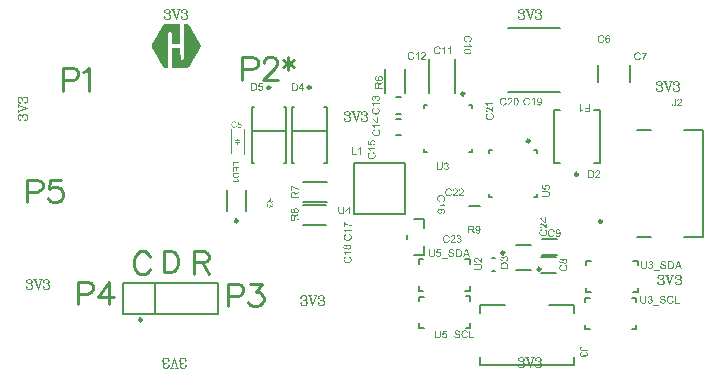
<source format=gbr>
G04*
G04 #@! TF.GenerationSoftware,Altium Limited,Altium Designer,25.8.1 (18)*
G04*
G04 Layer_Color=65535*
%FSLAX44Y44*%
%MOMM*%
G71*
G04*
G04 #@! TF.SameCoordinates,1DE417C5-642A-4503-87AC-C91C357E1F8F*
G04*
G04*
G04 #@! TF.FilePolarity,Positive*
G04*
G01*
G75*
%ADD10C,0.2500*%
%ADD11C,0.2000*%
%ADD12C,0.1270*%
%ADD13C,0.1000*%
%ADD14C,0.0800*%
%ADD15C,0.2540*%
%ADD16C,0.0762*%
G36*
X-146166Y138806D02*
Y138654D01*
Y138501D01*
Y138349D01*
Y138197D01*
Y138044D01*
Y137892D01*
Y137739D01*
Y137587D01*
Y137435D01*
Y137282D01*
Y137130D01*
Y136977D01*
Y136825D01*
Y136673D01*
Y136520D01*
Y136368D01*
Y136215D01*
Y136063D01*
Y135911D01*
Y135758D01*
Y135606D01*
Y135453D01*
Y135301D01*
Y135149D01*
Y134996D01*
Y134844D01*
Y134691D01*
Y134539D01*
Y134387D01*
Y134234D01*
Y134082D01*
Y133929D01*
Y133777D01*
Y133625D01*
Y133472D01*
Y133320D01*
Y133167D01*
Y133015D01*
Y132863D01*
Y132710D01*
Y132558D01*
Y132405D01*
Y132253D01*
Y132101D01*
Y131948D01*
Y131796D01*
Y131643D01*
Y131491D01*
Y131339D01*
Y131186D01*
Y131034D01*
Y130881D01*
Y130729D01*
Y130577D01*
Y130424D01*
Y130272D01*
Y130119D01*
Y129967D01*
Y129815D01*
Y129662D01*
Y129510D01*
Y129357D01*
Y129205D01*
Y129053D01*
Y128900D01*
Y128748D01*
Y128595D01*
Y128443D01*
Y128291D01*
Y128138D01*
Y127986D01*
Y127833D01*
Y127681D01*
Y127529D01*
Y127376D01*
Y127224D01*
Y127071D01*
Y126919D01*
Y126767D01*
Y126614D01*
Y126462D01*
Y126309D01*
Y126157D01*
Y126005D01*
Y125852D01*
Y125700D01*
Y125547D01*
Y125395D01*
Y125243D01*
Y125090D01*
Y124938D01*
Y124785D01*
Y124633D01*
Y124481D01*
Y124328D01*
Y124176D01*
Y124023D01*
Y123871D01*
Y123719D01*
Y123566D01*
Y123414D01*
Y123261D01*
Y123109D01*
Y122957D01*
Y122804D01*
Y122652D01*
Y122499D01*
Y122347D01*
X-153176D01*
Y122499D01*
X-153329D01*
Y122652D01*
Y122804D01*
Y122957D01*
Y123109D01*
Y123261D01*
Y123414D01*
Y123566D01*
Y123719D01*
Y123871D01*
Y124023D01*
Y124176D01*
Y124328D01*
Y124481D01*
Y124633D01*
Y124785D01*
Y124938D01*
Y125090D01*
Y125243D01*
Y125395D01*
Y125547D01*
Y125700D01*
Y125852D01*
Y126005D01*
Y126157D01*
Y126309D01*
Y126462D01*
Y126614D01*
Y126767D01*
Y126919D01*
Y127071D01*
Y127224D01*
Y127376D01*
Y127529D01*
Y127681D01*
Y127833D01*
Y127986D01*
Y128138D01*
Y128291D01*
Y128443D01*
Y128595D01*
Y128748D01*
Y128900D01*
Y129053D01*
Y129205D01*
Y129357D01*
Y129510D01*
Y129662D01*
Y129815D01*
Y129967D01*
Y130119D01*
Y130272D01*
Y130424D01*
Y130577D01*
Y130729D01*
Y130881D01*
Y131034D01*
Y131186D01*
X-153481D01*
Y131339D01*
Y131491D01*
X-153633D01*
Y131643D01*
X-153786D01*
Y131796D01*
X-153938D01*
Y131948D01*
X-154243D01*
Y132101D01*
X-154853D01*
Y132253D01*
X-155005D01*
Y132101D01*
X-155615D01*
Y131948D01*
X-155919D01*
Y131796D01*
X-156072D01*
Y131643D01*
X-156224D01*
Y131491D01*
X-156376D01*
Y131339D01*
Y131186D01*
X-156529D01*
Y131034D01*
Y130881D01*
Y130729D01*
Y130577D01*
Y130424D01*
Y130272D01*
Y130119D01*
Y129967D01*
Y129815D01*
Y129662D01*
Y129510D01*
Y129357D01*
Y129205D01*
Y129053D01*
Y128900D01*
Y128748D01*
Y128595D01*
Y128443D01*
Y128291D01*
Y128138D01*
Y127986D01*
Y127833D01*
Y127681D01*
Y127529D01*
Y127376D01*
X-156681D01*
Y127224D01*
Y127071D01*
Y126919D01*
Y126767D01*
Y126614D01*
Y126462D01*
Y126309D01*
Y126157D01*
Y126005D01*
Y125852D01*
Y125700D01*
Y125547D01*
Y125395D01*
Y125243D01*
Y125090D01*
Y124938D01*
Y124785D01*
Y124633D01*
Y124481D01*
Y124328D01*
Y124176D01*
Y124023D01*
Y123871D01*
Y123719D01*
Y123566D01*
Y123414D01*
Y123261D01*
Y123109D01*
Y122957D01*
Y122804D01*
Y122652D01*
Y122499D01*
Y122347D01*
Y122195D01*
Y122042D01*
Y121890D01*
Y121737D01*
Y121585D01*
Y121433D01*
Y121280D01*
Y121128D01*
Y120975D01*
Y120823D01*
Y120671D01*
Y120518D01*
Y120366D01*
Y120213D01*
Y120061D01*
Y119909D01*
Y119756D01*
Y119604D01*
Y119451D01*
Y119299D01*
Y119147D01*
Y118994D01*
Y118842D01*
Y118689D01*
Y118537D01*
Y118385D01*
Y118232D01*
Y118080D01*
Y117927D01*
X-156529D01*
Y117775D01*
Y117623D01*
Y117470D01*
Y117318D01*
Y117165D01*
Y117013D01*
Y116861D01*
Y116708D01*
Y116556D01*
Y116403D01*
Y116251D01*
Y116099D01*
Y115946D01*
Y115794D01*
Y115641D01*
Y115489D01*
Y115337D01*
Y115184D01*
Y115032D01*
Y114879D01*
Y114727D01*
Y114575D01*
Y114422D01*
Y114270D01*
Y114117D01*
Y113965D01*
Y113813D01*
Y113660D01*
Y113508D01*
Y113355D01*
Y113203D01*
Y113051D01*
Y112898D01*
Y112746D01*
Y112593D01*
Y112441D01*
Y112289D01*
Y112136D01*
Y111984D01*
Y111831D01*
Y111679D01*
Y111527D01*
Y111374D01*
Y111222D01*
Y111069D01*
Y110917D01*
Y110765D01*
Y110612D01*
Y110460D01*
Y110307D01*
Y110155D01*
Y110003D01*
Y109850D01*
Y109698D01*
Y109545D01*
Y109393D01*
Y109241D01*
Y109088D01*
Y108936D01*
Y108783D01*
Y108631D01*
Y108479D01*
Y108326D01*
Y108174D01*
Y108021D01*
Y107869D01*
Y107717D01*
Y107564D01*
Y107412D01*
Y107259D01*
Y107107D01*
Y106955D01*
Y106802D01*
Y106650D01*
Y106497D01*
Y106345D01*
Y106193D01*
Y106040D01*
Y105888D01*
Y105735D01*
Y105583D01*
Y105431D01*
Y105278D01*
Y105126D01*
Y104973D01*
Y104821D01*
Y104669D01*
Y104516D01*
Y104364D01*
Y104211D01*
Y104059D01*
Y103907D01*
Y103754D01*
Y103602D01*
Y103449D01*
Y103297D01*
Y103145D01*
Y102992D01*
Y102840D01*
Y102687D01*
Y102535D01*
Y102383D01*
Y102230D01*
X-156681D01*
Y102078D01*
X-159272D01*
Y102230D01*
X-159882D01*
Y102383D01*
X-160187D01*
Y102535D01*
X-160339D01*
Y102687D01*
X-160491D01*
Y102840D01*
X-160796D01*
Y102992D01*
Y103145D01*
X-160949D01*
Y103297D01*
X-161101D01*
Y103449D01*
Y103602D01*
X-161253D01*
Y103754D01*
X-161406D01*
Y103907D01*
Y104059D01*
X-161558D01*
Y104211D01*
Y104364D01*
X-161710D01*
Y104516D01*
Y104669D01*
X-161863D01*
Y104821D01*
X-162015D01*
Y104973D01*
Y105126D01*
X-162168D01*
Y105278D01*
Y105431D01*
X-162320D01*
Y105583D01*
X-162472D01*
Y105735D01*
Y105888D01*
X-162625D01*
Y106040D01*
Y106193D01*
X-162777D01*
Y106345D01*
Y106497D01*
X-162930D01*
Y106650D01*
X-163082D01*
Y106802D01*
Y106955D01*
X-163235D01*
Y107107D01*
Y107259D01*
X-163387D01*
Y107412D01*
Y107564D01*
X-163539D01*
Y107717D01*
X-163692D01*
Y107869D01*
Y108021D01*
X-163844D01*
Y108174D01*
Y108326D01*
X-163997D01*
Y108479D01*
Y108631D01*
X-164149D01*
Y108783D01*
X-164301D01*
Y108936D01*
Y109088D01*
X-164454D01*
Y109241D01*
Y109393D01*
X-164606D01*
Y109545D01*
X-164758D01*
Y109698D01*
Y109850D01*
X-164911D01*
Y110003D01*
Y110155D01*
X-165063D01*
Y110307D01*
Y110460D01*
X-165216D01*
Y110612D01*
X-165368D01*
Y110765D01*
Y110917D01*
X-165520D01*
Y111069D01*
Y111222D01*
X-165673D01*
Y111374D01*
Y111527D01*
X-165825D01*
Y111679D01*
X-165978D01*
Y111831D01*
Y111984D01*
X-166130D01*
Y112136D01*
Y112289D01*
X-166283D01*
Y112441D01*
Y112593D01*
X-166435D01*
Y112746D01*
X-166587D01*
Y112898D01*
Y113051D01*
X-166740D01*
Y113203D01*
Y113355D01*
X-166892D01*
Y113508D01*
Y113660D01*
X-167045D01*
Y113813D01*
X-167197D01*
Y113965D01*
Y114117D01*
X-167349D01*
Y114270D01*
Y114422D01*
X-167502D01*
Y114575D01*
Y114727D01*
X-167654D01*
Y114879D01*
X-167806D01*
Y115032D01*
Y115184D01*
X-167959D01*
Y115337D01*
Y115489D01*
X-168111D01*
Y115641D01*
X-168264D01*
Y115794D01*
Y115946D01*
X-168416D01*
Y116099D01*
Y116251D01*
X-168568D01*
Y116403D01*
Y116556D01*
X-168721D01*
Y116708D01*
X-168873D01*
Y116861D01*
Y117013D01*
X-169026D01*
Y117165D01*
Y117318D01*
X-169178D01*
Y117470D01*
Y117623D01*
X-169331D01*
Y117775D01*
X-169483D01*
Y117927D01*
Y118080D01*
X-169635D01*
Y118232D01*
Y118385D01*
X-169788D01*
Y118537D01*
Y118689D01*
X-169940D01*
Y118842D01*
X-170093D01*
Y118994D01*
Y119147D01*
X-170245D01*
Y119299D01*
Y119451D01*
X-170397D01*
Y119604D01*
Y119756D01*
X-170550D01*
Y119909D01*
Y120061D01*
Y120213D01*
Y120366D01*
Y120518D01*
Y120671D01*
Y120823D01*
Y120975D01*
Y121128D01*
Y121280D01*
X-170397D01*
Y121433D01*
Y121585D01*
Y121737D01*
X-170245D01*
Y121890D01*
Y122042D01*
X-170093D01*
Y122195D01*
X-169940D01*
Y122347D01*
Y122499D01*
X-169788D01*
Y122652D01*
Y122804D01*
X-169635D01*
Y122957D01*
Y123109D01*
X-169483D01*
Y123261D01*
X-169331D01*
Y123414D01*
Y123566D01*
X-169178D01*
Y123719D01*
Y123871D01*
X-169026D01*
Y124023D01*
X-168873D01*
Y124176D01*
Y124328D01*
X-168721D01*
Y124481D01*
Y124633D01*
X-168568D01*
Y124785D01*
Y124938D01*
X-168416D01*
Y125090D01*
X-168264D01*
Y125243D01*
Y125395D01*
X-168111D01*
Y125547D01*
Y125700D01*
X-167959D01*
Y125852D01*
Y126005D01*
X-167806D01*
Y126157D01*
X-167654D01*
Y126309D01*
Y126462D01*
X-167502D01*
Y126614D01*
X-167349D01*
Y126767D01*
Y126919D01*
X-167197D01*
Y127071D01*
Y127224D01*
X-167045D01*
Y127376D01*
Y127529D01*
X-166892D01*
Y127681D01*
X-166740D01*
Y127833D01*
Y127986D01*
X-166587D01*
Y128138D01*
Y128291D01*
X-166435D01*
Y128443D01*
Y128595D01*
X-166283D01*
Y128748D01*
X-166130D01*
Y128900D01*
Y129053D01*
X-165978D01*
Y129205D01*
Y129357D01*
X-165825D01*
Y129510D01*
Y129662D01*
X-165673D01*
Y129815D01*
X-165520D01*
Y129967D01*
Y130119D01*
X-165368D01*
Y130272D01*
Y130424D01*
X-165216D01*
Y130577D01*
X-165063D01*
Y130729D01*
Y130881D01*
X-164911D01*
Y131034D01*
Y131186D01*
X-164758D01*
Y131339D01*
Y131491D01*
X-164606D01*
Y131643D01*
X-164454D01*
Y131796D01*
Y131948D01*
X-164301D01*
Y132101D01*
Y132253D01*
X-164149D01*
Y132405D01*
Y132558D01*
X-163997D01*
Y132710D01*
X-163844D01*
Y132863D01*
Y133015D01*
X-163692D01*
Y133167D01*
Y133320D01*
X-163539D01*
Y133472D01*
Y133625D01*
X-163387D01*
Y133777D01*
X-163235D01*
Y133929D01*
Y134082D01*
X-163082D01*
Y134234D01*
Y134387D01*
X-162930D01*
Y134539D01*
X-162777D01*
Y134691D01*
Y134844D01*
X-162625D01*
Y134996D01*
Y135149D01*
X-162472D01*
Y135301D01*
Y135453D01*
X-162320D01*
Y135606D01*
X-162168D01*
Y135758D01*
Y135911D01*
X-162015D01*
Y136063D01*
Y136215D01*
X-161863D01*
Y136368D01*
Y136520D01*
X-161710D01*
Y136673D01*
X-161558D01*
Y136825D01*
Y136977D01*
X-161406D01*
Y137130D01*
Y137282D01*
X-161253D01*
Y137435D01*
Y137587D01*
X-161101D01*
Y137739D01*
X-160949D01*
Y137892D01*
Y138044D01*
X-160796D01*
Y138197D01*
X-160644D01*
Y138349D01*
X-160491D01*
Y138501D01*
X-160187D01*
Y138654D01*
X-159882D01*
Y138806D01*
X-159577D01*
Y138959D01*
X-146166D01*
Y138806D01*
D02*
G37*
G36*
X-139917D02*
X-139460D01*
Y138654D01*
X-139155D01*
Y138501D01*
X-139003D01*
Y138349D01*
X-138850D01*
Y138197D01*
X-138698D01*
Y138044D01*
X-138546D01*
Y137892D01*
X-138393D01*
Y137739D01*
X-138241D01*
Y137587D01*
Y137435D01*
X-138089D01*
Y137282D01*
Y137130D01*
X-137936D01*
Y136977D01*
Y136825D01*
X-137784D01*
Y136673D01*
X-137631D01*
Y136520D01*
Y136368D01*
X-137479D01*
Y136215D01*
Y136063D01*
X-137326D01*
Y135911D01*
X-137174D01*
Y135758D01*
Y135606D01*
X-137022D01*
Y135453D01*
Y135301D01*
X-136869D01*
Y135149D01*
Y134996D01*
X-136717D01*
Y134844D01*
X-136565D01*
Y134691D01*
Y134539D01*
X-136412D01*
Y134387D01*
Y134234D01*
X-136260D01*
Y134082D01*
Y133929D01*
X-136107D01*
Y133777D01*
X-135955D01*
Y133625D01*
Y133472D01*
X-135802D01*
Y133320D01*
Y133167D01*
X-135650D01*
Y133015D01*
Y132863D01*
X-135498D01*
Y132710D01*
X-135345D01*
Y132558D01*
Y132405D01*
X-135193D01*
Y132253D01*
Y132101D01*
X-135041D01*
Y131948D01*
X-134888D01*
Y131796D01*
Y131643D01*
X-134736D01*
Y131491D01*
Y131339D01*
X-134583D01*
Y131186D01*
Y131034D01*
X-134431D01*
Y130881D01*
X-134278D01*
Y130729D01*
Y130577D01*
X-134126D01*
Y130424D01*
Y130272D01*
X-133974D01*
Y130119D01*
Y129967D01*
X-133821D01*
Y129815D01*
X-133669D01*
Y129662D01*
Y129510D01*
X-133517D01*
Y129357D01*
Y129205D01*
X-133364D01*
Y129053D01*
Y128900D01*
X-133212D01*
Y128748D01*
X-133059D01*
Y128595D01*
Y128443D01*
X-132907D01*
Y128291D01*
Y128138D01*
X-132754D01*
Y127986D01*
X-132602D01*
Y127833D01*
Y127681D01*
X-132450D01*
Y127529D01*
Y127376D01*
X-132297D01*
Y127224D01*
Y127071D01*
X-132145D01*
Y126919D01*
X-131993D01*
Y126767D01*
Y126614D01*
X-131840D01*
Y126462D01*
Y126309D01*
X-131688D01*
Y126157D01*
Y126005D01*
X-131535D01*
Y125852D01*
X-131383D01*
Y125700D01*
Y125547D01*
X-131230D01*
Y125395D01*
Y125243D01*
X-131078D01*
Y125090D01*
Y124938D01*
X-130926D01*
Y124785D01*
X-130773D01*
Y124633D01*
Y124481D01*
X-130621D01*
Y124328D01*
Y124176D01*
X-130469D01*
Y124023D01*
X-130316D01*
Y123871D01*
Y123719D01*
X-130164D01*
Y123566D01*
Y123414D01*
X-130011D01*
Y123261D01*
Y123109D01*
X-129859D01*
Y122957D01*
X-129706D01*
Y122804D01*
Y122652D01*
X-129554D01*
Y122499D01*
Y122347D01*
X-129402D01*
Y122195D01*
Y122042D01*
X-129249D01*
Y121890D01*
X-129097D01*
Y121737D01*
Y121585D01*
X-128945D01*
Y121433D01*
Y121280D01*
Y121128D01*
Y120975D01*
X-128792D01*
Y120823D01*
Y120671D01*
Y120518D01*
Y120366D01*
Y120213D01*
X-128945D01*
Y120061D01*
Y119909D01*
Y119756D01*
Y119604D01*
X-129097D01*
Y119451D01*
Y119299D01*
X-129249D01*
Y119147D01*
Y118994D01*
X-129402D01*
Y118842D01*
Y118689D01*
X-129554D01*
Y118537D01*
X-129706D01*
Y118385D01*
Y118232D01*
X-129859D01*
Y118080D01*
Y117927D01*
X-130011D01*
Y117775D01*
X-130164D01*
Y117623D01*
Y117470D01*
X-130316D01*
Y117318D01*
Y117165D01*
X-130469D01*
Y117013D01*
Y116861D01*
X-130621D01*
Y116708D01*
X-130773D01*
Y116556D01*
Y116403D01*
X-130926D01*
Y116251D01*
Y116099D01*
X-131078D01*
Y115946D01*
Y115794D01*
X-131230D01*
Y115641D01*
X-131383D01*
Y115489D01*
Y115337D01*
X-131535D01*
Y115184D01*
Y115032D01*
X-131688D01*
Y114879D01*
X-131840D01*
Y114727D01*
Y114575D01*
X-131993D01*
Y114422D01*
Y114270D01*
X-132145D01*
Y114117D01*
Y113965D01*
X-132297D01*
Y113813D01*
X-132450D01*
Y113660D01*
Y113508D01*
X-132602D01*
Y113355D01*
Y113203D01*
X-132754D01*
Y113051D01*
Y112898D01*
X-132907D01*
Y112746D01*
X-133059D01*
Y112593D01*
Y112441D01*
X-133212D01*
Y112289D01*
Y112136D01*
X-133364D01*
Y111984D01*
X-133517D01*
Y111831D01*
Y111679D01*
X-133669D01*
Y111527D01*
Y111374D01*
X-133821D01*
Y111222D01*
Y111069D01*
X-133974D01*
Y110917D01*
X-134126D01*
Y110765D01*
Y110612D01*
X-134278D01*
Y110460D01*
Y110307D01*
X-134431D01*
Y110155D01*
Y110003D01*
X-134583D01*
Y109850D01*
Y109698D01*
X-134736D01*
Y109545D01*
Y109393D01*
X-134888D01*
Y109241D01*
X-135041D01*
Y109088D01*
Y108936D01*
X-135193D01*
Y108783D01*
Y108631D01*
X-135345D01*
Y108479D01*
X-135498D01*
Y108326D01*
Y108174D01*
X-135650D01*
Y108021D01*
Y107869D01*
X-135802D01*
Y107717D01*
Y107564D01*
X-135955D01*
Y107412D01*
X-136107D01*
Y107259D01*
Y107107D01*
X-136260D01*
Y106955D01*
Y106802D01*
X-136412D01*
Y106650D01*
Y106497D01*
X-136565D01*
Y106345D01*
X-136717D01*
Y106193D01*
Y106040D01*
X-136869D01*
Y105888D01*
Y105735D01*
X-137022D01*
Y105583D01*
Y105431D01*
X-137174D01*
Y105278D01*
X-137326D01*
Y105126D01*
Y104973D01*
X-137479D01*
Y104821D01*
Y104669D01*
X-137631D01*
Y104516D01*
Y104364D01*
X-137784D01*
Y104211D01*
X-137936D01*
Y104059D01*
Y103907D01*
X-138089D01*
Y103754D01*
Y103602D01*
X-138241D01*
Y103449D01*
X-138393D01*
Y103297D01*
Y103145D01*
X-138546D01*
Y102992D01*
X-138698D01*
Y102840D01*
X-138850D01*
Y102687D01*
X-139003D01*
Y102535D01*
X-139308D01*
Y102383D01*
X-139613D01*
Y102230D01*
X-140070D01*
Y102078D01*
X-153176D01*
Y102230D01*
X-153329D01*
Y102383D01*
Y102535D01*
Y102687D01*
Y102840D01*
Y102992D01*
Y103145D01*
Y103297D01*
Y103449D01*
Y103602D01*
Y103754D01*
Y103907D01*
Y104059D01*
Y104211D01*
Y104364D01*
Y104516D01*
Y104669D01*
Y104821D01*
Y104973D01*
Y105126D01*
Y105278D01*
Y105431D01*
Y105583D01*
Y105735D01*
Y105888D01*
Y106040D01*
Y106193D01*
Y106345D01*
Y106497D01*
Y106650D01*
Y106802D01*
Y106955D01*
Y107107D01*
Y107259D01*
Y107412D01*
Y107564D01*
Y107717D01*
Y107869D01*
Y108021D01*
Y108174D01*
Y108326D01*
Y108479D01*
Y108631D01*
Y108783D01*
Y108936D01*
Y109088D01*
Y109241D01*
Y109393D01*
Y109545D01*
Y109698D01*
Y109850D01*
Y110003D01*
Y110155D01*
Y110307D01*
Y110460D01*
Y110612D01*
Y110765D01*
Y110917D01*
Y111069D01*
Y111222D01*
Y111374D01*
Y111527D01*
Y111679D01*
Y111831D01*
Y111984D01*
Y112136D01*
Y112289D01*
Y112441D01*
Y112593D01*
Y112746D01*
Y112898D01*
Y113051D01*
Y113203D01*
Y113355D01*
Y113508D01*
Y113660D01*
Y113813D01*
Y113965D01*
Y114117D01*
Y114270D01*
Y114422D01*
Y114575D01*
Y114727D01*
Y114879D01*
Y115032D01*
Y115184D01*
Y115337D01*
Y115489D01*
Y115641D01*
Y115794D01*
Y115946D01*
Y116099D01*
Y116251D01*
Y116403D01*
Y116556D01*
Y116708D01*
Y116861D01*
Y117013D01*
Y117165D01*
Y117318D01*
Y117470D01*
Y117623D01*
Y117775D01*
Y117927D01*
Y118080D01*
Y118232D01*
Y118385D01*
Y118537D01*
Y118689D01*
X-153176D01*
Y118842D01*
X-146166D01*
Y118689D01*
Y118537D01*
Y118385D01*
Y118232D01*
Y118080D01*
Y117927D01*
Y117775D01*
Y117623D01*
Y117470D01*
Y117318D01*
Y117165D01*
Y117013D01*
Y116861D01*
Y116708D01*
Y116556D01*
Y116403D01*
Y116251D01*
Y116099D01*
Y115946D01*
Y115794D01*
Y115641D01*
Y115489D01*
Y115337D01*
Y115184D01*
Y115032D01*
Y114879D01*
Y114727D01*
Y114575D01*
Y114422D01*
Y114270D01*
Y114117D01*
Y113965D01*
Y113813D01*
Y113660D01*
Y113508D01*
Y113355D01*
Y113203D01*
Y113051D01*
Y112898D01*
Y112746D01*
X-146013D01*
Y112593D01*
Y112441D01*
Y112289D01*
Y112136D01*
Y111984D01*
Y111831D01*
Y111679D01*
Y111527D01*
Y111374D01*
Y111222D01*
Y111069D01*
Y110917D01*
Y110765D01*
Y110612D01*
Y110460D01*
Y110307D01*
Y110155D01*
Y110003D01*
Y109850D01*
X-145861D01*
Y109698D01*
X-145709D01*
Y109545D01*
Y109393D01*
X-145404D01*
Y109241D01*
X-145251D01*
Y109088D01*
X-144794D01*
Y108936D01*
X-144032D01*
Y109088D01*
X-143727D01*
Y109241D01*
X-143422D01*
Y109393D01*
X-143270D01*
Y109545D01*
X-143118D01*
Y109698D01*
X-142965D01*
Y109850D01*
Y110003D01*
Y110155D01*
X-142813D01*
Y110307D01*
Y110460D01*
Y110612D01*
Y110765D01*
Y110917D01*
Y111069D01*
Y111222D01*
Y111374D01*
Y111527D01*
Y111679D01*
Y111831D01*
Y111984D01*
Y112136D01*
Y112289D01*
Y112441D01*
Y112593D01*
Y112746D01*
Y112898D01*
Y113051D01*
Y113203D01*
Y113355D01*
Y113508D01*
Y113660D01*
Y113813D01*
Y113965D01*
Y114117D01*
Y114270D01*
Y114422D01*
Y114575D01*
Y114727D01*
Y114879D01*
Y115032D01*
Y115184D01*
Y115337D01*
Y115489D01*
Y115641D01*
Y115794D01*
Y115946D01*
Y116099D01*
Y116251D01*
Y116403D01*
Y116556D01*
Y116708D01*
Y116861D01*
Y117013D01*
Y117165D01*
Y117318D01*
Y117470D01*
Y117623D01*
Y117775D01*
Y117927D01*
Y118080D01*
Y118232D01*
Y118385D01*
Y118537D01*
Y118689D01*
Y118842D01*
Y118994D01*
Y119147D01*
Y119299D01*
Y119451D01*
Y119604D01*
Y119756D01*
Y119909D01*
Y120061D01*
Y120213D01*
Y120366D01*
Y120518D01*
Y120671D01*
Y120823D01*
Y120975D01*
Y121128D01*
Y121280D01*
Y121433D01*
Y121585D01*
Y121737D01*
Y121890D01*
Y122042D01*
Y122195D01*
Y122347D01*
Y122499D01*
Y122652D01*
Y122804D01*
Y122957D01*
Y123109D01*
Y123261D01*
Y123414D01*
Y123566D01*
Y123719D01*
Y123871D01*
Y124023D01*
Y124176D01*
Y124328D01*
Y124481D01*
Y124633D01*
Y124785D01*
Y124938D01*
Y125090D01*
Y125243D01*
Y125395D01*
Y125547D01*
Y125700D01*
Y125852D01*
Y126005D01*
Y126157D01*
Y126309D01*
Y126462D01*
Y126614D01*
Y126767D01*
Y126919D01*
Y127071D01*
Y127224D01*
Y127376D01*
Y127529D01*
Y127681D01*
Y127833D01*
Y127986D01*
Y128138D01*
Y128291D01*
Y128443D01*
Y128595D01*
Y128748D01*
Y128900D01*
Y129053D01*
Y129205D01*
Y129357D01*
Y129510D01*
Y129662D01*
Y129815D01*
Y129967D01*
Y130119D01*
Y130272D01*
Y130424D01*
Y130577D01*
Y130729D01*
Y130881D01*
Y131034D01*
Y131186D01*
Y131339D01*
Y131491D01*
Y131643D01*
Y131796D01*
Y131948D01*
Y132101D01*
Y132253D01*
Y132405D01*
Y132558D01*
Y132710D01*
Y132863D01*
Y133015D01*
Y133167D01*
Y133320D01*
Y133472D01*
Y133625D01*
Y133777D01*
Y133929D01*
Y134082D01*
Y134234D01*
Y134387D01*
Y134539D01*
Y134691D01*
Y134844D01*
Y134996D01*
Y135149D01*
Y135301D01*
Y135453D01*
Y135606D01*
Y135758D01*
Y135911D01*
Y136063D01*
Y136215D01*
Y136368D01*
Y136520D01*
Y136673D01*
Y136825D01*
Y136977D01*
Y137130D01*
Y137282D01*
Y137435D01*
Y137587D01*
Y137739D01*
Y137892D01*
Y138044D01*
Y138197D01*
Y138349D01*
Y138501D01*
Y138654D01*
Y138806D01*
Y138959D01*
X-139917D01*
Y138806D01*
D02*
G37*
G36*
X164468Y3063D02*
X164544Y3056D01*
X164637Y3050D01*
X164739Y3035D01*
X164841Y3012D01*
X165088Y2959D01*
X165216Y2920D01*
X165344Y2872D01*
X165472Y2816D01*
X165601Y2752D01*
X165729Y2679D01*
X165858Y2589D01*
X165867Y2580D01*
X165893Y2564D01*
X165936Y2523D01*
X165980Y2473D01*
X166049Y2416D01*
X166110Y2341D01*
X166188Y2250D01*
X166258Y2150D01*
X166337Y2034D01*
X166416Y1909D01*
X166479Y1775D01*
X166542Y1624D01*
X166597Y1456D01*
X166643Y1280D01*
X166673Y1094D01*
X166686Y900D01*
X166688Y815D01*
X166681Y756D01*
X166675Y680D01*
X166669Y586D01*
X166654Y493D01*
X166640Y383D01*
X166586Y153D01*
X166547Y33D01*
X166499Y-86D01*
X166451Y-214D01*
X166387Y-334D01*
X166313Y-446D01*
X166231Y-558D01*
X166223Y-567D01*
X166206Y-584D01*
X166182Y-610D01*
X166140Y-645D01*
X166091Y-697D01*
X166033Y-741D01*
X165966Y-801D01*
X165883Y-854D01*
X165800Y-915D01*
X165700Y-969D01*
X165591Y-1031D01*
X165474Y-1076D01*
X165348Y-1129D01*
X165222Y-1166D01*
X165079Y-1204D01*
X164928Y-1224D01*
X164848Y-389D01*
X164856Y-388D01*
X164873Y-380D01*
X164907Y-379D01*
X164949Y-369D01*
X164999Y-351D01*
X165058Y-333D01*
X165184Y-296D01*
X165335Y-233D01*
X165485Y-153D01*
X165627Y-57D01*
X165751Y56D01*
X165759Y74D01*
X165792Y117D01*
X165841Y194D01*
X165889Y288D01*
X165945Y408D01*
X165984Y553D01*
X166014Y706D01*
X166027Y884D01*
X166025Y943D01*
X166016Y985D01*
X166006Y1027D01*
X165996Y1086D01*
X165968Y1221D01*
X165913Y1380D01*
X165825Y1539D01*
X165780Y1622D01*
X165719Y1706D01*
X165650Y1780D01*
X165572Y1854D01*
X165563Y1862D01*
X165554Y1871D01*
X165529Y1887D01*
X165494Y1911D01*
X165451Y1944D01*
X165391Y1977D01*
X165331Y2009D01*
X165262Y2050D01*
X165092Y2113D01*
X164895Y2176D01*
X164666Y2213D01*
X164547Y2227D01*
X164412Y2224D01*
X164404Y2223D01*
X164378Y2223D01*
X164344Y2222D01*
X164302Y2212D01*
X164243Y2211D01*
X164176Y2201D01*
X164024Y2163D01*
X163848Y2117D01*
X163672Y2045D01*
X163496Y1947D01*
X163413Y1886D01*
X163339Y1817D01*
X163330Y1816D01*
X163323Y1799D01*
X163306Y1774D01*
X163281Y1748D01*
X163216Y1661D01*
X163143Y1541D01*
X163078Y1396D01*
X163015Y1225D01*
X162978Y1021D01*
X162963Y919D01*
X162968Y733D01*
X162978Y666D01*
X162997Y565D01*
X163017Y464D01*
X163053Y346D01*
X163107Y220D01*
X163169Y104D01*
X163178Y87D01*
X163204Y54D01*
X163239Y4D01*
X163300Y-63D01*
X163361Y-137D01*
X163448Y-220D01*
X163534Y-294D01*
X163637Y-359D01*
X163546Y-1114D01*
X160191Y-570D01*
X160112Y2660D01*
X160873Y2679D01*
X160936Y83D01*
X162703Y-221D01*
X162695Y-213D01*
X162686Y-196D01*
X162660Y-163D01*
X162633Y-121D01*
X162607Y-71D01*
X162563Y-4D01*
X162527Y63D01*
X162483Y146D01*
X162402Y330D01*
X162338Y532D01*
X162282Y759D01*
X162270Y877D01*
X162259Y995D01*
X162257Y1080D01*
X162264Y1139D01*
X162271Y1207D01*
X162286Y1292D01*
X162300Y1385D01*
X162323Y1496D01*
X162346Y1606D01*
X162385Y1717D01*
X162433Y1837D01*
X162481Y1965D01*
X162554Y2085D01*
X162627Y2206D01*
X162717Y2326D01*
X162816Y2438D01*
X162824Y2447D01*
X162841Y2465D01*
X162874Y2491D01*
X162924Y2534D01*
X162982Y2578D01*
X163048Y2630D01*
X163132Y2692D01*
X163223Y2745D01*
X163323Y2806D01*
X163440Y2860D01*
X163558Y2914D01*
X163692Y2959D01*
X163843Y3005D01*
X163995Y3034D01*
X164155Y3055D01*
X164324Y3067D01*
X164332Y3068D01*
X164366Y3068D01*
X164408Y3070D01*
X164468Y3063D01*
D02*
G37*
G36*
X164160Y-2368D02*
X164253Y-2366D01*
X164363Y-2372D01*
X164473Y-2378D01*
X164728Y-2405D01*
X164991Y-2433D01*
X165246Y-2486D01*
X165365Y-2517D01*
X165476Y-2556D01*
X165485Y-2556D01*
X165502Y-2564D01*
X165536Y-2580D01*
X165570Y-2596D01*
X165621Y-2620D01*
X165681Y-2653D01*
X165810Y-2734D01*
X165965Y-2840D01*
X166121Y-2972D01*
X166285Y-3137D01*
X166364Y-3237D01*
X166434Y-3337D01*
X166434Y-3345D01*
X166452Y-3362D01*
X166469Y-3395D01*
X166496Y-3437D01*
X166523Y-3495D01*
X166550Y-3562D01*
X166586Y-3646D01*
X166622Y-3738D01*
X166658Y-3839D01*
X166695Y-3956D01*
X166723Y-4074D01*
X166752Y-4209D01*
X166780Y-4352D01*
X166801Y-4504D01*
X166814Y-4673D01*
X166826Y-4841D01*
X166828Y-4926D01*
X166821Y-4994D01*
X166823Y-5070D01*
X166817Y-5163D01*
X166811Y-5265D01*
X166797Y-5375D01*
X166769Y-5613D01*
X166716Y-5860D01*
X166646Y-6115D01*
X166550Y-6346D01*
X166550Y-6354D01*
X166534Y-6372D01*
X166518Y-6406D01*
X166493Y-6440D01*
X166428Y-6543D01*
X166329Y-6673D01*
X166206Y-6811D01*
X166049Y-6950D01*
X165874Y-7081D01*
X165665Y-7196D01*
X165657Y-7197D01*
X165640Y-7206D01*
X165607Y-7223D01*
X165556Y-7233D01*
X165498Y-7260D01*
X165422Y-7279D01*
X165338Y-7306D01*
X165237Y-7325D01*
X165128Y-7354D01*
X165010Y-7382D01*
X164875Y-7402D01*
X164732Y-7422D01*
X164571Y-7443D01*
X164403Y-7464D01*
X164225Y-7477D01*
X164039Y-7481D01*
X160277Y-7573D01*
X160256Y-6711D01*
X164010Y-6619D01*
X164018Y-6619D01*
X164044Y-6618D01*
X164094Y-6617D01*
X164145Y-6616D01*
X164221Y-6606D01*
X164297Y-6604D01*
X164390Y-6593D01*
X164483Y-6591D01*
X164685Y-6569D01*
X164896Y-6530D01*
X165090Y-6491D01*
X165174Y-6464D01*
X165258Y-6436D01*
X165266Y-6436D01*
X165274Y-6428D01*
X165324Y-6401D01*
X165391Y-6366D01*
X165483Y-6304D01*
X165574Y-6226D01*
X165682Y-6130D01*
X165772Y-6018D01*
X165862Y-5880D01*
X165861Y-5872D01*
X165870Y-5863D01*
X165894Y-5812D01*
X165926Y-5727D01*
X165957Y-5616D01*
X165996Y-5479D01*
X166026Y-5318D01*
X166047Y-5140D01*
X166050Y-4937D01*
X166048Y-4844D01*
X166038Y-4785D01*
X166028Y-4709D01*
X166017Y-4616D01*
X166006Y-4515D01*
X165987Y-4414D01*
X165931Y-4195D01*
X165849Y-3968D01*
X165796Y-3868D01*
X165734Y-3768D01*
X165673Y-3677D01*
X165594Y-3594D01*
X165586Y-3586D01*
X165569Y-3578D01*
X165543Y-3561D01*
X165508Y-3528D01*
X165457Y-3504D01*
X165388Y-3472D01*
X165311Y-3432D01*
X165217Y-3400D01*
X165115Y-3360D01*
X164996Y-3329D01*
X164860Y-3299D01*
X164707Y-3269D01*
X164537Y-3248D01*
X164350Y-3235D01*
X164147Y-3232D01*
X163927Y-3228D01*
X160173Y-3320D01*
X160152Y-2457D01*
X163915Y-2366D01*
X163923Y-2366D01*
X163957Y-2365D01*
X164008Y-2363D01*
X164075Y-2362D01*
X164160Y-2368D01*
D02*
G37*
G36*
X-7214Y-19099D02*
Y-19107D01*
Y-19141D01*
Y-19191D01*
Y-19259D01*
X-7223Y-19344D01*
Y-19437D01*
X-7231Y-19547D01*
X-7240Y-19657D01*
X-7274Y-19911D01*
X-7307Y-20173D01*
X-7367Y-20426D01*
X-7400Y-20545D01*
X-7443Y-20655D01*
Y-20663D01*
X-7451Y-20680D01*
X-7468Y-20714D01*
X-7485Y-20748D01*
X-7510Y-20799D01*
X-7544Y-20858D01*
X-7629Y-20985D01*
X-7739Y-21137D01*
X-7874Y-21289D01*
X-8043Y-21450D01*
X-8145Y-21526D01*
X-8246Y-21594D01*
X-8255D01*
X-8272Y-21611D01*
X-8306Y-21628D01*
X-8348Y-21653D01*
X-8407Y-21678D01*
X-8475Y-21704D01*
X-8559Y-21737D01*
X-8652Y-21771D01*
X-8754Y-21805D01*
X-8872Y-21839D01*
X-8991Y-21864D01*
X-9126Y-21890D01*
X-9270Y-21915D01*
X-9422Y-21932D01*
X-9591Y-21940D01*
X-9760Y-21949D01*
X-9845D01*
X-9912Y-21940D01*
X-9989D01*
X-10082Y-21932D01*
X-10183Y-21923D01*
X-10293Y-21907D01*
X-10530Y-21873D01*
X-10775Y-21813D01*
X-11029Y-21737D01*
X-11257Y-21636D01*
X-11266D01*
X-11283Y-21619D01*
X-11317Y-21602D01*
X-11350Y-21577D01*
X-11452Y-21509D01*
X-11579Y-21408D01*
X-11714Y-21281D01*
X-11849Y-21120D01*
X-11976Y-20942D01*
X-12086Y-20731D01*
Y-20722D01*
X-12095Y-20705D01*
X-12112Y-20672D01*
X-12120Y-20621D01*
X-12146Y-20562D01*
X-12162Y-20486D01*
X-12188Y-20401D01*
X-12205Y-20299D01*
X-12230Y-20190D01*
X-12255Y-20071D01*
X-12272Y-19936D01*
X-12289Y-19792D01*
X-12306Y-19631D01*
X-12323Y-19462D01*
X-12332Y-19284D01*
Y-19099D01*
Y-15335D01*
X-11469D01*
Y-19090D01*
Y-19099D01*
Y-19124D01*
Y-19175D01*
Y-19225D01*
X-11460Y-19302D01*
Y-19378D01*
X-11452Y-19471D01*
Y-19564D01*
X-11435Y-19767D01*
X-11401Y-19978D01*
X-11367Y-20173D01*
X-11342Y-20257D01*
X-11317Y-20342D01*
Y-20350D01*
X-11308Y-20359D01*
X-11283Y-20410D01*
X-11249Y-20477D01*
X-11190Y-20570D01*
X-11114Y-20663D01*
X-11021Y-20773D01*
X-10911Y-20866D01*
X-10775Y-20959D01*
X-10767D01*
X-10758Y-20968D01*
X-10708Y-20993D01*
X-10623Y-21027D01*
X-10513Y-21061D01*
X-10378Y-21103D01*
X-10217Y-21137D01*
X-10039Y-21162D01*
X-9836Y-21171D01*
X-9743D01*
X-9684Y-21162D01*
X-9608Y-21154D01*
X-9515Y-21145D01*
X-9413Y-21137D01*
X-9312Y-21120D01*
X-9092Y-21069D01*
X-8864Y-20993D01*
X-8762Y-20942D01*
X-8661Y-20883D01*
X-8568Y-20824D01*
X-8483Y-20748D01*
X-8475Y-20739D01*
X-8466Y-20722D01*
X-8449Y-20697D01*
X-8415Y-20663D01*
X-8390Y-20612D01*
X-8356Y-20545D01*
X-8314Y-20469D01*
X-8280Y-20376D01*
X-8238Y-20274D01*
X-8204Y-20156D01*
X-8170Y-20020D01*
X-8136Y-19868D01*
X-8111Y-19699D01*
X-8094Y-19513D01*
X-8086Y-19310D01*
X-8077Y-19090D01*
Y-15335D01*
X-7214D01*
Y-19099D01*
D02*
G37*
G36*
X-2748Y-19547D02*
X-1869D01*
Y-20283D01*
X-2748D01*
Y-21839D01*
X-3544D01*
Y-20283D01*
X-6368D01*
Y-19547D01*
X-3400Y-15335D01*
X-2748D01*
Y-19547D01*
D02*
G37*
G36*
X79227Y22075D02*
X79286D01*
X79413Y22058D01*
X79565Y22024D01*
X79726Y21990D01*
X79895Y21931D01*
X80064Y21855D01*
X80072D01*
X80081Y21847D01*
X80106Y21830D01*
X80140Y21813D01*
X80216Y21762D01*
X80318Y21694D01*
X80428Y21601D01*
X80546Y21491D01*
X80656Y21373D01*
X80749Y21229D01*
Y21221D01*
X80758Y21212D01*
X80791Y21161D01*
X80825Y21077D01*
X80876Y20975D01*
X80918Y20849D01*
X80961Y20705D01*
X80986Y20552D01*
X80994Y20392D01*
Y20383D01*
Y20375D01*
Y20324D01*
X80986Y20240D01*
X80969Y20138D01*
X80935Y20020D01*
X80901Y19893D01*
X80842Y19757D01*
X80766Y19622D01*
X80758Y19605D01*
X80724Y19563D01*
X80673Y19504D01*
X80597Y19427D01*
X80504Y19334D01*
X80385Y19241D01*
X80250Y19157D01*
X80098Y19072D01*
X80106D01*
X80123Y19064D01*
X80157Y19055D01*
X80191Y19047D01*
X80242Y19030D01*
X80301Y19005D01*
X80428Y18954D01*
X80571Y18878D01*
X80715Y18776D01*
X80868Y18658D01*
X80994Y18514D01*
Y18506D01*
X81011Y18497D01*
X81028Y18472D01*
X81045Y18438D01*
X81070Y18396D01*
X81096Y18353D01*
X81155Y18226D01*
X81214Y18074D01*
X81265Y17897D01*
X81299Y17702D01*
X81316Y17474D01*
Y17465D01*
Y17440D01*
Y17389D01*
X81307Y17330D01*
X81299Y17254D01*
X81282Y17169D01*
X81265Y17076D01*
X81240Y16975D01*
X81206Y16865D01*
X81164Y16746D01*
X81113Y16628D01*
X81054Y16501D01*
X80977Y16383D01*
X80893Y16256D01*
X80800Y16137D01*
X80690Y16027D01*
X80681Y16019D01*
X80665Y16002D01*
X80631Y15977D01*
X80580Y15934D01*
X80521Y15892D01*
X80445Y15841D01*
X80360Y15790D01*
X80267Y15740D01*
X80157Y15681D01*
X80039Y15630D01*
X79912Y15579D01*
X79768Y15537D01*
X79624Y15495D01*
X79463Y15469D01*
X79303Y15452D01*
X79125Y15444D01*
X79040D01*
X78981Y15452D01*
X78914Y15461D01*
X78829Y15469D01*
X78728Y15486D01*
X78626Y15511D01*
X78406Y15571D01*
X78288Y15613D01*
X78169Y15655D01*
X78042Y15714D01*
X77924Y15782D01*
X77814Y15858D01*
X77704Y15951D01*
X77696Y15960D01*
X77679Y15977D01*
X77653Y16002D01*
X77611Y16044D01*
X77569Y16095D01*
X77518Y16154D01*
X77467Y16230D01*
X77408Y16306D01*
X77357Y16400D01*
X77298Y16501D01*
X77247Y16611D01*
X77197Y16729D01*
X77146Y16856D01*
X77112Y16983D01*
X77078Y17127D01*
X77061Y17279D01*
X77856Y17389D01*
Y17381D01*
X77865Y17355D01*
X77873Y17321D01*
X77882Y17279D01*
X77899Y17220D01*
X77916Y17161D01*
X77966Y17009D01*
X78025Y16848D01*
X78110Y16687D01*
X78203Y16526D01*
X78254Y16459D01*
X78313Y16400D01*
X78330Y16391D01*
X78372Y16357D01*
X78440Y16306D01*
X78541Y16256D01*
X78660Y16197D01*
X78795Y16154D01*
X78956Y16120D01*
X79125Y16103D01*
X79184D01*
X79218Y16112D01*
X79269D01*
X79328Y16120D01*
X79455Y16154D01*
X79607Y16197D01*
X79768Y16264D01*
X79929Y16366D01*
X80005Y16425D01*
X80081Y16493D01*
X80089Y16501D01*
X80098Y16509D01*
X80115Y16535D01*
X80140Y16560D01*
X80208Y16645D01*
X80275Y16763D01*
X80343Y16898D01*
X80411Y17068D01*
X80453Y17254D01*
X80470Y17355D01*
Y17457D01*
Y17465D01*
Y17482D01*
Y17507D01*
X80462Y17550D01*
Y17592D01*
X80453Y17651D01*
X80428Y17778D01*
X80385Y17922D01*
X80318Y18074D01*
X80225Y18218D01*
X80174Y18294D01*
X80106Y18362D01*
X80089Y18379D01*
X80039Y18421D01*
X79963Y18472D01*
X79861Y18539D01*
X79726Y18607D01*
X79573Y18658D01*
X79396Y18700D01*
X79193Y18717D01*
X79100D01*
X79040Y18709D01*
X78956Y18700D01*
X78854Y18683D01*
X78745Y18658D01*
X78626Y18632D01*
X78719Y19334D01*
X78736D01*
X78761Y19326D01*
X78804Y19318D01*
X78897D01*
X78931Y19326D01*
X79032Y19334D01*
X79151Y19351D01*
X79294Y19385D01*
X79447Y19427D01*
X79607Y19495D01*
X79759Y19580D01*
X79768D01*
X79776Y19597D01*
X79827Y19631D01*
X79895Y19698D01*
X79971Y19783D01*
X80047Y19901D01*
X80106Y20045D01*
X80157Y20214D01*
X80166Y20307D01*
X80174Y20409D01*
Y20417D01*
Y20426D01*
X80166Y20485D01*
X80157Y20561D01*
X80140Y20662D01*
X80098Y20772D01*
X80047Y20891D01*
X79971Y21018D01*
X79869Y21128D01*
X79852Y21144D01*
X79819Y21178D01*
X79751Y21221D01*
X79666Y21280D01*
X79556Y21331D01*
X79421Y21381D01*
X79277Y21415D01*
X79108Y21424D01*
X79066D01*
X79032Y21415D01*
X78939Y21407D01*
X78829Y21390D01*
X78711Y21347D01*
X78575Y21297D01*
X78449Y21229D01*
X78322Y21128D01*
X78305Y21111D01*
X78271Y21077D01*
X78220Y21009D01*
X78161Y20908D01*
X78093Y20789D01*
X78025Y20637D01*
X77975Y20459D01*
X77933Y20256D01*
X77137Y20400D01*
Y20409D01*
X77146Y20434D01*
X77154Y20476D01*
X77171Y20536D01*
X77188Y20595D01*
X77214Y20679D01*
X77239Y20764D01*
X77273Y20857D01*
X77366Y21051D01*
X77476Y21254D01*
X77620Y21458D01*
X77704Y21551D01*
X77797Y21635D01*
X77806Y21644D01*
X77823Y21652D01*
X77848Y21677D01*
X77890Y21703D01*
X77941Y21737D01*
X78000Y21779D01*
X78076Y21821D01*
X78152Y21864D01*
X78246Y21897D01*
X78338Y21940D01*
X78558Y22016D01*
X78812Y22067D01*
X78948Y22075D01*
X79091Y22083D01*
X79184D01*
X79227Y22075D01*
D02*
G37*
G36*
X75945Y18294D02*
Y18286D01*
Y18252D01*
Y18201D01*
Y18133D01*
X75936Y18049D01*
Y17956D01*
X75928Y17846D01*
X75919Y17736D01*
X75886Y17482D01*
X75852Y17220D01*
X75793Y16966D01*
X75759Y16848D01*
X75717Y16738D01*
Y16729D01*
X75708Y16712D01*
X75691Y16679D01*
X75674Y16645D01*
X75649Y16594D01*
X75615Y16535D01*
X75530Y16408D01*
X75420Y16256D01*
X75285Y16103D01*
X75116Y15943D01*
X75014Y15867D01*
X74913Y15799D01*
X74904D01*
X74888Y15782D01*
X74854Y15765D01*
X74811Y15740D01*
X74752Y15714D01*
X74685Y15689D01*
X74600Y15655D01*
X74507Y15621D01*
X74405Y15588D01*
X74287Y15554D01*
X74169Y15528D01*
X74033Y15503D01*
X73889Y15477D01*
X73737Y15461D01*
X73568Y15452D01*
X73399Y15444D01*
X73314D01*
X73247Y15452D01*
X73170D01*
X73078Y15461D01*
X72976Y15469D01*
X72866Y15486D01*
X72629Y15520D01*
X72384Y15579D01*
X72130Y15655D01*
X71902Y15757D01*
X71893D01*
X71876Y15774D01*
X71843Y15790D01*
X71809Y15816D01*
X71707Y15884D01*
X71580Y15985D01*
X71445Y16112D01*
X71310Y16273D01*
X71183Y16450D01*
X71073Y16662D01*
Y16670D01*
X71065Y16687D01*
X71048Y16721D01*
X71039Y16772D01*
X71014Y16831D01*
X70997Y16907D01*
X70971Y16992D01*
X70954Y17093D01*
X70929Y17203D01*
X70904Y17321D01*
X70887Y17457D01*
X70870Y17601D01*
X70853Y17761D01*
X70836Y17930D01*
X70828Y18108D01*
Y18294D01*
Y22058D01*
X71690D01*
Y18303D01*
Y18294D01*
Y18269D01*
Y18218D01*
Y18167D01*
X71699Y18091D01*
Y18015D01*
X71707Y17922D01*
Y17829D01*
X71724Y17626D01*
X71758Y17414D01*
X71792Y17220D01*
X71817Y17135D01*
X71843Y17051D01*
Y17042D01*
X71851Y17034D01*
X71876Y16983D01*
X71910Y16915D01*
X71969Y16822D01*
X72046Y16729D01*
X72139Y16619D01*
X72249Y16526D01*
X72384Y16433D01*
X72392D01*
X72401Y16425D01*
X72452Y16400D01*
X72536Y16366D01*
X72646Y16332D01*
X72782Y16289D01*
X72942Y16256D01*
X73120Y16230D01*
X73323Y16222D01*
X73416D01*
X73475Y16230D01*
X73551Y16239D01*
X73644Y16247D01*
X73746Y16256D01*
X73847Y16273D01*
X74067Y16323D01*
X74296Y16400D01*
X74397Y16450D01*
X74499Y16509D01*
X74591Y16569D01*
X74676Y16645D01*
X74685Y16653D01*
X74693Y16670D01*
X74710Y16695D01*
X74744Y16729D01*
X74769Y16780D01*
X74803Y16848D01*
X74845Y16924D01*
X74879Y17017D01*
X74921Y17118D01*
X74955Y17237D01*
X74989Y17372D01*
X75023Y17524D01*
X75048Y17694D01*
X75065Y17880D01*
X75074Y18083D01*
X75082Y18303D01*
Y22058D01*
X75945D01*
Y18294D01*
D02*
G37*
G36*
X104510Y-58651D02*
X104561Y-58652D01*
X104637Y-58661D01*
X104739Y-58671D01*
X104848Y-58697D01*
X104983Y-58724D01*
X105118Y-58768D01*
X105261Y-58820D01*
X105278Y-58829D01*
X105329Y-58855D01*
X105404Y-58889D01*
X105497Y-58950D01*
X105614Y-59027D01*
X105749Y-59121D01*
X105900Y-59233D01*
X106051Y-59362D01*
X106059Y-59362D01*
X106067Y-59379D01*
X106093Y-59404D01*
X106126Y-59430D01*
X106168Y-59473D01*
X106218Y-59524D01*
X106277Y-59584D01*
X106343Y-59661D01*
X106419Y-59738D01*
X106502Y-59832D01*
X106603Y-59934D01*
X106703Y-60045D01*
X106812Y-60173D01*
X106920Y-60301D01*
X107045Y-60455D01*
X107179Y-60609D01*
X107188Y-60617D01*
X107204Y-60643D01*
X107238Y-60677D01*
X107271Y-60728D01*
X107321Y-60780D01*
X107380Y-60848D01*
X107505Y-60993D01*
X107639Y-61155D01*
X107772Y-61309D01*
X107831Y-61377D01*
X107889Y-61437D01*
X107948Y-61497D01*
X107990Y-61540D01*
X107998Y-61548D01*
X108023Y-61574D01*
X108065Y-61608D01*
X108124Y-61659D01*
X108182Y-61711D01*
X108258Y-61771D01*
X108409Y-61882D01*
X108443Y-58685D01*
X109213Y-58694D01*
X109167Y-62999D01*
X109150Y-62998D01*
X109116Y-62998D01*
X109065Y-62997D01*
X108989Y-62988D01*
X108905Y-62979D01*
X108812Y-62961D01*
X108719Y-62934D01*
X108618Y-62900D01*
X108609Y-62899D01*
X108601Y-62891D01*
X108576Y-62882D01*
X108542Y-62865D01*
X108458Y-62830D01*
X108349Y-62770D01*
X108214Y-62692D01*
X108071Y-62606D01*
X107920Y-62495D01*
X107761Y-62366D01*
X107752Y-62357D01*
X107744Y-62349D01*
X107719Y-62323D01*
X107685Y-62298D01*
X107593Y-62212D01*
X107476Y-62092D01*
X107334Y-61947D01*
X107167Y-61768D01*
X106983Y-61554D01*
X106783Y-61307D01*
X106774Y-61298D01*
X106741Y-61264D01*
X106699Y-61204D01*
X106641Y-61136D01*
X106565Y-61050D01*
X106482Y-60948D01*
X106390Y-60837D01*
X106290Y-60726D01*
X106072Y-60487D01*
X105847Y-60248D01*
X105729Y-60136D01*
X105620Y-60034D01*
X105520Y-59940D01*
X105419Y-59862D01*
X105411Y-59854D01*
X105394Y-59845D01*
X105369Y-59828D01*
X105335Y-59802D01*
X105285Y-59776D01*
X105234Y-59742D01*
X105108Y-59665D01*
X104965Y-59595D01*
X104805Y-59534D01*
X104628Y-59490D01*
X104544Y-59472D01*
X104459Y-59471D01*
X104451Y-59471D01*
X104434Y-59471D01*
X104417Y-59471D01*
X104383Y-59479D01*
X104290Y-59486D01*
X104180Y-59511D01*
X104052Y-59552D01*
X103925Y-59609D01*
X103789Y-59693D01*
X103660Y-59810D01*
X103643Y-59826D01*
X103609Y-59868D01*
X103558Y-59944D01*
X103489Y-60045D01*
X103428Y-60171D01*
X103376Y-60322D01*
X103340Y-60500D01*
X103321Y-60694D01*
X103320Y-60753D01*
X103329Y-60787D01*
X103328Y-60838D01*
X103336Y-60897D01*
X103360Y-61024D01*
X103401Y-61169D01*
X103458Y-61330D01*
X103541Y-61483D01*
X103658Y-61620D01*
X103675Y-61637D01*
X103717Y-61671D01*
X103800Y-61731D01*
X103901Y-61792D01*
X104044Y-61861D01*
X104205Y-61922D01*
X104390Y-61958D01*
X104610Y-61977D01*
X104516Y-62796D01*
X104508Y-62796D01*
X104474Y-62787D01*
X104432Y-62787D01*
X104364Y-62778D01*
X104289Y-62760D01*
X104204Y-62742D01*
X104103Y-62716D01*
X104002Y-62681D01*
X103774Y-62602D01*
X103656Y-62550D01*
X103547Y-62490D01*
X103429Y-62421D01*
X103320Y-62344D01*
X103220Y-62258D01*
X103128Y-62155D01*
X103119Y-62147D01*
X103111Y-62130D01*
X103086Y-62096D01*
X103053Y-62053D01*
X103020Y-61993D01*
X102978Y-61925D01*
X102936Y-61849D01*
X102887Y-61755D01*
X102845Y-61653D01*
X102804Y-61543D01*
X102763Y-61424D01*
X102731Y-61288D01*
X102699Y-61153D01*
X102675Y-61000D01*
X102668Y-60839D01*
X102662Y-60670D01*
X102663Y-60577D01*
X102672Y-60518D01*
X102681Y-60434D01*
X102690Y-60340D01*
X102709Y-60239D01*
X102735Y-60129D01*
X102797Y-59893D01*
X102840Y-59775D01*
X102893Y-59649D01*
X102953Y-59523D01*
X103030Y-59405D01*
X103108Y-59296D01*
X103202Y-59187D01*
X103210Y-59179D01*
X103228Y-59162D01*
X103253Y-59137D01*
X103296Y-59104D01*
X103347Y-59062D01*
X103407Y-59012D01*
X103475Y-58970D01*
X103560Y-58912D01*
X103645Y-58862D01*
X103747Y-58821D01*
X103968Y-58730D01*
X104087Y-58698D01*
X104214Y-58674D01*
X104350Y-58658D01*
X104493Y-58651D01*
X104510Y-58651D01*
D02*
G37*
G36*
X106416Y-63967D02*
X106424Y-63967D01*
X106458Y-63968D01*
X106509Y-63968D01*
X106576Y-63969D01*
X106661Y-63978D01*
X106754Y-63979D01*
X106864Y-63989D01*
X106973Y-63998D01*
X107227Y-64035D01*
X107489Y-64072D01*
X107742Y-64134D01*
X107860Y-64169D01*
X107969Y-64212D01*
X107978Y-64212D01*
X107995Y-64221D01*
X108028Y-64238D01*
X108062Y-64255D01*
X108112Y-64281D01*
X108171Y-64316D01*
X108297Y-64402D01*
X108448Y-64513D01*
X108599Y-64650D01*
X108758Y-64821D01*
X108833Y-64924D01*
X108899Y-65026D01*
X108899Y-65034D01*
X108916Y-65051D01*
X108933Y-65085D01*
X108958Y-65128D01*
X108982Y-65187D01*
X109007Y-65255D01*
X109040Y-65340D01*
X109073Y-65434D01*
X109106Y-65535D01*
X109138Y-65654D01*
X109162Y-65773D01*
X109186Y-65909D01*
X109210Y-66053D01*
X109225Y-66205D01*
X109232Y-66374D01*
X109238Y-66543D01*
X109237Y-66628D01*
X109228Y-66696D01*
X109228Y-66772D01*
X109218Y-66865D01*
X109208Y-66966D01*
X109190Y-67076D01*
X109154Y-67312D01*
X109092Y-67557D01*
X109013Y-67810D01*
X108909Y-68037D01*
X108909Y-68046D01*
X108892Y-68062D01*
X108875Y-68096D01*
X108849Y-68130D01*
X108780Y-68230D01*
X108678Y-68356D01*
X108549Y-68490D01*
X108387Y-68624D01*
X108208Y-68749D01*
X107996Y-68856D01*
X107987Y-68856D01*
X107970Y-68864D01*
X107936Y-68881D01*
X107885Y-68889D01*
X107826Y-68914D01*
X107749Y-68930D01*
X107664Y-68954D01*
X107563Y-68970D01*
X107453Y-68994D01*
X107334Y-69018D01*
X107198Y-69034D01*
X107055Y-69049D01*
X106894Y-69064D01*
X106724Y-69079D01*
X106547Y-69086D01*
X106361Y-69084D01*
X102597Y-69043D01*
X102606Y-68181D01*
X106361Y-68221D01*
X106370Y-68221D01*
X106395Y-68222D01*
X106446Y-68222D01*
X106497Y-68223D01*
X106573Y-68215D01*
X106649Y-68216D01*
X106742Y-68208D01*
X106835Y-68209D01*
X107038Y-68195D01*
X107250Y-68163D01*
X107445Y-68131D01*
X107530Y-68107D01*
X107615Y-68082D01*
X107623Y-68083D01*
X107632Y-68074D01*
X107683Y-68049D01*
X107751Y-68016D01*
X107844Y-67958D01*
X107938Y-67883D01*
X108049Y-67791D01*
X108143Y-67682D01*
X108238Y-67548D01*
X108238Y-67539D01*
X108247Y-67531D01*
X108272Y-67481D01*
X108307Y-67396D01*
X108342Y-67287D01*
X108386Y-67152D01*
X108422Y-66992D01*
X108449Y-66814D01*
X108460Y-66611D01*
X108461Y-66518D01*
X108453Y-66459D01*
X108445Y-66383D01*
X108438Y-66290D01*
X108430Y-66188D01*
X108414Y-66086D01*
X108366Y-65866D01*
X108292Y-65637D01*
X108243Y-65535D01*
X108185Y-65433D01*
X108126Y-65339D01*
X108051Y-65254D01*
X108043Y-65245D01*
X108026Y-65236D01*
X108001Y-65219D01*
X107967Y-65185D01*
X107917Y-65159D01*
X107850Y-65125D01*
X107774Y-65081D01*
X107681Y-65047D01*
X107580Y-65003D01*
X107462Y-64968D01*
X107327Y-64933D01*
X107175Y-64897D01*
X107006Y-64870D01*
X106820Y-64851D01*
X106618Y-64840D01*
X106398Y-64830D01*
X102643Y-64789D01*
X102652Y-63927D01*
X106416Y-63967D01*
D02*
G37*
G36*
X83435Y-51311D02*
X83503D01*
X83588Y-51319D01*
X83681Y-51328D01*
X83875Y-51362D01*
X84087Y-51404D01*
X84307Y-51463D01*
X84518Y-51539D01*
X84527D01*
X84543Y-51548D01*
X84569Y-51565D01*
X84611Y-51582D01*
X84713Y-51641D01*
X84831Y-51717D01*
X84975Y-51810D01*
X85110Y-51928D01*
X85254Y-52072D01*
X85372Y-52233D01*
Y-52241D01*
X85389Y-52250D01*
X85398Y-52275D01*
X85423Y-52309D01*
X85440Y-52351D01*
X85465Y-52402D01*
X85525Y-52529D01*
X85584Y-52681D01*
X85634Y-52850D01*
X85677Y-53045D01*
X85694Y-53248D01*
X84865Y-53307D01*
Y-53299D01*
Y-53282D01*
X84856Y-53248D01*
X84848Y-53206D01*
X84839Y-53155D01*
X84823Y-53096D01*
X84780Y-52960D01*
X84721Y-52817D01*
X84645Y-52664D01*
X84543Y-52512D01*
X84408Y-52385D01*
X84391Y-52368D01*
X84366Y-52360D01*
X84340Y-52334D01*
X84298Y-52309D01*
X84247Y-52284D01*
X84188Y-52258D01*
X84129Y-52224D01*
X84053Y-52199D01*
X83968Y-52174D01*
X83875Y-52148D01*
X83774Y-52123D01*
X83664Y-52098D01*
X83545Y-52089D01*
X83419Y-52072D01*
X83156D01*
X83089Y-52081D01*
X83021Y-52089D01*
X82852Y-52106D01*
X82666Y-52140D01*
X82480Y-52191D01*
X82302Y-52267D01*
X82217Y-52309D01*
X82150Y-52360D01*
X82133Y-52377D01*
X82091Y-52410D01*
X82040Y-52470D01*
X81972Y-52554D01*
X81904Y-52656D01*
X81854Y-52774D01*
X81811Y-52910D01*
X81795Y-53053D01*
Y-53070D01*
Y-53113D01*
X81811Y-53172D01*
X81828Y-53256D01*
X81854Y-53349D01*
X81896Y-53442D01*
X81955Y-53535D01*
X82040Y-53629D01*
X82057Y-53637D01*
X82074Y-53654D01*
X82099Y-53662D01*
X82133Y-53688D01*
X82175Y-53713D01*
X82234Y-53738D01*
X82294Y-53764D01*
X82378Y-53798D01*
X82471Y-53840D01*
X82573Y-53874D01*
X82691Y-53916D01*
X82826Y-53958D01*
X82979Y-54001D01*
X83148Y-54043D01*
X83334Y-54085D01*
X83342D01*
X83376Y-54094D01*
X83435Y-54111D01*
X83503Y-54128D01*
X83588Y-54145D01*
X83689Y-54170D01*
X83791Y-54195D01*
X83909Y-54229D01*
X84146Y-54288D01*
X84383Y-54356D01*
X84493Y-54398D01*
X84603Y-54432D01*
X84696Y-54466D01*
X84772Y-54500D01*
X84780D01*
X84797Y-54508D01*
X84823Y-54525D01*
X84865Y-54550D01*
X84966Y-54601D01*
X85093Y-54677D01*
X85229Y-54779D01*
X85364Y-54889D01*
X85499Y-55024D01*
X85609Y-55168D01*
Y-55176D01*
X85618Y-55185D01*
X85634Y-55210D01*
X85651Y-55236D01*
X85694Y-55320D01*
X85753Y-55430D01*
X85804Y-55565D01*
X85846Y-55726D01*
X85880Y-55895D01*
X85888Y-56090D01*
Y-56098D01*
Y-56115D01*
Y-56141D01*
X85880Y-56174D01*
Y-56225D01*
X85871Y-56276D01*
X85854Y-56403D01*
X85812Y-56555D01*
X85761Y-56716D01*
X85685Y-56893D01*
X85584Y-57063D01*
Y-57071D01*
X85567Y-57080D01*
X85550Y-57105D01*
X85533Y-57139D01*
X85457Y-57223D01*
X85364Y-57325D01*
X85245Y-57435D01*
X85102Y-57553D01*
X84924Y-57671D01*
X84729Y-57773D01*
X84721D01*
X84704Y-57782D01*
X84670Y-57798D01*
X84636Y-57815D01*
X84577Y-57832D01*
X84518Y-57849D01*
X84450Y-57874D01*
X84366Y-57900D01*
X84188Y-57942D01*
X83977Y-57984D01*
X83740Y-58018D01*
X83486Y-58027D01*
X83402D01*
X83342Y-58018D01*
X83266D01*
X83173Y-58010D01*
X83080Y-58001D01*
X82970Y-57993D01*
X82742Y-57968D01*
X82488Y-57917D01*
X82243Y-57858D01*
X82006Y-57773D01*
X81997D01*
X81981Y-57765D01*
X81947Y-57748D01*
X81904Y-57722D01*
X81862Y-57697D01*
X81803Y-57663D01*
X81668Y-57579D01*
X81515Y-57469D01*
X81363Y-57333D01*
X81211Y-57172D01*
X81076Y-56995D01*
Y-56986D01*
X81059Y-56969D01*
X81042Y-56944D01*
X81025Y-56902D01*
X80999Y-56851D01*
X80966Y-56800D01*
X80940Y-56733D01*
X80906Y-56657D01*
X80839Y-56479D01*
X80779Y-56284D01*
X80737Y-56056D01*
X80720Y-55819D01*
X81532Y-55752D01*
Y-55760D01*
Y-55777D01*
X81541Y-55802D01*
Y-55836D01*
X81558Y-55921D01*
X81583Y-56039D01*
X81617Y-56166D01*
X81668Y-56301D01*
X81727Y-56437D01*
X81795Y-56564D01*
X81803Y-56580D01*
X81837Y-56614D01*
X81888Y-56673D01*
X81955Y-56741D01*
X82048Y-56826D01*
X82158Y-56910D01*
X82294Y-56995D01*
X82446Y-57071D01*
X82454D01*
X82463Y-57080D01*
X82488Y-57088D01*
X82522Y-57096D01*
X82564Y-57113D01*
X82615Y-57130D01*
X82742Y-57164D01*
X82886Y-57198D01*
X83055Y-57232D01*
X83241Y-57249D01*
X83444Y-57257D01*
X83528D01*
X83622Y-57249D01*
X83740Y-57240D01*
X83867Y-57223D01*
X84019Y-57198D01*
X84163Y-57164D01*
X84307Y-57113D01*
X84315D01*
X84324Y-57105D01*
X84366Y-57088D01*
X84433Y-57054D01*
X84518Y-57012D01*
X84611Y-56953D01*
X84704Y-56885D01*
X84797Y-56809D01*
X84873Y-56716D01*
X84882Y-56707D01*
X84899Y-56673D01*
X84932Y-56614D01*
X84966Y-56547D01*
X85000Y-56462D01*
X85034Y-56369D01*
X85051Y-56267D01*
X85059Y-56157D01*
Y-56141D01*
Y-56107D01*
X85051Y-56048D01*
X85034Y-55980D01*
X85017Y-55895D01*
X84983Y-55802D01*
X84932Y-55709D01*
X84873Y-55625D01*
X84865Y-55616D01*
X84839Y-55582D01*
X84797Y-55540D01*
X84738Y-55489D01*
X84653Y-55430D01*
X84552Y-55371D01*
X84433Y-55303D01*
X84290Y-55244D01*
X84273Y-55236D01*
X84239Y-55227D01*
X84205Y-55210D01*
X84163Y-55202D01*
X84112Y-55185D01*
X84044Y-55168D01*
X83977Y-55142D01*
X83892Y-55126D01*
X83799Y-55100D01*
X83689Y-55066D01*
X83571Y-55041D01*
X83435Y-55007D01*
X83292Y-54973D01*
X83131Y-54931D01*
X83122D01*
X83089Y-54923D01*
X83046Y-54906D01*
X82987Y-54897D01*
X82911Y-54872D01*
X82835Y-54855D01*
X82640Y-54796D01*
X82437Y-54736D01*
X82226Y-54660D01*
X82040Y-54593D01*
X81955Y-54550D01*
X81879Y-54517D01*
X81871D01*
X81862Y-54508D01*
X81837Y-54491D01*
X81803Y-54474D01*
X81718Y-54424D01*
X81617Y-54348D01*
X81507Y-54263D01*
X81389Y-54161D01*
X81279Y-54043D01*
X81186Y-53916D01*
Y-53908D01*
X81177Y-53899D01*
X81152Y-53848D01*
X81118Y-53781D01*
X81076Y-53679D01*
X81033Y-53561D01*
X80999Y-53417D01*
X80974Y-53265D01*
X80966Y-53104D01*
Y-53096D01*
Y-53079D01*
Y-53053D01*
X80974Y-53019D01*
X80983Y-52927D01*
X80999Y-52800D01*
X81033Y-52656D01*
X81084Y-52504D01*
X81152Y-52343D01*
X81245Y-52182D01*
Y-52174D01*
X81262Y-52165D01*
X81295Y-52115D01*
X81363Y-52030D01*
X81448Y-51937D01*
X81566Y-51835D01*
X81701Y-51725D01*
X81871Y-51624D01*
X82057Y-51531D01*
X82065D01*
X82082Y-51522D01*
X82107Y-51505D01*
X82150Y-51497D01*
X82200Y-51480D01*
X82260Y-51455D01*
X82327Y-51438D01*
X82403Y-51413D01*
X82581Y-51379D01*
X82784Y-51336D01*
X83013Y-51311D01*
X83249Y-51302D01*
X83368D01*
X83435Y-51311D01*
D02*
G37*
G36*
X69471Y-55176D02*
Y-55185D01*
Y-55219D01*
Y-55269D01*
Y-55337D01*
X69462Y-55422D01*
Y-55515D01*
X69454Y-55625D01*
X69446Y-55735D01*
X69412Y-55988D01*
X69378Y-56251D01*
X69319Y-56504D01*
X69285Y-56623D01*
X69243Y-56733D01*
Y-56741D01*
X69234Y-56758D01*
X69217Y-56792D01*
X69200Y-56826D01*
X69175Y-56877D01*
X69141Y-56936D01*
X69057Y-57063D01*
X68946Y-57215D01*
X68811Y-57367D01*
X68642Y-57528D01*
X68541Y-57604D01*
X68439Y-57671D01*
X68431D01*
X68414Y-57688D01*
X68380Y-57705D01*
X68337Y-57731D01*
X68278Y-57756D01*
X68211Y-57782D01*
X68126Y-57815D01*
X68033Y-57849D01*
X67931Y-57883D01*
X67813Y-57917D01*
X67695Y-57942D01*
X67559Y-57968D01*
X67416Y-57993D01*
X67263Y-58010D01*
X67094Y-58018D01*
X66925Y-58027D01*
X66840D01*
X66773Y-58018D01*
X66697D01*
X66604Y-58010D01*
X66502Y-58001D01*
X66392Y-57984D01*
X66155Y-57951D01*
X65910Y-57892D01*
X65656Y-57815D01*
X65428Y-57714D01*
X65419D01*
X65402Y-57697D01*
X65369Y-57680D01*
X65335Y-57655D01*
X65233Y-57587D01*
X65107Y-57485D01*
X64971Y-57359D01*
X64836Y-57198D01*
X64709Y-57020D01*
X64599Y-56809D01*
Y-56800D01*
X64591Y-56783D01*
X64574Y-56750D01*
X64565Y-56699D01*
X64540Y-56640D01*
X64523Y-56564D01*
X64497Y-56479D01*
X64481Y-56377D01*
X64455Y-56267D01*
X64430Y-56149D01*
X64413Y-56014D01*
X64396Y-55870D01*
X64379Y-55709D01*
X64362Y-55540D01*
X64354Y-55362D01*
Y-55176D01*
Y-51413D01*
X65216D01*
Y-55168D01*
Y-55176D01*
Y-55202D01*
Y-55252D01*
Y-55303D01*
X65225Y-55379D01*
Y-55455D01*
X65233Y-55549D01*
Y-55642D01*
X65250Y-55845D01*
X65284Y-56056D01*
X65318Y-56251D01*
X65343Y-56335D01*
X65369Y-56420D01*
Y-56428D01*
X65377Y-56437D01*
X65402Y-56487D01*
X65436Y-56555D01*
X65496Y-56648D01*
X65572Y-56741D01*
X65665Y-56851D01*
X65775Y-56944D01*
X65910Y-57037D01*
X65918D01*
X65927Y-57046D01*
X65978Y-57071D01*
X66062Y-57105D01*
X66172Y-57139D01*
X66308Y-57181D01*
X66468Y-57215D01*
X66646Y-57240D01*
X66849Y-57249D01*
X66942D01*
X67001Y-57240D01*
X67077Y-57232D01*
X67170Y-57223D01*
X67272Y-57215D01*
X67373Y-57198D01*
X67593Y-57147D01*
X67822Y-57071D01*
X67923Y-57020D01*
X68025Y-56961D01*
X68118Y-56902D01*
X68202Y-56826D01*
X68211Y-56817D01*
X68219Y-56800D01*
X68236Y-56775D01*
X68270Y-56741D01*
X68295Y-56690D01*
X68329Y-56623D01*
X68371Y-56547D01*
X68405Y-56454D01*
X68447Y-56352D01*
X68481Y-56234D01*
X68515Y-56098D01*
X68549Y-55946D01*
X68574Y-55777D01*
X68591Y-55591D01*
X68600Y-55388D01*
X68608Y-55168D01*
Y-51413D01*
X69471D01*
Y-55176D01*
D02*
G37*
G36*
X74588Y-52258D02*
X71991D01*
X71645Y-54018D01*
X71653Y-54009D01*
X71670Y-54001D01*
X71704Y-53975D01*
X71746Y-53950D01*
X71797Y-53925D01*
X71865Y-53882D01*
X71932Y-53848D01*
X72017Y-53806D01*
X72203Y-53730D01*
X72406Y-53671D01*
X72634Y-53620D01*
X72753Y-53612D01*
X72871Y-53603D01*
X72956D01*
X73015Y-53612D01*
X73083Y-53620D01*
X73167Y-53637D01*
X73260Y-53654D01*
X73370Y-53679D01*
X73480Y-53705D01*
X73590Y-53747D01*
X73709Y-53798D01*
X73835Y-53848D01*
X73954Y-53925D01*
X74072Y-54001D01*
X74191Y-54094D01*
X74300Y-54195D01*
X74309Y-54204D01*
X74326Y-54221D01*
X74351Y-54254D01*
X74394Y-54305D01*
X74436Y-54364D01*
X74487Y-54432D01*
X74546Y-54517D01*
X74597Y-54610D01*
X74656Y-54711D01*
X74707Y-54830D01*
X74757Y-54948D01*
X74800Y-55083D01*
X74842Y-55236D01*
X74867Y-55388D01*
X74884Y-55549D01*
X74893Y-55718D01*
Y-55726D01*
Y-55760D01*
Y-55802D01*
X74884Y-55862D01*
X74876Y-55938D01*
X74867Y-56031D01*
X74850Y-56132D01*
X74825Y-56234D01*
X74766Y-56479D01*
X74723Y-56606D01*
X74673Y-56733D01*
X74613Y-56860D01*
X74546Y-56986D01*
X74470Y-57113D01*
X74377Y-57240D01*
X74368Y-57249D01*
X74351Y-57274D01*
X74309Y-57316D01*
X74258Y-57359D01*
X74199Y-57426D01*
X74123Y-57485D01*
X74030Y-57562D01*
X73928Y-57629D01*
X73810Y-57705D01*
X73683Y-57782D01*
X73548Y-57841D01*
X73396Y-57900D01*
X73226Y-57951D01*
X73049Y-57993D01*
X72863Y-58018D01*
X72668Y-58027D01*
X72583D01*
X72524Y-58018D01*
X72448Y-58010D01*
X72355Y-58001D01*
X72262Y-57984D01*
X72152Y-57968D01*
X71924Y-57908D01*
X71805Y-57866D01*
X71687Y-57815D01*
X71560Y-57765D01*
X71442Y-57697D01*
X71332Y-57621D01*
X71222Y-57536D01*
X71213Y-57528D01*
X71196Y-57511D01*
X71171Y-57485D01*
X71137Y-57443D01*
X71086Y-57392D01*
X71044Y-57333D01*
X70985Y-57266D01*
X70934Y-57181D01*
X70875Y-57096D01*
X70824Y-56995D01*
X70765Y-56885D01*
X70723Y-56767D01*
X70672Y-56640D01*
X70638Y-56513D01*
X70604Y-56369D01*
X70587Y-56217D01*
X71425Y-56157D01*
Y-56166D01*
X71433Y-56183D01*
Y-56217D01*
X71442Y-56259D01*
X71459Y-56310D01*
X71476Y-56369D01*
X71509Y-56496D01*
X71568Y-56648D01*
X71645Y-56800D01*
X71738Y-56944D01*
X71848Y-57071D01*
X71865Y-57080D01*
X71907Y-57113D01*
X71983Y-57164D01*
X72076Y-57215D01*
X72194Y-57274D01*
X72338Y-57316D01*
X72491Y-57350D01*
X72668Y-57367D01*
X72727D01*
X72770Y-57359D01*
X72812Y-57350D01*
X72871Y-57342D01*
X73006Y-57316D01*
X73167Y-57266D01*
X73328Y-57181D01*
X73412Y-57139D01*
X73497Y-57080D01*
X73573Y-57012D01*
X73649Y-56936D01*
X73658Y-56927D01*
X73666Y-56919D01*
X73683Y-56893D01*
X73709Y-56860D01*
X73742Y-56817D01*
X73776Y-56758D01*
X73810Y-56699D01*
X73852Y-56631D01*
X73920Y-56462D01*
X73988Y-56267D01*
X74030Y-56039D01*
X74047Y-55921D01*
Y-55785D01*
Y-55777D01*
Y-55752D01*
Y-55718D01*
X74038Y-55675D01*
Y-55616D01*
X74030Y-55549D01*
X73996Y-55396D01*
X73954Y-55219D01*
X73886Y-55041D01*
X73793Y-54863D01*
X73734Y-54779D01*
X73666Y-54703D01*
Y-54694D01*
X73649Y-54686D01*
X73624Y-54669D01*
X73598Y-54644D01*
X73514Y-54576D01*
X73396Y-54500D01*
X73252Y-54432D01*
X73083Y-54364D01*
X72880Y-54322D01*
X72778Y-54305D01*
X72592D01*
X72524Y-54314D01*
X72423Y-54331D01*
X72321Y-54348D01*
X72203Y-54381D01*
X72076Y-54432D01*
X71958Y-54491D01*
X71941Y-54500D01*
X71907Y-54525D01*
X71856Y-54559D01*
X71789Y-54618D01*
X71712Y-54677D01*
X71628Y-54762D01*
X71552Y-54847D01*
X71484Y-54948D01*
X70731Y-54838D01*
X71357Y-51497D01*
X74588D01*
Y-52258D01*
D02*
G37*
G36*
X98982Y-57917D02*
X98009D01*
X97256Y-55946D01*
X94533D01*
X93822Y-57917D01*
X92917D01*
X95395Y-51413D01*
X96334D01*
X98982Y-57917D01*
D02*
G37*
G36*
X89568Y-51421D02*
X89728D01*
X89914Y-51438D01*
X90109Y-51455D01*
X90295Y-51480D01*
X90456Y-51514D01*
X90464D01*
X90481Y-51522D01*
X90515Y-51531D01*
X90549Y-51539D01*
X90599Y-51556D01*
X90659Y-51573D01*
X90786Y-51616D01*
X90938Y-51683D01*
X91098Y-51759D01*
X91259Y-51861D01*
X91412Y-51979D01*
X91420Y-51988D01*
X91437Y-51996D01*
X91462Y-52021D01*
X91496Y-52055D01*
X91538Y-52098D01*
X91589Y-52148D01*
X91640Y-52207D01*
X91699Y-52275D01*
X91826Y-52436D01*
X91953Y-52631D01*
X92080Y-52842D01*
X92181Y-53087D01*
Y-53096D01*
X92190Y-53121D01*
X92206Y-53155D01*
X92224Y-53206D01*
X92240Y-53273D01*
X92266Y-53349D01*
X92291Y-53434D01*
X92317Y-53535D01*
X92333Y-53645D01*
X92359Y-53764D01*
X92384Y-53891D01*
X92401Y-54026D01*
X92435Y-54322D01*
X92443Y-54635D01*
Y-54644D01*
Y-54669D01*
Y-54703D01*
Y-54762D01*
X92435Y-54821D01*
Y-54897D01*
X92427Y-54982D01*
X92418Y-55075D01*
X92401Y-55278D01*
X92367Y-55498D01*
X92325Y-55726D01*
X92266Y-55946D01*
Y-55954D01*
X92257Y-55971D01*
X92249Y-56005D01*
X92232Y-56039D01*
X92215Y-56090D01*
X92198Y-56149D01*
X92147Y-56276D01*
X92088Y-56428D01*
X92012Y-56589D01*
X91919Y-56750D01*
X91826Y-56893D01*
X91818Y-56910D01*
X91775Y-56953D01*
X91724Y-57020D01*
X91648Y-57105D01*
X91564Y-57198D01*
X91462Y-57299D01*
X91344Y-57392D01*
X91225Y-57485D01*
X91208Y-57494D01*
X91166Y-57519D01*
X91098Y-57562D01*
X91005Y-57604D01*
X90896Y-57655D01*
X90760Y-57714D01*
X90608Y-57765D01*
X90447Y-57807D01*
X90439D01*
X90430Y-57815D01*
X90405D01*
X90371Y-57824D01*
X90329Y-57832D01*
X90278Y-57841D01*
X90151Y-57858D01*
X89999Y-57883D01*
X89821Y-57900D01*
X89618Y-57908D01*
X89407Y-57917D01*
X87064D01*
Y-51413D01*
X89492D01*
X89568Y-51421D01*
D02*
G37*
G36*
X80407Y-59718D02*
X75121D01*
Y-59143D01*
X80407D01*
Y-59718D01*
D02*
G37*
G36*
X88478Y-120169D02*
X88545D01*
X88630Y-120178D01*
X88723Y-120186D01*
X88917Y-120220D01*
X89129Y-120262D01*
X89349Y-120322D01*
X89560Y-120398D01*
X89569D01*
X89586Y-120406D01*
X89611Y-120423D01*
X89653Y-120440D01*
X89755Y-120499D01*
X89873Y-120575D01*
X90017Y-120668D01*
X90152Y-120787D01*
X90296Y-120931D01*
X90415Y-121091D01*
Y-121100D01*
X90431Y-121108D01*
X90440Y-121133D01*
X90465Y-121167D01*
X90482Y-121210D01*
X90508Y-121260D01*
X90567Y-121387D01*
X90626Y-121539D01*
X90677Y-121709D01*
X90719Y-121903D01*
X90736Y-122106D01*
X89907Y-122165D01*
Y-122157D01*
Y-122140D01*
X89899Y-122106D01*
X89890Y-122064D01*
X89882Y-122013D01*
X89865Y-121954D01*
X89823Y-121819D01*
X89763Y-121675D01*
X89687Y-121523D01*
X89586Y-121370D01*
X89450Y-121243D01*
X89433Y-121227D01*
X89408Y-121218D01*
X89383Y-121193D01*
X89340Y-121167D01*
X89290Y-121142D01*
X89230Y-121117D01*
X89171Y-121083D01*
X89095Y-121057D01*
X89010Y-121032D01*
X88917Y-121007D01*
X88816Y-120981D01*
X88706Y-120956D01*
X88588Y-120948D01*
X88461Y-120931D01*
X88198D01*
X88131Y-120939D01*
X88063Y-120948D01*
X87894Y-120964D01*
X87708Y-120998D01*
X87522Y-121049D01*
X87344Y-121125D01*
X87260Y-121167D01*
X87192Y-121218D01*
X87175Y-121235D01*
X87133Y-121269D01*
X87082Y-121328D01*
X87014Y-121413D01*
X86947Y-121514D01*
X86896Y-121633D01*
X86854Y-121768D01*
X86837Y-121912D01*
Y-121929D01*
Y-121971D01*
X86854Y-122030D01*
X86871Y-122115D01*
X86896Y-122208D01*
X86938Y-122301D01*
X86997Y-122394D01*
X87082Y-122487D01*
X87099Y-122495D01*
X87116Y-122512D01*
X87141Y-122521D01*
X87175Y-122546D01*
X87217Y-122571D01*
X87277Y-122597D01*
X87336Y-122622D01*
X87420Y-122656D01*
X87513Y-122698D01*
X87615Y-122732D01*
X87733Y-122774D01*
X87869Y-122817D01*
X88021Y-122859D01*
X88190Y-122901D01*
X88376Y-122944D01*
X88385D01*
X88418Y-122952D01*
X88478Y-122969D01*
X88545Y-122986D01*
X88630Y-123003D01*
X88731Y-123028D01*
X88833Y-123054D01*
X88951Y-123087D01*
X89188Y-123147D01*
X89425Y-123214D01*
X89535Y-123257D01*
X89645Y-123290D01*
X89738Y-123324D01*
X89814Y-123358D01*
X89823D01*
X89839Y-123366D01*
X89865Y-123383D01*
X89907Y-123409D01*
X90009Y-123460D01*
X90135Y-123536D01*
X90271Y-123637D01*
X90406Y-123747D01*
X90541Y-123883D01*
X90651Y-124026D01*
Y-124035D01*
X90660Y-124043D01*
X90677Y-124068D01*
X90694Y-124094D01*
X90736Y-124178D01*
X90795Y-124288D01*
X90846Y-124424D01*
X90888Y-124585D01*
X90922Y-124754D01*
X90931Y-124948D01*
Y-124957D01*
Y-124974D01*
Y-124999D01*
X90922Y-125033D01*
Y-125084D01*
X90914Y-125134D01*
X90897Y-125261D01*
X90854Y-125413D01*
X90804Y-125574D01*
X90728Y-125752D01*
X90626Y-125921D01*
Y-125929D01*
X90609Y-125938D01*
X90592Y-125963D01*
X90575Y-125997D01*
X90499Y-126082D01*
X90406Y-126183D01*
X90288Y-126293D01*
X90144Y-126412D01*
X89966Y-126530D01*
X89772Y-126631D01*
X89763D01*
X89746Y-126640D01*
X89712Y-126657D01*
X89679Y-126674D01*
X89620Y-126691D01*
X89560Y-126707D01*
X89493Y-126733D01*
X89408Y-126758D01*
X89230Y-126800D01*
X89019Y-126843D01*
X88782Y-126877D01*
X88528Y-126885D01*
X88444D01*
X88385Y-126877D01*
X88308D01*
X88215Y-126868D01*
X88122Y-126860D01*
X88012Y-126851D01*
X87784Y-126826D01*
X87530Y-126775D01*
X87285Y-126716D01*
X87048Y-126631D01*
X87040D01*
X87023Y-126623D01*
X86989Y-126606D01*
X86947Y-126581D01*
X86904Y-126555D01*
X86845Y-126521D01*
X86710Y-126437D01*
X86558Y-126327D01*
X86405Y-126192D01*
X86253Y-126031D01*
X86118Y-125853D01*
Y-125845D01*
X86101Y-125828D01*
X86084Y-125802D01*
X86067Y-125760D01*
X86042Y-125709D01*
X86008Y-125659D01*
X85983Y-125591D01*
X85949Y-125515D01*
X85881Y-125337D01*
X85822Y-125143D01*
X85779Y-124914D01*
X85763Y-124677D01*
X86574Y-124610D01*
Y-124618D01*
Y-124635D01*
X86583Y-124661D01*
Y-124694D01*
X86600Y-124779D01*
X86625Y-124897D01*
X86659Y-125024D01*
X86710Y-125160D01*
X86769Y-125295D01*
X86837Y-125422D01*
X86845Y-125439D01*
X86879Y-125473D01*
X86930Y-125532D01*
X86997Y-125599D01*
X87091Y-125684D01*
X87200Y-125769D01*
X87336Y-125853D01*
X87488Y-125929D01*
X87497D01*
X87505Y-125938D01*
X87530Y-125946D01*
X87564Y-125955D01*
X87606Y-125972D01*
X87657Y-125989D01*
X87784Y-126022D01*
X87928Y-126056D01*
X88097Y-126090D01*
X88283Y-126107D01*
X88486Y-126115D01*
X88571D01*
X88664Y-126107D01*
X88782Y-126098D01*
X88909Y-126082D01*
X89061Y-126056D01*
X89205Y-126022D01*
X89349Y-125972D01*
X89357D01*
X89366Y-125963D01*
X89408Y-125946D01*
X89476Y-125912D01*
X89560Y-125870D01*
X89653Y-125811D01*
X89746Y-125743D01*
X89839Y-125667D01*
X89916Y-125574D01*
X89924Y-125566D01*
X89941Y-125532D01*
X89975Y-125473D01*
X90009Y-125405D01*
X90042Y-125320D01*
X90076Y-125227D01*
X90093Y-125126D01*
X90102Y-125016D01*
Y-124999D01*
Y-124965D01*
X90093Y-124906D01*
X90076Y-124838D01*
X90059Y-124754D01*
X90026Y-124661D01*
X89975Y-124568D01*
X89916Y-124483D01*
X89907Y-124474D01*
X89882Y-124441D01*
X89839Y-124398D01*
X89780Y-124348D01*
X89696Y-124288D01*
X89594Y-124229D01*
X89476Y-124162D01*
X89332Y-124102D01*
X89315Y-124094D01*
X89281Y-124086D01*
X89247Y-124068D01*
X89205Y-124060D01*
X89154Y-124043D01*
X89087Y-124026D01*
X89019Y-124001D01*
X88934Y-123984D01*
X88841Y-123959D01*
X88731Y-123925D01*
X88613Y-123899D01*
X88478Y-123865D01*
X88334Y-123832D01*
X88173Y-123789D01*
X88165D01*
X88131Y-123781D01*
X88089Y-123764D01*
X88029Y-123756D01*
X87953Y-123730D01*
X87877Y-123713D01*
X87683Y-123654D01*
X87480Y-123595D01*
X87268Y-123519D01*
X87082Y-123451D01*
X86997Y-123409D01*
X86921Y-123375D01*
X86913D01*
X86904Y-123366D01*
X86879Y-123350D01*
X86845Y-123333D01*
X86761Y-123282D01*
X86659Y-123206D01*
X86549Y-123121D01*
X86431Y-123020D01*
X86321Y-122901D01*
X86228Y-122774D01*
Y-122766D01*
X86219Y-122758D01*
X86194Y-122707D01*
X86160Y-122639D01*
X86118Y-122538D01*
X86075Y-122419D01*
X86042Y-122275D01*
X86016Y-122123D01*
X86008Y-121962D01*
Y-121954D01*
Y-121937D01*
Y-121912D01*
X86016Y-121878D01*
X86025Y-121785D01*
X86042Y-121658D01*
X86075Y-121514D01*
X86126Y-121362D01*
X86194Y-121201D01*
X86287Y-121040D01*
Y-121032D01*
X86304Y-121024D01*
X86338Y-120973D01*
X86405Y-120888D01*
X86490Y-120795D01*
X86608Y-120694D01*
X86744Y-120584D01*
X86913Y-120482D01*
X87099Y-120389D01*
X87107D01*
X87124Y-120381D01*
X87150Y-120364D01*
X87192Y-120355D01*
X87243Y-120338D01*
X87302Y-120313D01*
X87370Y-120296D01*
X87446Y-120271D01*
X87623Y-120237D01*
X87826Y-120195D01*
X88055Y-120169D01*
X88292Y-120161D01*
X88410D01*
X88478Y-120169D01*
D02*
G37*
G36*
X95084D02*
X95168Y-120178D01*
X95270Y-120186D01*
X95379Y-120203D01*
X95498Y-120220D01*
X95752Y-120279D01*
X95887Y-120322D01*
X96031Y-120372D01*
X96166Y-120431D01*
X96301Y-120491D01*
X96437Y-120575D01*
X96564Y-120660D01*
X96572Y-120668D01*
X96589Y-120685D01*
X96631Y-120711D01*
X96674Y-120753D01*
X96724Y-120804D01*
X96792Y-120863D01*
X96860Y-120939D01*
X96936Y-121024D01*
X97012Y-121117D01*
X97088Y-121218D01*
X97164Y-121336D01*
X97240Y-121455D01*
X97316Y-121590D01*
X97384Y-121734D01*
X97452Y-121895D01*
X97502Y-122056D01*
X96657Y-122259D01*
Y-122250D01*
X96648Y-122225D01*
X96631Y-122191D01*
X96614Y-122140D01*
X96589Y-122081D01*
X96564Y-122013D01*
X96488Y-121861D01*
X96395Y-121692D01*
X96285Y-121523D01*
X96149Y-121362D01*
X96073Y-121294D01*
X95997Y-121227D01*
X95989D01*
X95980Y-121210D01*
X95955Y-121193D01*
X95921Y-121176D01*
X95878Y-121151D01*
X95828Y-121125D01*
X95701Y-121057D01*
X95540Y-120998D01*
X95354Y-120948D01*
X95143Y-120914D01*
X94906Y-120897D01*
X94830D01*
X94779Y-120905D01*
X94720D01*
X94644Y-120914D01*
X94559Y-120931D01*
X94466Y-120939D01*
X94271Y-120981D01*
X94060Y-121049D01*
X93849Y-121142D01*
X93747Y-121193D01*
X93646Y-121260D01*
X93637D01*
X93620Y-121277D01*
X93595Y-121294D01*
X93561Y-121328D01*
X93476Y-121404D01*
X93375Y-121514D01*
X93257Y-121650D01*
X93138Y-121819D01*
X93028Y-122005D01*
X92944Y-122225D01*
Y-122233D01*
X92935Y-122250D01*
X92927Y-122284D01*
X92910Y-122326D01*
X92893Y-122385D01*
X92876Y-122453D01*
X92859Y-122529D01*
X92842Y-122605D01*
X92808Y-122800D01*
X92774Y-123011D01*
X92749Y-123240D01*
X92741Y-123476D01*
Y-123485D01*
Y-123510D01*
Y-123553D01*
Y-123612D01*
X92749Y-123688D01*
X92758Y-123772D01*
Y-123865D01*
X92774Y-123967D01*
X92800Y-124195D01*
X92842Y-124432D01*
X92901Y-124686D01*
X92977Y-124923D01*
Y-124931D01*
X92986Y-124948D01*
X93003Y-124982D01*
X93028Y-125024D01*
X93054Y-125075D01*
X93079Y-125134D01*
X93163Y-125270D01*
X93273Y-125422D01*
X93400Y-125574D01*
X93553Y-125718D01*
X93730Y-125845D01*
X93739D01*
X93756Y-125862D01*
X93781Y-125870D01*
X93823Y-125896D01*
X93865Y-125912D01*
X93925Y-125938D01*
X94060Y-125997D01*
X94229Y-126056D01*
X94415Y-126098D01*
X94618Y-126132D01*
X94838Y-126149D01*
X94906D01*
X94957Y-126141D01*
X95024Y-126132D01*
X95092Y-126124D01*
X95176Y-126115D01*
X95261Y-126098D01*
X95456Y-126048D01*
X95659Y-125972D01*
X95769Y-125929D01*
X95870Y-125870D01*
X95972Y-125811D01*
X96065Y-125735D01*
X96073Y-125726D01*
X96090Y-125718D01*
X96115Y-125693D01*
X96149Y-125659D01*
X96183Y-125616D01*
X96234Y-125557D01*
X96285Y-125498D01*
X96335Y-125422D01*
X96395Y-125346D01*
X96454Y-125253D01*
X96504Y-125151D01*
X96564Y-125041D01*
X96614Y-124914D01*
X96665Y-124788D01*
X96707Y-124652D01*
X96750Y-124500D01*
X97612Y-124720D01*
Y-124728D01*
X97596Y-124762D01*
X97579Y-124821D01*
X97562Y-124897D01*
X97528Y-124982D01*
X97486Y-125084D01*
X97443Y-125194D01*
X97384Y-125320D01*
X97325Y-125447D01*
X97249Y-125583D01*
X97173Y-125709D01*
X97080Y-125845D01*
X96987Y-125980D01*
X96877Y-126107D01*
X96758Y-126225D01*
X96631Y-126335D01*
X96623Y-126344D01*
X96597Y-126361D01*
X96564Y-126386D01*
X96504Y-126420D01*
X96437Y-126462D01*
X96352Y-126513D01*
X96259Y-126555D01*
X96158Y-126606D01*
X96031Y-126665D01*
X95904Y-126707D01*
X95760Y-126758D01*
X95608Y-126800D01*
X95447Y-126834D01*
X95278Y-126860D01*
X95100Y-126877D01*
X94914Y-126885D01*
X94813D01*
X94737Y-126877D01*
X94652Y-126868D01*
X94542Y-126860D01*
X94432Y-126851D01*
X94305Y-126834D01*
X94035Y-126784D01*
X93747Y-126707D01*
X93603Y-126657D01*
X93460Y-126597D01*
X93324Y-126538D01*
X93197Y-126462D01*
X93189Y-126454D01*
X93172Y-126445D01*
X93138Y-126420D01*
X93087Y-126378D01*
X93037Y-126335D01*
X92969Y-126285D01*
X92901Y-126217D01*
X92825Y-126141D01*
X92741Y-126065D01*
X92664Y-125972D01*
X92580Y-125870D01*
X92495Y-125752D01*
X92411Y-125633D01*
X92335Y-125506D01*
X92258Y-125363D01*
X92191Y-125219D01*
Y-125210D01*
X92174Y-125185D01*
X92157Y-125134D01*
X92140Y-125075D01*
X92115Y-124999D01*
X92081Y-124914D01*
X92055Y-124813D01*
X92022Y-124694D01*
X91988Y-124568D01*
X91962Y-124432D01*
X91929Y-124288D01*
X91903Y-124145D01*
X91869Y-123815D01*
X91852Y-123476D01*
Y-123468D01*
Y-123434D01*
Y-123375D01*
X91861Y-123307D01*
Y-123214D01*
X91869Y-123113D01*
X91886Y-123003D01*
X91903Y-122876D01*
X91920Y-122741D01*
X91945Y-122597D01*
X92013Y-122301D01*
X92106Y-122005D01*
X92165Y-121853D01*
X92233Y-121709D01*
X92241Y-121700D01*
X92250Y-121675D01*
X92275Y-121633D01*
X92309Y-121582D01*
X92343Y-121523D01*
X92394Y-121447D01*
X92453Y-121370D01*
X92521Y-121277D01*
X92673Y-121091D01*
X92867Y-120905D01*
X93087Y-120719D01*
X93214Y-120634D01*
X93341Y-120558D01*
X93350Y-120550D01*
X93375Y-120541D01*
X93417Y-120525D01*
X93468Y-120499D01*
X93536Y-120465D01*
X93612Y-120431D01*
X93705Y-120398D01*
X93806Y-120355D01*
X93925Y-120322D01*
X94043Y-120288D01*
X94314Y-120220D01*
X94610Y-120178D01*
X94762Y-120161D01*
X95016D01*
X95084Y-120169D01*
D02*
G37*
G36*
X74513Y-124035D02*
Y-124043D01*
Y-124077D01*
Y-124128D01*
Y-124195D01*
X74505Y-124280D01*
Y-124373D01*
X74496Y-124483D01*
X74488Y-124593D01*
X74454Y-124847D01*
X74420Y-125109D01*
X74361Y-125363D01*
X74327Y-125481D01*
X74285Y-125591D01*
Y-125599D01*
X74276Y-125616D01*
X74259Y-125650D01*
X74243Y-125684D01*
X74217Y-125735D01*
X74183Y-125794D01*
X74099Y-125921D01*
X73989Y-126073D01*
X73853Y-126225D01*
X73684Y-126386D01*
X73583Y-126462D01*
X73481Y-126530D01*
X73473D01*
X73456Y-126547D01*
X73422Y-126564D01*
X73380Y-126589D01*
X73320Y-126615D01*
X73253Y-126640D01*
X73168Y-126674D01*
X73075Y-126707D01*
X72974Y-126741D01*
X72855Y-126775D01*
X72737Y-126800D01*
X72602Y-126826D01*
X72458Y-126851D01*
X72305Y-126868D01*
X72136Y-126877D01*
X71967Y-126885D01*
X71883D01*
X71815Y-126877D01*
X71739D01*
X71646Y-126868D01*
X71544Y-126860D01*
X71434Y-126843D01*
X71198Y-126809D01*
X70952Y-126750D01*
X70698Y-126674D01*
X70470Y-126572D01*
X70462D01*
X70445Y-126555D01*
X70411Y-126538D01*
X70377Y-126513D01*
X70276Y-126445D01*
X70149Y-126344D01*
X70013Y-126217D01*
X69878Y-126056D01*
X69751Y-125879D01*
X69641Y-125667D01*
Y-125659D01*
X69633Y-125642D01*
X69616Y-125608D01*
X69607Y-125557D01*
X69582Y-125498D01*
X69565Y-125422D01*
X69540Y-125337D01*
X69523Y-125236D01*
X69497Y-125126D01*
X69472Y-125007D01*
X69455Y-124872D01*
X69438Y-124728D01*
X69421Y-124568D01*
X69404Y-124398D01*
X69396Y-124221D01*
Y-124035D01*
Y-120271D01*
X70259D01*
Y-124026D01*
Y-124035D01*
Y-124060D01*
Y-124111D01*
Y-124162D01*
X70267Y-124238D01*
Y-124314D01*
X70276Y-124407D01*
Y-124500D01*
X70293Y-124703D01*
X70326Y-124914D01*
X70360Y-125109D01*
X70385Y-125194D01*
X70411Y-125278D01*
Y-125287D01*
X70419Y-125295D01*
X70445Y-125346D01*
X70479Y-125413D01*
X70538Y-125506D01*
X70614Y-125599D01*
X70707Y-125709D01*
X70817Y-125802D01*
X70952Y-125896D01*
X70961D01*
X70969Y-125904D01*
X71020Y-125929D01*
X71104Y-125963D01*
X71214Y-125997D01*
X71350Y-126039D01*
X71511Y-126073D01*
X71688Y-126098D01*
X71891Y-126107D01*
X71984D01*
X72043Y-126098D01*
X72119Y-126090D01*
X72213Y-126082D01*
X72314Y-126073D01*
X72415Y-126056D01*
X72635Y-126005D01*
X72864Y-125929D01*
X72965Y-125879D01*
X73067Y-125819D01*
X73160Y-125760D01*
X73244Y-125684D01*
X73253Y-125676D01*
X73261Y-125659D01*
X73278Y-125633D01*
X73312Y-125599D01*
X73337Y-125549D01*
X73371Y-125481D01*
X73414Y-125405D01*
X73447Y-125312D01*
X73490Y-125210D01*
X73524Y-125092D01*
X73557Y-124957D01*
X73591Y-124804D01*
X73617Y-124635D01*
X73633Y-124449D01*
X73642Y-124246D01*
X73650Y-124026D01*
Y-120271D01*
X74513D01*
Y-124035D01*
D02*
G37*
G36*
X79630Y-121117D02*
X77034D01*
X76687Y-122876D01*
X76695Y-122867D01*
X76712Y-122859D01*
X76746Y-122834D01*
X76788Y-122808D01*
X76839Y-122783D01*
X76907Y-122741D01*
X76975Y-122707D01*
X77059Y-122664D01*
X77245Y-122588D01*
X77448Y-122529D01*
X77677Y-122478D01*
X77795Y-122470D01*
X77913Y-122462D01*
X77998D01*
X78057Y-122470D01*
X78125Y-122478D01*
X78209Y-122495D01*
X78302Y-122512D01*
X78412Y-122538D01*
X78522Y-122563D01*
X78632Y-122605D01*
X78751Y-122656D01*
X78878Y-122707D01*
X78996Y-122783D01*
X79114Y-122859D01*
X79233Y-122952D01*
X79343Y-123054D01*
X79351Y-123062D01*
X79368Y-123079D01*
X79394Y-123113D01*
X79436Y-123163D01*
X79478Y-123223D01*
X79529Y-123290D01*
X79588Y-123375D01*
X79639Y-123468D01*
X79698Y-123569D01*
X79749Y-123688D01*
X79799Y-123806D01*
X79842Y-123942D01*
X79884Y-124094D01*
X79910Y-124246D01*
X79926Y-124407D01*
X79935Y-124576D01*
Y-124585D01*
Y-124618D01*
Y-124661D01*
X79926Y-124720D01*
X79918Y-124796D01*
X79910Y-124889D01*
X79893Y-124991D01*
X79867Y-125092D01*
X79808Y-125337D01*
X79766Y-125464D01*
X79715Y-125591D01*
X79656Y-125718D01*
X79588Y-125845D01*
X79512Y-125972D01*
X79419Y-126098D01*
X79410Y-126107D01*
X79394Y-126132D01*
X79351Y-126175D01*
X79300Y-126217D01*
X79241Y-126285D01*
X79165Y-126344D01*
X79072Y-126420D01*
X78971Y-126488D01*
X78852Y-126564D01*
X78725Y-126640D01*
X78590Y-126699D01*
X78438Y-126758D01*
X78269Y-126809D01*
X78091Y-126851D01*
X77905Y-126877D01*
X77710Y-126885D01*
X77626D01*
X77566Y-126877D01*
X77490Y-126868D01*
X77397Y-126860D01*
X77304Y-126843D01*
X77194Y-126826D01*
X76966Y-126767D01*
X76848Y-126724D01*
X76729Y-126674D01*
X76602Y-126623D01*
X76484Y-126555D01*
X76374Y-126479D01*
X76264Y-126395D01*
X76255Y-126386D01*
X76239Y-126369D01*
X76213Y-126344D01*
X76179Y-126301D01*
X76129Y-126251D01*
X76086Y-126192D01*
X76027Y-126124D01*
X75976Y-126039D01*
X75917Y-125955D01*
X75866Y-125853D01*
X75807Y-125743D01*
X75765Y-125625D01*
X75714Y-125498D01*
X75680Y-125371D01*
X75647Y-125227D01*
X75630Y-125075D01*
X76467Y-125016D01*
Y-125024D01*
X76475Y-125041D01*
Y-125075D01*
X76484Y-125117D01*
X76501Y-125168D01*
X76518Y-125227D01*
X76552Y-125354D01*
X76611Y-125506D01*
X76687Y-125659D01*
X76780Y-125802D01*
X76890Y-125929D01*
X76907Y-125938D01*
X76949Y-125972D01*
X77025Y-126022D01*
X77118Y-126073D01*
X77237Y-126132D01*
X77380Y-126175D01*
X77533Y-126208D01*
X77710Y-126225D01*
X77769D01*
X77812Y-126217D01*
X77854Y-126208D01*
X77913Y-126200D01*
X78049Y-126175D01*
X78209Y-126124D01*
X78370Y-126039D01*
X78455Y-125997D01*
X78539Y-125938D01*
X78615Y-125870D01*
X78692Y-125794D01*
X78700Y-125786D01*
X78708Y-125777D01*
X78725Y-125752D01*
X78751Y-125718D01*
X78784Y-125676D01*
X78818Y-125616D01*
X78852Y-125557D01*
X78895Y-125490D01*
X78962Y-125320D01*
X79030Y-125126D01*
X79072Y-124897D01*
X79089Y-124779D01*
Y-124644D01*
Y-124635D01*
Y-124610D01*
Y-124576D01*
X79081Y-124534D01*
Y-124474D01*
X79072Y-124407D01*
X79038Y-124255D01*
X78996Y-124077D01*
X78928Y-123899D01*
X78835Y-123722D01*
X78776Y-123637D01*
X78708Y-123561D01*
Y-123553D01*
X78692Y-123544D01*
X78666Y-123527D01*
X78641Y-123502D01*
X78556Y-123434D01*
X78438Y-123358D01*
X78294Y-123290D01*
X78125Y-123223D01*
X77922Y-123180D01*
X77820Y-123163D01*
X77634D01*
X77566Y-123172D01*
X77465Y-123189D01*
X77364Y-123206D01*
X77245Y-123240D01*
X77118Y-123290D01*
X77000Y-123350D01*
X76983Y-123358D01*
X76949Y-123383D01*
X76898Y-123417D01*
X76831Y-123476D01*
X76755Y-123536D01*
X76670Y-123620D01*
X76594Y-123705D01*
X76526Y-123806D01*
X75773Y-123696D01*
X76399Y-120355D01*
X79630D01*
Y-121117D01*
D02*
G37*
G36*
X99499Y-126005D02*
X102696D01*
Y-126775D01*
X98636D01*
Y-120271D01*
X99499D01*
Y-126005D01*
D02*
G37*
G36*
X85450Y-128577D02*
X80163D01*
Y-128002D01*
X85450D01*
Y-128577D01*
D02*
G37*
G36*
X262886Y-61529D02*
X262954D01*
X263038Y-61537D01*
X263131Y-61546D01*
X263326Y-61579D01*
X263537Y-61622D01*
X263757Y-61681D01*
X263969Y-61757D01*
X263977D01*
X263994Y-61766D01*
X264019Y-61782D01*
X264062Y-61799D01*
X264163Y-61859D01*
X264282Y-61935D01*
X264425Y-62028D01*
X264561Y-62146D01*
X264704Y-62290D01*
X264823Y-62451D01*
Y-62459D01*
X264840Y-62468D01*
X264848Y-62493D01*
X264874Y-62527D01*
X264890Y-62569D01*
X264916Y-62620D01*
X264975Y-62747D01*
X265034Y-62899D01*
X265085Y-63068D01*
X265127Y-63263D01*
X265144Y-63466D01*
X264315Y-63525D01*
Y-63516D01*
Y-63499D01*
X264307Y-63466D01*
X264298Y-63423D01*
X264290Y-63373D01*
X264273Y-63313D01*
X264231Y-63178D01*
X264172Y-63034D01*
X264095Y-62882D01*
X263994Y-62730D01*
X263859Y-62603D01*
X263842Y-62586D01*
X263816Y-62578D01*
X263791Y-62552D01*
X263749Y-62527D01*
X263698Y-62501D01*
X263639Y-62476D01*
X263580Y-62442D01*
X263503Y-62417D01*
X263419Y-62392D01*
X263326Y-62366D01*
X263224Y-62341D01*
X263114Y-62315D01*
X262996Y-62307D01*
X262869Y-62290D01*
X262607D01*
X262539Y-62298D01*
X262471Y-62307D01*
X262302Y-62324D01*
X262116Y-62358D01*
X261930Y-62408D01*
X261752Y-62484D01*
X261668Y-62527D01*
X261600Y-62578D01*
X261583Y-62594D01*
X261541Y-62628D01*
X261490Y-62688D01*
X261423Y-62772D01*
X261355Y-62874D01*
X261304Y-62992D01*
X261262Y-63127D01*
X261245Y-63271D01*
Y-63288D01*
Y-63330D01*
X261262Y-63390D01*
X261279Y-63474D01*
X261304Y-63567D01*
X261346Y-63660D01*
X261406Y-63753D01*
X261490Y-63846D01*
X261507Y-63855D01*
X261524Y-63872D01*
X261549Y-63880D01*
X261583Y-63906D01*
X261626Y-63931D01*
X261685Y-63956D01*
X261744Y-63982D01*
X261829Y-64015D01*
X261922Y-64058D01*
X262023Y-64092D01*
X262142Y-64134D01*
X262277Y-64176D01*
X262429Y-64218D01*
X262598Y-64261D01*
X262784Y-64303D01*
X262793D01*
X262827Y-64311D01*
X262886Y-64328D01*
X262954Y-64345D01*
X263038Y-64362D01*
X263140Y-64388D01*
X263241Y-64413D01*
X263360Y-64447D01*
X263596Y-64506D01*
X263833Y-64574D01*
X263943Y-64616D01*
X264053Y-64650D01*
X264146Y-64684D01*
X264222Y-64717D01*
X264231D01*
X264248Y-64726D01*
X264273Y-64743D01*
X264315Y-64768D01*
X264417Y-64819D01*
X264544Y-64895D01*
X264679Y-64997D01*
X264814Y-65107D01*
X264950Y-65242D01*
X265060Y-65386D01*
Y-65394D01*
X265068Y-65403D01*
X265085Y-65428D01*
X265102Y-65453D01*
X265144Y-65538D01*
X265203Y-65648D01*
X265254Y-65783D01*
X265296Y-65944D01*
X265330Y-66113D01*
X265339Y-66308D01*
Y-66316D01*
Y-66333D01*
Y-66358D01*
X265330Y-66392D01*
Y-66443D01*
X265322Y-66494D01*
X265305Y-66621D01*
X265263Y-66773D01*
X265212Y-66933D01*
X265136Y-67111D01*
X265034Y-67280D01*
Y-67289D01*
X265017Y-67297D01*
X265000Y-67323D01*
X264984Y-67356D01*
X264907Y-67441D01*
X264814Y-67543D01*
X264696Y-67653D01*
X264552Y-67771D01*
X264375Y-67889D01*
X264180Y-67991D01*
X264172D01*
X264155Y-67999D01*
X264121Y-68016D01*
X264087Y-68033D01*
X264028Y-68050D01*
X263969Y-68067D01*
X263901Y-68092D01*
X263816Y-68118D01*
X263639Y-68160D01*
X263427Y-68202D01*
X263190Y-68236D01*
X262937Y-68245D01*
X262852D01*
X262793Y-68236D01*
X262717D01*
X262624Y-68228D01*
X262531Y-68219D01*
X262421Y-68211D01*
X262192Y-68185D01*
X261939Y-68135D01*
X261693Y-68075D01*
X261456Y-67991D01*
X261448D01*
X261431Y-67982D01*
X261397Y-67965D01*
X261355Y-67940D01*
X261313Y-67915D01*
X261254Y-67881D01*
X261118Y-67796D01*
X260966Y-67686D01*
X260814Y-67551D01*
X260661Y-67390D01*
X260526Y-67213D01*
Y-67204D01*
X260509Y-67187D01*
X260492Y-67162D01*
X260475Y-67120D01*
X260450Y-67069D01*
X260416Y-67018D01*
X260391Y-66950D01*
X260357Y-66874D01*
X260289Y-66697D01*
X260230Y-66502D01*
X260188Y-66274D01*
X260171Y-66037D01*
X260983Y-65969D01*
Y-65978D01*
Y-65995D01*
X260991Y-66020D01*
Y-66054D01*
X261008Y-66139D01*
X261033Y-66257D01*
X261067Y-66384D01*
X261118Y-66519D01*
X261177Y-66654D01*
X261245Y-66781D01*
X261254Y-66798D01*
X261287Y-66832D01*
X261338Y-66891D01*
X261406Y-66959D01*
X261499Y-67043D01*
X261609Y-67128D01*
X261744Y-67213D01*
X261896Y-67289D01*
X261905D01*
X261913Y-67297D01*
X261939Y-67306D01*
X261972Y-67314D01*
X262015Y-67331D01*
X262065Y-67348D01*
X262192Y-67382D01*
X262336Y-67416D01*
X262505Y-67449D01*
X262691Y-67466D01*
X262894Y-67475D01*
X262979D01*
X263072Y-67466D01*
X263190Y-67458D01*
X263317Y-67441D01*
X263470Y-67416D01*
X263613Y-67382D01*
X263757Y-67331D01*
X263766D01*
X263774Y-67323D01*
X263816Y-67306D01*
X263884Y-67272D01*
X263969Y-67230D01*
X264062Y-67170D01*
X264155Y-67103D01*
X264248Y-67027D01*
X264324Y-66933D01*
X264332Y-66925D01*
X264349Y-66891D01*
X264383Y-66832D01*
X264417Y-66764D01*
X264451Y-66680D01*
X264485Y-66587D01*
X264501Y-66485D01*
X264510Y-66375D01*
Y-66358D01*
Y-66325D01*
X264501Y-66265D01*
X264485Y-66198D01*
X264468Y-66113D01*
X264434Y-66020D01*
X264383Y-65927D01*
X264324Y-65842D01*
X264315Y-65834D01*
X264290Y-65800D01*
X264248Y-65758D01*
X264188Y-65707D01*
X264104Y-65648D01*
X264002Y-65589D01*
X263884Y-65521D01*
X263740Y-65462D01*
X263723Y-65453D01*
X263689Y-65445D01*
X263656Y-65428D01*
X263613Y-65420D01*
X263563Y-65403D01*
X263495Y-65386D01*
X263427Y-65360D01*
X263343Y-65343D01*
X263250Y-65318D01*
X263140Y-65284D01*
X263021Y-65259D01*
X262886Y-65225D01*
X262742Y-65191D01*
X262581Y-65149D01*
X262573D01*
X262539Y-65140D01*
X262497Y-65124D01*
X262438Y-65115D01*
X262362Y-65090D01*
X262285Y-65073D01*
X262091Y-65013D01*
X261888Y-64954D01*
X261676Y-64878D01*
X261490Y-64811D01*
X261406Y-64768D01*
X261330Y-64734D01*
X261321D01*
X261313Y-64726D01*
X261287Y-64709D01*
X261254Y-64692D01*
X261169Y-64641D01*
X261067Y-64565D01*
X260957Y-64481D01*
X260839Y-64379D01*
X260729Y-64261D01*
X260636Y-64134D01*
Y-64125D01*
X260627Y-64117D01*
X260602Y-64066D01*
X260568Y-63998D01*
X260526Y-63897D01*
X260484Y-63779D01*
X260450Y-63635D01*
X260424Y-63483D01*
X260416Y-63322D01*
Y-63313D01*
Y-63296D01*
Y-63271D01*
X260424Y-63237D01*
X260433Y-63144D01*
X260450Y-63017D01*
X260484Y-62874D01*
X260534Y-62721D01*
X260602Y-62561D01*
X260695Y-62400D01*
Y-62392D01*
X260712Y-62383D01*
X260746Y-62332D01*
X260814Y-62248D01*
X260898Y-62155D01*
X261017Y-62053D01*
X261152Y-61943D01*
X261321Y-61842D01*
X261507Y-61749D01*
X261516D01*
X261533Y-61740D01*
X261558Y-61723D01*
X261600Y-61715D01*
X261651Y-61698D01*
X261710Y-61673D01*
X261778Y-61656D01*
X261854Y-61630D01*
X262032Y-61596D01*
X262235Y-61554D01*
X262463Y-61529D01*
X262700Y-61520D01*
X262818D01*
X262886Y-61529D01*
D02*
G37*
G36*
X252203Y-61613D02*
X252262D01*
X252389Y-61630D01*
X252542Y-61664D01*
X252702Y-61698D01*
X252871Y-61757D01*
X253041Y-61833D01*
X253049D01*
X253057Y-61842D01*
X253083Y-61859D01*
X253117Y-61876D01*
X253193Y-61926D01*
X253294Y-61994D01*
X253404Y-62087D01*
X253523Y-62197D01*
X253633Y-62315D01*
X253726Y-62459D01*
Y-62468D01*
X253734Y-62476D01*
X253768Y-62527D01*
X253802Y-62611D01*
X253853Y-62713D01*
X253895Y-62840D01*
X253937Y-62983D01*
X253962Y-63136D01*
X253971Y-63296D01*
Y-63305D01*
Y-63313D01*
Y-63364D01*
X253962Y-63449D01*
X253946Y-63550D01*
X253912Y-63669D01*
X253878Y-63795D01*
X253819Y-63931D01*
X253743Y-64066D01*
X253734Y-64083D01*
X253700Y-64125D01*
X253650Y-64185D01*
X253573Y-64261D01*
X253480Y-64354D01*
X253362Y-64447D01*
X253227Y-64531D01*
X253074Y-64616D01*
X253083D01*
X253100Y-64624D01*
X253134Y-64633D01*
X253167Y-64641D01*
X253218Y-64658D01*
X253277Y-64684D01*
X253404Y-64734D01*
X253548Y-64811D01*
X253692Y-64912D01*
X253844Y-65030D01*
X253971Y-65174D01*
Y-65183D01*
X253988Y-65191D01*
X254005Y-65216D01*
X254022Y-65250D01*
X254047Y-65293D01*
X254072Y-65335D01*
X254132Y-65462D01*
X254191Y-65614D01*
X254242Y-65792D01*
X254275Y-65986D01*
X254292Y-66215D01*
Y-66223D01*
Y-66248D01*
Y-66299D01*
X254284Y-66358D01*
X254275Y-66434D01*
X254258Y-66519D01*
X254242Y-66612D01*
X254216Y-66714D01*
X254182Y-66824D01*
X254140Y-66942D01*
X254089Y-67060D01*
X254030Y-67187D01*
X253954Y-67306D01*
X253869Y-67433D01*
X253776Y-67551D01*
X253666Y-67661D01*
X253658Y-67669D01*
X253641Y-67686D01*
X253607Y-67712D01*
X253556Y-67754D01*
X253497Y-67796D01*
X253421Y-67847D01*
X253337Y-67898D01*
X253244Y-67948D01*
X253134Y-68008D01*
X253015Y-68059D01*
X252888Y-68109D01*
X252745Y-68151D01*
X252601Y-68194D01*
X252440Y-68219D01*
X252279Y-68236D01*
X252102Y-68245D01*
X252017D01*
X251958Y-68236D01*
X251890Y-68228D01*
X251806Y-68219D01*
X251704Y-68202D01*
X251603Y-68177D01*
X251383Y-68118D01*
X251264Y-68075D01*
X251146Y-68033D01*
X251019Y-67974D01*
X250901Y-67906D01*
X250791Y-67830D01*
X250681Y-67737D01*
X250672Y-67729D01*
X250655Y-67712D01*
X250630Y-67686D01*
X250588Y-67644D01*
X250545Y-67593D01*
X250495Y-67534D01*
X250444Y-67458D01*
X250385Y-67382D01*
X250334Y-67289D01*
X250275Y-67187D01*
X250224Y-67077D01*
X250173Y-66959D01*
X250123Y-66832D01*
X250089Y-66705D01*
X250055Y-66561D01*
X250038Y-66409D01*
X250833Y-66299D01*
Y-66308D01*
X250841Y-66333D01*
X250850Y-66367D01*
X250858Y-66409D01*
X250875Y-66468D01*
X250892Y-66528D01*
X250943Y-66680D01*
X251002Y-66841D01*
X251087Y-67001D01*
X251180Y-67162D01*
X251231Y-67230D01*
X251290Y-67289D01*
X251307Y-67297D01*
X251349Y-67331D01*
X251417Y-67382D01*
X251518Y-67433D01*
X251637Y-67492D01*
X251772Y-67534D01*
X251933Y-67568D01*
X252102Y-67585D01*
X252161D01*
X252195Y-67576D01*
X252246D01*
X252305Y-67568D01*
X252432Y-67534D01*
X252584Y-67492D01*
X252745Y-67424D01*
X252905Y-67323D01*
X252981Y-67263D01*
X253057Y-67196D01*
X253066Y-67187D01*
X253074Y-67179D01*
X253091Y-67153D01*
X253117Y-67128D01*
X253184Y-67043D01*
X253252Y-66925D01*
X253320Y-66790D01*
X253387Y-66621D01*
X253430Y-66434D01*
X253447Y-66333D01*
Y-66231D01*
Y-66223D01*
Y-66206D01*
Y-66181D01*
X253438Y-66139D01*
Y-66096D01*
X253430Y-66037D01*
X253404Y-65910D01*
X253362Y-65766D01*
X253294Y-65614D01*
X253201Y-65470D01*
X253151Y-65394D01*
X253083Y-65326D01*
X253066Y-65310D01*
X253015Y-65267D01*
X252939Y-65216D01*
X252838Y-65149D01*
X252702Y-65081D01*
X252550Y-65030D01*
X252372Y-64988D01*
X252169Y-64971D01*
X252076D01*
X252017Y-64980D01*
X251933Y-64988D01*
X251831Y-65005D01*
X251721Y-65030D01*
X251603Y-65056D01*
X251696Y-64354D01*
X251713D01*
X251738Y-64362D01*
X251780Y-64371D01*
X251873D01*
X251907Y-64362D01*
X252009Y-64354D01*
X252127Y-64337D01*
X252271Y-64303D01*
X252423Y-64261D01*
X252584Y-64193D01*
X252736Y-64109D01*
X252745D01*
X252753Y-64092D01*
X252804Y-64058D01*
X252871Y-63990D01*
X252948Y-63906D01*
X253024Y-63787D01*
X253083Y-63643D01*
X253134Y-63474D01*
X253142Y-63381D01*
X253151Y-63280D01*
Y-63271D01*
Y-63263D01*
X253142Y-63204D01*
X253134Y-63127D01*
X253117Y-63026D01*
X253074Y-62916D01*
X253024Y-62797D01*
X252948Y-62671D01*
X252846Y-62561D01*
X252829Y-62544D01*
X252795Y-62510D01*
X252728Y-62468D01*
X252643Y-62408D01*
X252533Y-62358D01*
X252398Y-62307D01*
X252254Y-62273D01*
X252085Y-62265D01*
X252043D01*
X252009Y-62273D01*
X251916Y-62281D01*
X251806Y-62298D01*
X251687Y-62341D01*
X251552Y-62392D01*
X251425Y-62459D01*
X251298Y-62561D01*
X251281Y-62578D01*
X251247Y-62611D01*
X251197Y-62679D01*
X251137Y-62780D01*
X251070Y-62899D01*
X251002Y-63051D01*
X250951Y-63229D01*
X250909Y-63432D01*
X250114Y-63288D01*
Y-63280D01*
X250123Y-63254D01*
X250131Y-63212D01*
X250148Y-63153D01*
X250165Y-63094D01*
X250190Y-63009D01*
X250215Y-62924D01*
X250249Y-62831D01*
X250342Y-62637D01*
X250452Y-62434D01*
X250596Y-62231D01*
X250681Y-62138D01*
X250774Y-62053D01*
X250782Y-62045D01*
X250799Y-62036D01*
X250825Y-62011D01*
X250867Y-61986D01*
X250917Y-61952D01*
X250977Y-61909D01*
X251053Y-61867D01*
X251129Y-61825D01*
X251222Y-61791D01*
X251315Y-61749D01*
X251535Y-61673D01*
X251789Y-61622D01*
X251924Y-61613D01*
X252068Y-61605D01*
X252161D01*
X252203Y-61613D01*
D02*
G37*
G36*
X248921Y-65394D02*
Y-65403D01*
Y-65436D01*
Y-65487D01*
Y-65555D01*
X248913Y-65639D01*
Y-65732D01*
X248904Y-65842D01*
X248896Y-65952D01*
X248862Y-66206D01*
X248828Y-66468D01*
X248769Y-66722D01*
X248735Y-66841D01*
X248693Y-66950D01*
Y-66959D01*
X248685Y-66976D01*
X248668Y-67010D01*
X248651Y-67043D01*
X248625Y-67094D01*
X248591Y-67153D01*
X248507Y-67280D01*
X248397Y-67433D01*
X248262Y-67585D01*
X248092Y-67745D01*
X247991Y-67822D01*
X247889Y-67889D01*
X247881D01*
X247864Y-67906D01*
X247830Y-67923D01*
X247788Y-67948D01*
X247729Y-67974D01*
X247661Y-67999D01*
X247577Y-68033D01*
X247484Y-68067D01*
X247382Y-68101D01*
X247264Y-68135D01*
X247145Y-68160D01*
X247010Y-68185D01*
X246866Y-68211D01*
X246714Y-68228D01*
X246545Y-68236D01*
X246376Y-68245D01*
X246291D01*
X246223Y-68236D01*
X246147D01*
X246054Y-68228D01*
X245953Y-68219D01*
X245843Y-68202D01*
X245606Y-68168D01*
X245361Y-68109D01*
X245107Y-68033D01*
X244878Y-67932D01*
X244870D01*
X244853Y-67915D01*
X244819Y-67898D01*
X244785Y-67872D01*
X244684Y-67805D01*
X244557Y-67703D01*
X244422Y-67576D01*
X244286Y-67416D01*
X244159Y-67238D01*
X244049Y-67027D01*
Y-67018D01*
X244041Y-67001D01*
X244024Y-66967D01*
X244016Y-66917D01*
X243990Y-66857D01*
X243973Y-66781D01*
X243948Y-66697D01*
X243931Y-66595D01*
X243906Y-66485D01*
X243880Y-66367D01*
X243863Y-66231D01*
X243846Y-66088D01*
X243830Y-65927D01*
X243813Y-65758D01*
X243804Y-65580D01*
Y-65394D01*
Y-61630D01*
X244667D01*
Y-65386D01*
Y-65394D01*
Y-65420D01*
Y-65470D01*
Y-65521D01*
X244675Y-65597D01*
Y-65673D01*
X244684Y-65766D01*
Y-65859D01*
X244701Y-66062D01*
X244735Y-66274D01*
X244768Y-66468D01*
X244794Y-66553D01*
X244819Y-66638D01*
Y-66646D01*
X244828Y-66654D01*
X244853Y-66705D01*
X244887Y-66773D01*
X244946Y-66866D01*
X245022Y-66959D01*
X245115Y-67069D01*
X245225Y-67162D01*
X245361Y-67255D01*
X245369D01*
X245377Y-67263D01*
X245428Y-67289D01*
X245513Y-67323D01*
X245623Y-67356D01*
X245758Y-67399D01*
X245919Y-67433D01*
X246096Y-67458D01*
X246299Y-67466D01*
X246392D01*
X246452Y-67458D01*
X246528Y-67449D01*
X246621Y-67441D01*
X246722Y-67433D01*
X246824Y-67416D01*
X247044Y-67365D01*
X247272Y-67289D01*
X247374Y-67238D01*
X247475Y-67179D01*
X247568Y-67120D01*
X247653Y-67043D01*
X247661Y-67035D01*
X247670Y-67018D01*
X247687Y-66993D01*
X247720Y-66959D01*
X247746Y-66908D01*
X247780Y-66841D01*
X247822Y-66764D01*
X247856Y-66671D01*
X247898Y-66570D01*
X247932Y-66451D01*
X247966Y-66316D01*
X247999Y-66164D01*
X248025Y-65995D01*
X248042Y-65809D01*
X248050Y-65606D01*
X248059Y-65386D01*
Y-61630D01*
X248921D01*
Y-65394D01*
D02*
G37*
G36*
X278432Y-68135D02*
X277459D01*
X276707Y-66164D01*
X273983D01*
X273273Y-68135D01*
X272367D01*
X274846Y-61630D01*
X275785D01*
X278432Y-68135D01*
D02*
G37*
G36*
X269018Y-61639D02*
X269179D01*
X269365Y-61656D01*
X269559Y-61673D01*
X269746Y-61698D01*
X269906Y-61732D01*
X269915D01*
X269932Y-61740D01*
X269965Y-61749D01*
X269999Y-61757D01*
X270050Y-61774D01*
X270109Y-61791D01*
X270236Y-61833D01*
X270388Y-61901D01*
X270549Y-61977D01*
X270710Y-62078D01*
X270862Y-62197D01*
X270870Y-62205D01*
X270887Y-62214D01*
X270913Y-62239D01*
X270947Y-62273D01*
X270989Y-62315D01*
X271040Y-62366D01*
X271090Y-62425D01*
X271150Y-62493D01*
X271276Y-62654D01*
X271403Y-62848D01*
X271530Y-63060D01*
X271632Y-63305D01*
Y-63313D01*
X271640Y-63339D01*
X271657Y-63373D01*
X271674Y-63423D01*
X271691Y-63491D01*
X271716Y-63567D01*
X271742Y-63652D01*
X271767Y-63753D01*
X271784Y-63863D01*
X271809Y-63982D01*
X271835Y-64109D01*
X271852Y-64244D01*
X271885Y-64540D01*
X271894Y-64853D01*
Y-64861D01*
Y-64887D01*
Y-64921D01*
Y-64980D01*
X271885Y-65039D01*
Y-65115D01*
X271877Y-65200D01*
X271868Y-65293D01*
X271852Y-65496D01*
X271818Y-65715D01*
X271775Y-65944D01*
X271716Y-66164D01*
Y-66172D01*
X271708Y-66189D01*
X271699Y-66223D01*
X271682Y-66257D01*
X271665Y-66308D01*
X271649Y-66367D01*
X271598Y-66494D01*
X271539Y-66646D01*
X271462Y-66807D01*
X271369Y-66967D01*
X271276Y-67111D01*
X271268Y-67128D01*
X271226Y-67170D01*
X271175Y-67238D01*
X271099Y-67323D01*
X271014Y-67416D01*
X270913Y-67517D01*
X270794Y-67610D01*
X270676Y-67703D01*
X270659Y-67712D01*
X270617Y-67737D01*
X270549Y-67779D01*
X270456Y-67822D01*
X270346Y-67872D01*
X270211Y-67932D01*
X270058Y-67982D01*
X269898Y-68025D01*
X269889D01*
X269881Y-68033D01*
X269855D01*
X269822Y-68042D01*
X269779Y-68050D01*
X269729Y-68059D01*
X269602Y-68075D01*
X269449Y-68101D01*
X269272Y-68118D01*
X269069Y-68126D01*
X268857Y-68135D01*
X266514D01*
Y-61630D01*
X268942D01*
X269018Y-61639D01*
D02*
G37*
G36*
X259858Y-69936D02*
X254571D01*
Y-69361D01*
X259858D01*
Y-69936D01*
D02*
G37*
G36*
X262450Y-90793D02*
X262517D01*
X262602Y-90801D01*
X262695Y-90810D01*
X262890Y-90844D01*
X263101Y-90886D01*
X263321Y-90945D01*
X263532Y-91021D01*
X263541D01*
X263558Y-91030D01*
X263583Y-91047D01*
X263625Y-91064D01*
X263727Y-91123D01*
X263845Y-91199D01*
X263989Y-91292D01*
X264125Y-91410D01*
X264268Y-91554D01*
X264387Y-91715D01*
Y-91723D01*
X264404Y-91732D01*
X264412Y-91757D01*
X264437Y-91791D01*
X264454Y-91833D01*
X264480Y-91884D01*
X264539Y-92011D01*
X264598Y-92163D01*
X264649Y-92332D01*
X264691Y-92527D01*
X264708Y-92730D01*
X263879Y-92789D01*
Y-92781D01*
Y-92764D01*
X263871Y-92730D01*
X263862Y-92688D01*
X263854Y-92637D01*
X263837Y-92578D01*
X263795Y-92442D01*
X263735Y-92298D01*
X263659Y-92146D01*
X263558Y-91994D01*
X263422Y-91867D01*
X263405Y-91850D01*
X263380Y-91842D01*
X263355Y-91816D01*
X263312Y-91791D01*
X263262Y-91766D01*
X263202Y-91740D01*
X263143Y-91706D01*
X263067Y-91681D01*
X262983Y-91656D01*
X262890Y-91630D01*
X262788Y-91605D01*
X262678Y-91580D01*
X262560Y-91571D01*
X262433Y-91554D01*
X262171D01*
X262103Y-91563D01*
X262035Y-91571D01*
X261866Y-91588D01*
X261680Y-91622D01*
X261494Y-91673D01*
X261316Y-91749D01*
X261232Y-91791D01*
X261164Y-91842D01*
X261147Y-91859D01*
X261105Y-91893D01*
X261054Y-91952D01*
X260986Y-92036D01*
X260919Y-92138D01*
X260868Y-92256D01*
X260826Y-92392D01*
X260809Y-92535D01*
Y-92552D01*
Y-92595D01*
X260826Y-92654D01*
X260843Y-92738D01*
X260868Y-92831D01*
X260910Y-92924D01*
X260970Y-93018D01*
X261054Y-93111D01*
X261071Y-93119D01*
X261088Y-93136D01*
X261113Y-93144D01*
X261147Y-93170D01*
X261189Y-93195D01*
X261249Y-93221D01*
X261308Y-93246D01*
X261392Y-93280D01*
X261486Y-93322D01*
X261587Y-93356D01*
X261705Y-93398D01*
X261841Y-93440D01*
X261993Y-93483D01*
X262162Y-93525D01*
X262348Y-93567D01*
X262357D01*
X262390Y-93576D01*
X262450Y-93593D01*
X262517Y-93610D01*
X262602Y-93626D01*
X262703Y-93652D01*
X262805Y-93677D01*
X262923Y-93711D01*
X263160Y-93770D01*
X263397Y-93838D01*
X263507Y-93880D01*
X263617Y-93914D01*
X263710Y-93948D01*
X263786Y-93982D01*
X263795D01*
X263811Y-93990D01*
X263837Y-94007D01*
X263879Y-94032D01*
X263981Y-94083D01*
X264107Y-94159D01*
X264243Y-94261D01*
X264378Y-94371D01*
X264513Y-94506D01*
X264624Y-94650D01*
Y-94658D01*
X264632Y-94667D01*
X264649Y-94692D01*
X264666Y-94718D01*
X264708Y-94802D01*
X264767Y-94912D01*
X264818Y-95048D01*
X264860Y-95208D01*
X264894Y-95377D01*
X264903Y-95572D01*
Y-95580D01*
Y-95597D01*
Y-95623D01*
X264894Y-95656D01*
Y-95707D01*
X264886Y-95758D01*
X264869Y-95885D01*
X264827Y-96037D01*
X264776Y-96198D01*
X264700Y-96375D01*
X264598Y-96545D01*
Y-96553D01*
X264581Y-96561D01*
X264564Y-96587D01*
X264547Y-96621D01*
X264471Y-96705D01*
X264378Y-96807D01*
X264260Y-96917D01*
X264116Y-97035D01*
X263938Y-97154D01*
X263744Y-97255D01*
X263735D01*
X263718Y-97263D01*
X263685Y-97280D01*
X263651Y-97297D01*
X263592Y-97314D01*
X263532Y-97331D01*
X263465Y-97357D01*
X263380Y-97382D01*
X263202Y-97424D01*
X262991Y-97466D01*
X262754Y-97500D01*
X262500Y-97509D01*
X262416D01*
X262357Y-97500D01*
X262281D01*
X262188Y-97492D01*
X262094Y-97483D01*
X261985Y-97475D01*
X261756Y-97450D01*
X261502Y-97399D01*
X261257Y-97340D01*
X261020Y-97255D01*
X261012D01*
X260995Y-97247D01*
X260961Y-97230D01*
X260919Y-97204D01*
X260877Y-97179D01*
X260817Y-97145D01*
X260682Y-97060D01*
X260530Y-96951D01*
X260378Y-96815D01*
X260225Y-96655D01*
X260090Y-96477D01*
Y-96468D01*
X260073Y-96452D01*
X260056Y-96426D01*
X260039Y-96384D01*
X260014Y-96333D01*
X259980Y-96282D01*
X259955Y-96215D01*
X259921Y-96139D01*
X259853Y-95961D01*
X259794Y-95766D01*
X259752Y-95538D01*
X259735Y-95301D01*
X260547Y-95233D01*
Y-95242D01*
Y-95259D01*
X260555Y-95284D01*
Y-95318D01*
X260572Y-95403D01*
X260597Y-95521D01*
X260631Y-95648D01*
X260682Y-95783D01*
X260741Y-95919D01*
X260809Y-96046D01*
X260817Y-96062D01*
X260851Y-96096D01*
X260902Y-96156D01*
X260970Y-96223D01*
X261063Y-96308D01*
X261173Y-96392D01*
X261308Y-96477D01*
X261460Y-96553D01*
X261469D01*
X261477Y-96561D01*
X261502Y-96570D01*
X261536Y-96578D01*
X261579Y-96595D01*
X261629Y-96612D01*
X261756Y-96646D01*
X261900Y-96680D01*
X262069Y-96714D01*
X262255Y-96731D01*
X262458Y-96739D01*
X262543D01*
X262636Y-96731D01*
X262754Y-96722D01*
X262881Y-96705D01*
X263033Y-96680D01*
X263177Y-96646D01*
X263321Y-96595D01*
X263329D01*
X263338Y-96587D01*
X263380Y-96570D01*
X263448Y-96536D01*
X263532Y-96494D01*
X263625Y-96435D01*
X263718Y-96367D01*
X263811Y-96291D01*
X263888Y-96198D01*
X263896Y-96189D01*
X263913Y-96156D01*
X263947Y-96096D01*
X263981Y-96029D01*
X264014Y-95944D01*
X264048Y-95851D01*
X264065Y-95750D01*
X264074Y-95639D01*
Y-95623D01*
Y-95589D01*
X264065Y-95530D01*
X264048Y-95462D01*
X264031Y-95377D01*
X263998Y-95284D01*
X263947Y-95191D01*
X263888Y-95107D01*
X263879Y-95098D01*
X263854Y-95064D01*
X263811Y-95022D01*
X263752Y-94971D01*
X263668Y-94912D01*
X263566Y-94853D01*
X263448Y-94785D01*
X263304Y-94726D01*
X263287Y-94718D01*
X263253Y-94709D01*
X263219Y-94692D01*
X263177Y-94684D01*
X263126Y-94667D01*
X263059Y-94650D01*
X262991Y-94625D01*
X262906Y-94608D01*
X262813Y-94582D01*
X262703Y-94548D01*
X262585Y-94523D01*
X262450Y-94489D01*
X262306Y-94455D01*
X262145Y-94413D01*
X262137D01*
X262103Y-94405D01*
X262061Y-94388D01*
X262001Y-94379D01*
X261925Y-94354D01*
X261849Y-94337D01*
X261655Y-94278D01*
X261452Y-94219D01*
X261240Y-94142D01*
X261054Y-94075D01*
X260970Y-94032D01*
X260893Y-93999D01*
X260885D01*
X260877Y-93990D01*
X260851Y-93973D01*
X260817Y-93956D01*
X260733Y-93906D01*
X260631Y-93829D01*
X260521Y-93745D01*
X260403Y-93643D01*
X260293Y-93525D01*
X260200Y-93398D01*
Y-93390D01*
X260191Y-93381D01*
X260166Y-93330D01*
X260132Y-93263D01*
X260090Y-93161D01*
X260048Y-93043D01*
X260014Y-92899D01*
X259988Y-92747D01*
X259980Y-92586D01*
Y-92578D01*
Y-92561D01*
Y-92535D01*
X259988Y-92501D01*
X259997Y-92409D01*
X260014Y-92282D01*
X260048Y-92138D01*
X260098Y-91986D01*
X260166Y-91825D01*
X260259Y-91664D01*
Y-91656D01*
X260276Y-91647D01*
X260310Y-91596D01*
X260378Y-91512D01*
X260462Y-91419D01*
X260581Y-91317D01*
X260716Y-91207D01*
X260885Y-91106D01*
X261071Y-91013D01*
X261080D01*
X261096Y-91004D01*
X261122Y-90988D01*
X261164Y-90979D01*
X261215Y-90962D01*
X261274Y-90937D01*
X261342Y-90920D01*
X261418Y-90894D01*
X261595Y-90861D01*
X261798Y-90818D01*
X262027Y-90793D01*
X262264Y-90785D01*
X262382D01*
X262450Y-90793D01*
D02*
G37*
G36*
X269056D02*
X269140Y-90801D01*
X269242Y-90810D01*
X269352Y-90827D01*
X269470Y-90844D01*
X269724Y-90903D01*
X269859Y-90945D01*
X270003Y-90996D01*
X270138Y-91055D01*
X270274Y-91114D01*
X270409Y-91199D01*
X270536Y-91284D01*
X270544Y-91292D01*
X270561Y-91309D01*
X270603Y-91334D01*
X270646Y-91377D01*
X270697Y-91427D01*
X270764Y-91487D01*
X270832Y-91563D01*
X270908Y-91647D01*
X270984Y-91740D01*
X271060Y-91842D01*
X271136Y-91960D01*
X271212Y-92079D01*
X271289Y-92214D01*
X271356Y-92358D01*
X271424Y-92519D01*
X271475Y-92679D01*
X270629Y-92882D01*
Y-92874D01*
X270620Y-92848D01*
X270603Y-92815D01*
X270586Y-92764D01*
X270561Y-92704D01*
X270536Y-92637D01*
X270460Y-92485D01*
X270367Y-92316D01*
X270257Y-92146D01*
X270121Y-91986D01*
X270045Y-91918D01*
X269969Y-91850D01*
X269961D01*
X269952Y-91833D01*
X269927Y-91816D01*
X269893Y-91799D01*
X269851Y-91774D01*
X269800Y-91749D01*
X269673Y-91681D01*
X269512Y-91622D01*
X269326Y-91571D01*
X269115Y-91537D01*
X268878Y-91520D01*
X268802D01*
X268751Y-91529D01*
X268692D01*
X268616Y-91537D01*
X268531Y-91554D01*
X268438Y-91563D01*
X268244Y-91605D01*
X268032Y-91673D01*
X267821Y-91766D01*
X267719Y-91816D01*
X267618Y-91884D01*
X267609D01*
X267592Y-91901D01*
X267567Y-91918D01*
X267533Y-91952D01*
X267449Y-92028D01*
X267347Y-92138D01*
X267229Y-92273D01*
X267110Y-92442D01*
X267000Y-92628D01*
X266916Y-92848D01*
Y-92857D01*
X266907Y-92874D01*
X266899Y-92907D01*
X266882Y-92950D01*
X266865Y-93009D01*
X266848Y-93077D01*
X266831Y-93153D01*
X266814Y-93229D01*
X266780Y-93424D01*
X266747Y-93635D01*
X266721Y-93863D01*
X266713Y-94100D01*
Y-94109D01*
Y-94134D01*
Y-94176D01*
Y-94235D01*
X266721Y-94312D01*
X266730Y-94396D01*
Y-94489D01*
X266747Y-94591D01*
X266772Y-94819D01*
X266814Y-95056D01*
X266873Y-95310D01*
X266950Y-95547D01*
Y-95555D01*
X266958Y-95572D01*
X266975Y-95606D01*
X267000Y-95648D01*
X267026Y-95699D01*
X267051Y-95758D01*
X267136Y-95893D01*
X267246Y-96046D01*
X267372Y-96198D01*
X267525Y-96342D01*
X267702Y-96468D01*
X267711D01*
X267728Y-96485D01*
X267753Y-96494D01*
X267795Y-96519D01*
X267838Y-96536D01*
X267897Y-96561D01*
X268032Y-96621D01*
X268201Y-96680D01*
X268387Y-96722D01*
X268590Y-96756D01*
X268810Y-96773D01*
X268878D01*
X268929Y-96764D01*
X268996Y-96756D01*
X269064Y-96748D01*
X269149Y-96739D01*
X269233Y-96722D01*
X269428Y-96671D01*
X269631Y-96595D01*
X269741Y-96553D01*
X269842Y-96494D01*
X269944Y-96435D01*
X270037Y-96358D01*
X270045Y-96350D01*
X270062Y-96342D01*
X270088Y-96316D01*
X270121Y-96282D01*
X270155Y-96240D01*
X270206Y-96181D01*
X270257Y-96122D01*
X270307Y-96046D01*
X270367Y-95969D01*
X270426Y-95876D01*
X270477Y-95775D01*
X270536Y-95665D01*
X270586Y-95538D01*
X270637Y-95411D01*
X270680Y-95276D01*
X270722Y-95124D01*
X271585Y-95344D01*
Y-95352D01*
X271568Y-95386D01*
X271551Y-95445D01*
X271534Y-95521D01*
X271500Y-95606D01*
X271458Y-95707D01*
X271415Y-95817D01*
X271356Y-95944D01*
X271297Y-96071D01*
X271221Y-96206D01*
X271145Y-96333D01*
X271052Y-96468D01*
X270959Y-96604D01*
X270849Y-96731D01*
X270730Y-96849D01*
X270603Y-96959D01*
X270595Y-96967D01*
X270570Y-96984D01*
X270536Y-97010D01*
X270477Y-97044D01*
X270409Y-97086D01*
X270324Y-97137D01*
X270231Y-97179D01*
X270130Y-97230D01*
X270003Y-97289D01*
X269876Y-97331D01*
X269732Y-97382D01*
X269580Y-97424D01*
X269419Y-97458D01*
X269250Y-97483D01*
X269072Y-97500D01*
X268886Y-97509D01*
X268785D01*
X268709Y-97500D01*
X268624Y-97492D01*
X268514Y-97483D01*
X268404Y-97475D01*
X268277Y-97458D01*
X268007Y-97407D01*
X267719Y-97331D01*
X267575Y-97280D01*
X267432Y-97221D01*
X267296Y-97162D01*
X267169Y-97086D01*
X267161Y-97077D01*
X267144Y-97069D01*
X267110Y-97044D01*
X267059Y-97001D01*
X267009Y-96959D01*
X266941Y-96908D01*
X266873Y-96841D01*
X266797Y-96764D01*
X266713Y-96688D01*
X266637Y-96595D01*
X266552Y-96494D01*
X266467Y-96375D01*
X266383Y-96257D01*
X266307Y-96130D01*
X266231Y-95986D01*
X266163Y-95843D01*
Y-95834D01*
X266146Y-95809D01*
X266129Y-95758D01*
X266112Y-95699D01*
X266087Y-95623D01*
X266053Y-95538D01*
X266028Y-95436D01*
X265994Y-95318D01*
X265960Y-95191D01*
X265935Y-95056D01*
X265901Y-94912D01*
X265875Y-94768D01*
X265842Y-94438D01*
X265825Y-94100D01*
Y-94092D01*
Y-94058D01*
Y-93999D01*
X265833Y-93931D01*
Y-93838D01*
X265842Y-93736D01*
X265858Y-93626D01*
X265875Y-93500D01*
X265892Y-93364D01*
X265918Y-93221D01*
X265985Y-92924D01*
X266078Y-92628D01*
X266138Y-92476D01*
X266205Y-92332D01*
X266214Y-92324D01*
X266222Y-92298D01*
X266248Y-92256D01*
X266281Y-92205D01*
X266315Y-92146D01*
X266366Y-92070D01*
X266425Y-91994D01*
X266493Y-91901D01*
X266645Y-91715D01*
X266840Y-91529D01*
X267059Y-91343D01*
X267186Y-91258D01*
X267313Y-91182D01*
X267322Y-91174D01*
X267347Y-91165D01*
X267389Y-91148D01*
X267440Y-91123D01*
X267508Y-91089D01*
X267584Y-91055D01*
X267677Y-91021D01*
X267778Y-90979D01*
X267897Y-90945D01*
X268015Y-90911D01*
X268286Y-90844D01*
X268582Y-90801D01*
X268734Y-90785D01*
X268988D01*
X269056Y-90793D01*
D02*
G37*
G36*
X251767Y-90878D02*
X251826D01*
X251953Y-90894D01*
X252105Y-90928D01*
X252266Y-90962D01*
X252435Y-91021D01*
X252604Y-91097D01*
X252613D01*
X252621Y-91106D01*
X252647Y-91123D01*
X252680Y-91140D01*
X252757Y-91191D01*
X252858Y-91258D01*
X252968Y-91351D01*
X253086Y-91461D01*
X253197Y-91580D01*
X253290Y-91723D01*
Y-91732D01*
X253298Y-91740D01*
X253332Y-91791D01*
X253366Y-91876D01*
X253416Y-91977D01*
X253459Y-92104D01*
X253501Y-92248D01*
X253526Y-92400D01*
X253535Y-92561D01*
Y-92569D01*
Y-92578D01*
Y-92628D01*
X253526Y-92713D01*
X253509Y-92815D01*
X253476Y-92933D01*
X253442Y-93060D01*
X253383Y-93195D01*
X253306Y-93330D01*
X253298Y-93347D01*
X253264Y-93390D01*
X253213Y-93449D01*
X253137Y-93525D01*
X253044Y-93618D01*
X252926Y-93711D01*
X252791Y-93796D01*
X252638Y-93880D01*
X252647D01*
X252664Y-93889D01*
X252697Y-93897D01*
X252731Y-93906D01*
X252782Y-93923D01*
X252841Y-93948D01*
X252968Y-93999D01*
X253112Y-94075D01*
X253256Y-94176D01*
X253408Y-94295D01*
X253535Y-94438D01*
Y-94447D01*
X253552Y-94455D01*
X253569Y-94481D01*
X253585Y-94515D01*
X253611Y-94557D01*
X253636Y-94599D01*
X253696Y-94726D01*
X253755Y-94878D01*
X253806Y-95056D01*
X253839Y-95251D01*
X253856Y-95479D01*
Y-95487D01*
Y-95513D01*
Y-95563D01*
X253848Y-95623D01*
X253839Y-95699D01*
X253822Y-95783D01*
X253806Y-95876D01*
X253780Y-95978D01*
X253746Y-96088D01*
X253704Y-96206D01*
X253653Y-96325D01*
X253594Y-96452D01*
X253518Y-96570D01*
X253433Y-96697D01*
X253340Y-96815D01*
X253230Y-96925D01*
X253222Y-96934D01*
X253205Y-96951D01*
X253171Y-96976D01*
X253120Y-97018D01*
X253061Y-97060D01*
X252985Y-97111D01*
X252900Y-97162D01*
X252807Y-97213D01*
X252697Y-97272D01*
X252579Y-97323D01*
X252452Y-97374D01*
X252308Y-97416D01*
X252165Y-97458D01*
X252004Y-97483D01*
X251843Y-97500D01*
X251665Y-97509D01*
X251581D01*
X251522Y-97500D01*
X251454Y-97492D01*
X251369Y-97483D01*
X251268Y-97466D01*
X251166Y-97441D01*
X250947Y-97382D01*
X250828Y-97340D01*
X250710Y-97297D01*
X250583Y-97238D01*
X250464Y-97170D01*
X250354Y-97094D01*
X250245Y-97001D01*
X250236Y-96993D01*
X250219Y-96976D01*
X250194Y-96951D01*
X250152Y-96908D01*
X250109Y-96858D01*
X250058Y-96798D01*
X250008Y-96722D01*
X249949Y-96646D01*
X249898Y-96553D01*
X249839Y-96452D01*
X249788Y-96342D01*
X249737Y-96223D01*
X249686Y-96096D01*
X249653Y-95969D01*
X249619Y-95826D01*
X249602Y-95673D01*
X250397Y-95563D01*
Y-95572D01*
X250405Y-95597D01*
X250414Y-95631D01*
X250422Y-95673D01*
X250439Y-95733D01*
X250456Y-95792D01*
X250507Y-95944D01*
X250566Y-96105D01*
X250651Y-96265D01*
X250744Y-96426D01*
X250794Y-96494D01*
X250854Y-96553D01*
X250870Y-96561D01*
X250913Y-96595D01*
X250980Y-96646D01*
X251082Y-96697D01*
X251200Y-96756D01*
X251336Y-96798D01*
X251496Y-96832D01*
X251665Y-96849D01*
X251725D01*
X251759Y-96841D01*
X251809D01*
X251868Y-96832D01*
X251995Y-96798D01*
X252148Y-96756D01*
X252308Y-96688D01*
X252469Y-96587D01*
X252545Y-96528D01*
X252621Y-96460D01*
X252630Y-96452D01*
X252638Y-96443D01*
X252655Y-96418D01*
X252680Y-96392D01*
X252748Y-96308D01*
X252816Y-96189D01*
X252883Y-96054D01*
X252951Y-95885D01*
X252994Y-95699D01*
X253010Y-95597D01*
Y-95496D01*
Y-95487D01*
Y-95470D01*
Y-95445D01*
X253002Y-95403D01*
Y-95360D01*
X252994Y-95301D01*
X252968Y-95174D01*
X252926Y-95030D01*
X252858Y-94878D01*
X252765Y-94734D01*
X252714Y-94658D01*
X252647Y-94591D01*
X252630Y-94574D01*
X252579Y-94531D01*
X252503Y-94481D01*
X252401Y-94413D01*
X252266Y-94345D01*
X252114Y-94295D01*
X251936Y-94252D01*
X251733Y-94235D01*
X251640D01*
X251581Y-94244D01*
X251496Y-94252D01*
X251395Y-94269D01*
X251285Y-94295D01*
X251166Y-94320D01*
X251259Y-93618D01*
X251276D01*
X251302Y-93626D01*
X251344Y-93635D01*
X251437D01*
X251471Y-93626D01*
X251572Y-93618D01*
X251691Y-93601D01*
X251835Y-93567D01*
X251987Y-93525D01*
X252148Y-93457D01*
X252300Y-93373D01*
X252308D01*
X252317Y-93356D01*
X252368Y-93322D01*
X252435Y-93254D01*
X252511Y-93170D01*
X252588Y-93051D01*
X252647Y-92907D01*
X252697Y-92738D01*
X252706Y-92645D01*
X252714Y-92544D01*
Y-92535D01*
Y-92527D01*
X252706Y-92468D01*
X252697Y-92392D01*
X252680Y-92290D01*
X252638Y-92180D01*
X252588Y-92062D01*
X252511Y-91935D01*
X252410Y-91825D01*
X252393Y-91808D01*
X252359Y-91774D01*
X252291Y-91732D01*
X252207Y-91673D01*
X252097Y-91622D01*
X251962Y-91571D01*
X251818Y-91537D01*
X251649Y-91529D01*
X251606D01*
X251572Y-91537D01*
X251479Y-91546D01*
X251369Y-91563D01*
X251251Y-91605D01*
X251116Y-91656D01*
X250989Y-91723D01*
X250862Y-91825D01*
X250845Y-91842D01*
X250811Y-91876D01*
X250760Y-91943D01*
X250701Y-92045D01*
X250634Y-92163D01*
X250566Y-92316D01*
X250515Y-92493D01*
X250473Y-92696D01*
X249678Y-92552D01*
Y-92544D01*
X249686Y-92519D01*
X249695Y-92476D01*
X249712Y-92417D01*
X249729Y-92358D01*
X249754Y-92273D01*
X249779Y-92189D01*
X249813Y-92095D01*
X249906Y-91901D01*
X250016Y-91698D01*
X250160Y-91495D01*
X250245Y-91402D01*
X250338Y-91317D01*
X250346Y-91309D01*
X250363Y-91300D01*
X250388Y-91275D01*
X250431Y-91250D01*
X250481Y-91216D01*
X250541Y-91174D01*
X250617Y-91131D01*
X250693Y-91089D01*
X250786Y-91055D01*
X250879Y-91013D01*
X251099Y-90937D01*
X251353Y-90886D01*
X251488Y-90878D01*
X251632Y-90869D01*
X251725D01*
X251767Y-90878D01*
D02*
G37*
G36*
X248485Y-94658D02*
Y-94667D01*
Y-94701D01*
Y-94751D01*
Y-94819D01*
X248477Y-94904D01*
Y-94997D01*
X248468Y-95107D01*
X248460Y-95217D01*
X248426Y-95470D01*
X248392Y-95733D01*
X248333Y-95986D01*
X248299Y-96105D01*
X248257Y-96215D01*
Y-96223D01*
X248248Y-96240D01*
X248232Y-96274D01*
X248215Y-96308D01*
X248189Y-96358D01*
X248155Y-96418D01*
X248071Y-96545D01*
X247961Y-96697D01*
X247826Y-96849D01*
X247656Y-97010D01*
X247555Y-97086D01*
X247453Y-97154D01*
X247445D01*
X247428Y-97170D01*
X247394Y-97187D01*
X247352Y-97213D01*
X247293Y-97238D01*
X247225Y-97263D01*
X247140Y-97297D01*
X247047Y-97331D01*
X246946Y-97365D01*
X246827Y-97399D01*
X246709Y-97424D01*
X246574Y-97450D01*
X246430Y-97475D01*
X246278Y-97492D01*
X246108Y-97500D01*
X245939Y-97509D01*
X245855D01*
X245787Y-97500D01*
X245711D01*
X245618Y-97492D01*
X245516Y-97483D01*
X245406Y-97466D01*
X245170Y-97433D01*
X244924Y-97374D01*
X244671Y-97297D01*
X244442Y-97196D01*
X244434D01*
X244417Y-97179D01*
X244383Y-97162D01*
X244349Y-97137D01*
X244248Y-97069D01*
X244121Y-96967D01*
X243986Y-96841D01*
X243850Y-96680D01*
X243723Y-96502D01*
X243613Y-96291D01*
Y-96282D01*
X243605Y-96265D01*
X243588Y-96232D01*
X243580Y-96181D01*
X243554Y-96122D01*
X243537Y-96046D01*
X243512Y-95961D01*
X243495Y-95859D01*
X243470Y-95750D01*
X243444Y-95631D01*
X243427Y-95496D01*
X243410Y-95352D01*
X243393Y-95191D01*
X243377Y-95022D01*
X243368Y-94845D01*
Y-94658D01*
Y-90894D01*
X244231D01*
Y-94650D01*
Y-94658D01*
Y-94684D01*
Y-94734D01*
Y-94785D01*
X244239Y-94861D01*
Y-94937D01*
X244248Y-95030D01*
Y-95124D01*
X244265Y-95327D01*
X244298Y-95538D01*
X244332Y-95733D01*
X244358Y-95817D01*
X244383Y-95902D01*
Y-95910D01*
X244391Y-95919D01*
X244417Y-95969D01*
X244451Y-96037D01*
X244510Y-96130D01*
X244586Y-96223D01*
X244679Y-96333D01*
X244789Y-96426D01*
X244924Y-96519D01*
X244933D01*
X244941Y-96528D01*
X244992Y-96553D01*
X245077Y-96587D01*
X245187Y-96621D01*
X245322Y-96663D01*
X245483Y-96697D01*
X245660Y-96722D01*
X245863Y-96731D01*
X245956D01*
X246015Y-96722D01*
X246092Y-96714D01*
X246185Y-96705D01*
X246286Y-96697D01*
X246388Y-96680D01*
X246607Y-96629D01*
X246836Y-96553D01*
X246937Y-96502D01*
X247039Y-96443D01*
X247132Y-96384D01*
X247216Y-96308D01*
X247225Y-96299D01*
X247233Y-96282D01*
X247250Y-96257D01*
X247284Y-96223D01*
X247310Y-96172D01*
X247343Y-96105D01*
X247386Y-96029D01*
X247419Y-95936D01*
X247462Y-95834D01*
X247496Y-95716D01*
X247530Y-95580D01*
X247563Y-95428D01*
X247589Y-95259D01*
X247606Y-95073D01*
X247614Y-94870D01*
X247623Y-94650D01*
Y-90894D01*
X248485D01*
Y-94658D01*
D02*
G37*
G36*
X273471Y-96629D02*
X276668D01*
Y-97399D01*
X272608D01*
Y-90894D01*
X273471D01*
Y-96629D01*
D02*
G37*
G36*
X259422Y-99200D02*
X254135D01*
Y-98625D01*
X259422D01*
Y-99200D01*
D02*
G37*
G36*
X105897Y-31601D02*
X105947D01*
X106015Y-31610D01*
X106167Y-31635D01*
X106345Y-31677D01*
X106539Y-31737D01*
X106742Y-31821D01*
X106945Y-31939D01*
X106954D01*
X106971Y-31956D01*
X106996Y-31973D01*
X107030Y-31999D01*
X107123Y-32083D01*
X107241Y-32185D01*
X107368Y-32329D01*
X107504Y-32489D01*
X107631Y-32684D01*
X107740Y-32912D01*
Y-32921D01*
X107749Y-32938D01*
X107766Y-32980D01*
X107783Y-33031D01*
X107808Y-33098D01*
X107825Y-33174D01*
X107850Y-33267D01*
X107884Y-33377D01*
X107910Y-33504D01*
X107935Y-33640D01*
X107952Y-33783D01*
X107977Y-33953D01*
X107994Y-34130D01*
X108011Y-34316D01*
X108020Y-34519D01*
Y-34739D01*
Y-34756D01*
Y-34790D01*
Y-34858D01*
Y-34942D01*
X108011Y-35052D01*
X108003Y-35171D01*
X107994Y-35306D01*
X107986Y-35458D01*
X107969Y-35610D01*
X107952Y-35771D01*
X107910Y-36109D01*
X107842Y-36431D01*
X107800Y-36583D01*
X107749Y-36727D01*
Y-36735D01*
X107740Y-36761D01*
X107724Y-36795D01*
X107698Y-36845D01*
X107673Y-36913D01*
X107639Y-36981D01*
X107546Y-37141D01*
X107436Y-37327D01*
X107292Y-37513D01*
X107131Y-37691D01*
X106937Y-37852D01*
X106928D01*
X106911Y-37869D01*
X106886Y-37886D01*
X106844Y-37911D01*
X106793Y-37936D01*
X106734Y-37970D01*
X106658Y-38004D01*
X106582Y-38038D01*
X106396Y-38114D01*
X106184Y-38173D01*
X105947Y-38215D01*
X105820Y-38224D01*
X105685Y-38232D01*
X105609D01*
X105558Y-38224D01*
X105491Y-38215D01*
X105423Y-38207D01*
X105338Y-38199D01*
X105245Y-38182D01*
X105051Y-38131D01*
X104839Y-38055D01*
X104738Y-38004D01*
X104636Y-37945D01*
X104535Y-37886D01*
X104442Y-37810D01*
X104433Y-37801D01*
X104425Y-37793D01*
X104399Y-37767D01*
X104366Y-37733D01*
X104323Y-37691D01*
X104281Y-37632D01*
X104239Y-37573D01*
X104188Y-37505D01*
X104137Y-37420D01*
X104087Y-37336D01*
X104044Y-37234D01*
X103993Y-37124D01*
X103951Y-37014D01*
X103917Y-36888D01*
X103892Y-36761D01*
X103867Y-36617D01*
X104636Y-36558D01*
Y-36566D01*
X104645Y-36583D01*
Y-36608D01*
X104653Y-36642D01*
X104679Y-36744D01*
X104721Y-36854D01*
X104763Y-36989D01*
X104831Y-37116D01*
X104907Y-37234D01*
X105000Y-37336D01*
X105017Y-37344D01*
X105051Y-37370D01*
X105110Y-37412D01*
X105195Y-37454D01*
X105296Y-37497D01*
X105414Y-37539D01*
X105558Y-37564D01*
X105710Y-37573D01*
X105770D01*
X105837Y-37564D01*
X105930Y-37556D01*
X106023Y-37530D01*
X106133Y-37505D01*
X106243Y-37463D01*
X106353Y-37412D01*
X106362Y-37404D01*
X106404Y-37378D01*
X106455Y-37344D01*
X106514Y-37294D01*
X106590Y-37226D01*
X106666Y-37150D01*
X106742Y-37065D01*
X106810Y-36964D01*
X106819Y-36947D01*
X106844Y-36913D01*
X106869Y-36845D01*
X106911Y-36761D01*
X106962Y-36651D01*
X107013Y-36524D01*
X107064Y-36372D01*
X107106Y-36202D01*
Y-36194D01*
X107114Y-36177D01*
Y-36152D01*
X107123Y-36118D01*
X107131Y-36075D01*
X107140Y-36025D01*
X107165Y-35898D01*
X107191Y-35754D01*
X107208Y-35585D01*
X107216Y-35407D01*
X107225Y-35221D01*
Y-35213D01*
Y-35179D01*
Y-35128D01*
Y-35061D01*
X107216Y-35078D01*
X107182Y-35120D01*
X107123Y-35196D01*
X107047Y-35280D01*
X106954Y-35382D01*
X106844Y-35484D01*
X106708Y-35585D01*
X106565Y-35678D01*
X106556D01*
X106548Y-35687D01*
X106522Y-35703D01*
X106489Y-35712D01*
X106412Y-35754D01*
X106294Y-35796D01*
X106167Y-35839D01*
X106015Y-35881D01*
X105846Y-35906D01*
X105668Y-35915D01*
X105592D01*
X105533Y-35906D01*
X105465Y-35898D01*
X105381Y-35881D01*
X105296Y-35864D01*
X105195Y-35839D01*
X105093Y-35813D01*
X104983Y-35771D01*
X104873Y-35729D01*
X104755Y-35670D01*
X104636Y-35602D01*
X104526Y-35526D01*
X104416Y-35433D01*
X104306Y-35331D01*
X104298Y-35323D01*
X104281Y-35306D01*
X104256Y-35272D01*
X104222Y-35221D01*
X104179Y-35171D01*
X104129Y-35094D01*
X104078Y-35010D01*
X104027Y-34917D01*
X103976Y-34815D01*
X103926Y-34697D01*
X103875Y-34570D01*
X103833Y-34435D01*
X103799Y-34291D01*
X103773Y-34130D01*
X103757Y-33970D01*
X103748Y-33792D01*
Y-33783D01*
Y-33749D01*
Y-33699D01*
X103757Y-33631D01*
X103765Y-33547D01*
X103782Y-33445D01*
X103799Y-33335D01*
X103824Y-33225D01*
X103892Y-32971D01*
X103934Y-32836D01*
X103993Y-32701D01*
X104061Y-32574D01*
X104137Y-32438D01*
X104222Y-32320D01*
X104323Y-32202D01*
X104332Y-32193D01*
X104349Y-32176D01*
X104382Y-32143D01*
X104425Y-32109D01*
X104484Y-32058D01*
X104552Y-32007D01*
X104636Y-31956D01*
X104729Y-31897D01*
X104822Y-31838D01*
X104941Y-31787D01*
X105059Y-31737D01*
X105186Y-31686D01*
X105321Y-31652D01*
X105474Y-31618D01*
X105626Y-31601D01*
X105787Y-31593D01*
X105846D01*
X105897Y-31601D01*
D02*
G37*
G36*
X100619Y-31627D02*
X100695D01*
X100788Y-31635D01*
X100889Y-31643D01*
X101101Y-31660D01*
X101321Y-31694D01*
X101532Y-31737D01*
X101634Y-31762D01*
X101718Y-31796D01*
X101727D01*
X101735Y-31804D01*
X101761Y-31813D01*
X101794Y-31830D01*
X101879Y-31872D01*
X101980Y-31939D01*
X102099Y-32024D01*
X102217Y-32134D01*
X102336Y-32269D01*
X102446Y-32422D01*
Y-32430D01*
X102454Y-32438D01*
X102471Y-32464D01*
X102488Y-32498D01*
X102530Y-32591D01*
X102581Y-32709D01*
X102632Y-32853D01*
X102674Y-33022D01*
X102708Y-33208D01*
X102716Y-33403D01*
Y-33411D01*
Y-33437D01*
Y-33470D01*
X102708Y-33521D01*
X102699Y-33580D01*
X102691Y-33648D01*
X102657Y-33809D01*
X102606Y-33995D01*
X102530Y-34189D01*
X102479Y-34282D01*
X102420Y-34384D01*
X102344Y-34477D01*
X102268Y-34570D01*
X102260Y-34578D01*
X102251Y-34587D01*
X102217Y-34612D01*
X102183Y-34646D01*
X102133Y-34680D01*
X102073Y-34722D01*
X102006Y-34773D01*
X101930Y-34824D01*
X101837Y-34874D01*
X101735Y-34925D01*
X101617Y-34976D01*
X101490Y-35027D01*
X101355Y-35069D01*
X101211Y-35111D01*
X101050Y-35145D01*
X100881Y-35171D01*
X100898Y-35179D01*
X100940Y-35196D01*
X100999Y-35230D01*
X101075Y-35272D01*
X101244Y-35382D01*
X101321Y-35441D01*
X101397Y-35500D01*
X101405D01*
X101414Y-35517D01*
X101464Y-35560D01*
X101532Y-35636D01*
X101634Y-35737D01*
X101744Y-35856D01*
X101862Y-36008D01*
X101989Y-36177D01*
X102116Y-36363D01*
X103241Y-38122D01*
X102158D01*
X101304Y-36778D01*
Y-36769D01*
X101287Y-36752D01*
X101270Y-36718D01*
X101244Y-36685D01*
X101211Y-36634D01*
X101168Y-36575D01*
X101084Y-36448D01*
X100982Y-36304D01*
X100881Y-36160D01*
X100779Y-36016D01*
X100678Y-35889D01*
X100669Y-35872D01*
X100635Y-35839D01*
X100593Y-35780D01*
X100534Y-35720D01*
X100466Y-35644D01*
X100390Y-35568D01*
X100314Y-35509D01*
X100238Y-35450D01*
X100230Y-35441D01*
X100204Y-35433D01*
X100170Y-35407D01*
X100120Y-35382D01*
X100060Y-35348D01*
X99993Y-35323D01*
X99849Y-35272D01*
X99840D01*
X99824Y-35264D01*
X99790D01*
X99739Y-35255D01*
X99671Y-35247D01*
X99587D01*
X99494Y-35238D01*
X98377D01*
Y-38122D01*
X97514D01*
Y-31618D01*
X100542D01*
X100619Y-31627D01*
D02*
G37*
G36*
X-47892Y-16647D02*
X-47816Y-16655D01*
X-47731Y-16671D01*
X-47646Y-16687D01*
X-47545Y-16711D01*
X-47434Y-16735D01*
X-47324Y-16776D01*
X-47205Y-16825D01*
X-47086Y-16874D01*
X-46967Y-16949D01*
X-46847Y-17024D01*
X-46736Y-17115D01*
X-46625Y-17215D01*
X-46616Y-17224D01*
X-46599Y-17241D01*
X-46573Y-17274D01*
X-46539Y-17324D01*
X-46487Y-17383D01*
X-46444Y-17450D01*
X-46392Y-17534D01*
X-46340Y-17626D01*
X-46280Y-17736D01*
X-46228Y-17845D01*
X-46184Y-17971D01*
X-46140Y-18115D01*
X-46096Y-18258D01*
X-46069Y-18418D01*
X-46049Y-18579D01*
X-46039Y-18756D01*
X-46038Y-18849D01*
X-46045Y-18917D01*
X-46053Y-19002D01*
X-46069Y-19095D01*
X-46084Y-19196D01*
X-46100Y-19315D01*
X-46164Y-19561D01*
X-46213Y-19689D01*
X-46262Y-19825D01*
X-46329Y-19952D01*
X-46403Y-20080D01*
X-46486Y-20200D01*
X-46586Y-20319D01*
X-46595Y-20328D01*
X-46611Y-20345D01*
X-46645Y-20371D01*
X-46687Y-20414D01*
X-46745Y-20457D01*
X-46812Y-20508D01*
X-46888Y-20560D01*
X-46972Y-20612D01*
X-47072Y-20672D01*
X-47173Y-20724D01*
X-47291Y-20776D01*
X-47417Y-20820D01*
X-47552Y-20864D01*
X-47696Y-20891D01*
X-47848Y-20910D01*
X-48000Y-20921D01*
X-48008Y-20921D01*
X-48025Y-20921D01*
X-48059Y-20921D01*
X-48110Y-20914D01*
X-48161Y-20914D01*
X-48220Y-20906D01*
X-48372Y-20883D01*
X-48542Y-20851D01*
X-48712Y-20794D01*
X-48891Y-20720D01*
X-49061Y-20612D01*
X-49069Y-20612D01*
X-49078Y-20596D01*
X-49129Y-20554D01*
X-49207Y-20479D01*
X-49301Y-20378D01*
X-49395Y-20253D01*
X-49499Y-20093D01*
X-49586Y-19917D01*
X-49656Y-19706D01*
X-49656Y-19715D01*
X-49664Y-19732D01*
X-49672Y-19757D01*
X-49689Y-19791D01*
X-49730Y-19876D01*
X-49788Y-19987D01*
X-49862Y-20106D01*
X-49945Y-20234D01*
X-50054Y-20345D01*
X-50171Y-20449D01*
X-50188Y-20457D01*
X-50230Y-20483D01*
X-50306Y-20526D01*
X-50398Y-20570D01*
X-50516Y-20614D01*
X-50651Y-20657D01*
X-50803Y-20685D01*
X-50972Y-20695D01*
X-50980Y-20695D01*
X-51006Y-20696D01*
X-51039Y-20696D01*
X-51090Y-20688D01*
X-51150Y-20681D01*
X-51226Y-20673D01*
X-51387Y-20633D01*
X-51574Y-20576D01*
X-51676Y-20535D01*
X-51778Y-20494D01*
X-51880Y-20436D01*
X-51982Y-20370D01*
X-52076Y-20294D01*
X-52171Y-20203D01*
X-52179Y-20194D01*
X-52196Y-20178D01*
X-52213Y-20152D01*
X-52248Y-20111D01*
X-52282Y-20060D01*
X-52325Y-20002D01*
X-52377Y-19926D01*
X-52420Y-19842D01*
X-52464Y-19758D01*
X-52516Y-19657D01*
X-52559Y-19539D01*
X-52595Y-19421D01*
X-52630Y-19295D01*
X-52657Y-19160D01*
X-52667Y-19008D01*
X-52678Y-18856D01*
X-52679Y-18771D01*
X-52671Y-18712D01*
X-52663Y-18644D01*
X-52656Y-18559D01*
X-52640Y-18466D01*
X-52625Y-18364D01*
X-52568Y-18144D01*
X-52527Y-18033D01*
X-52478Y-17914D01*
X-52420Y-17803D01*
X-52362Y-17684D01*
X-52279Y-17582D01*
X-52196Y-17479D01*
X-52188Y-17471D01*
X-52171Y-17454D01*
X-52146Y-17428D01*
X-52112Y-17394D01*
X-52062Y-17359D01*
X-52003Y-17308D01*
X-51936Y-17264D01*
X-51869Y-17213D01*
X-51693Y-17118D01*
X-51491Y-17031D01*
X-51373Y-16995D01*
X-51255Y-16968D01*
X-51128Y-16950D01*
X-51001Y-16940D01*
X-50993Y-16940D01*
X-50985Y-16940D01*
X-50959Y-16939D01*
X-50925Y-16939D01*
X-50841Y-16946D01*
X-50730Y-16970D01*
X-50603Y-16994D01*
X-50476Y-17035D01*
X-50340Y-17092D01*
X-50203Y-17175D01*
X-50186Y-17184D01*
X-50152Y-17217D01*
X-50092Y-17275D01*
X-50015Y-17351D01*
X-49929Y-17451D01*
X-49843Y-17577D01*
X-49757Y-17720D01*
X-49679Y-17888D01*
X-49679Y-17879D01*
X-49670Y-17862D01*
X-49662Y-17828D01*
X-49646Y-17786D01*
X-49621Y-17735D01*
X-49597Y-17684D01*
X-49531Y-17548D01*
X-49448Y-17394D01*
X-49340Y-17241D01*
X-49215Y-17095D01*
X-49064Y-16967D01*
X-49056Y-16967D01*
X-49047Y-16949D01*
X-49022Y-16941D01*
X-48988Y-16915D01*
X-48947Y-16889D01*
X-48896Y-16863D01*
X-48779Y-16802D01*
X-48627Y-16750D01*
X-48450Y-16697D01*
X-48247Y-16660D01*
X-48028Y-16641D01*
X-48019Y-16641D01*
X-47994Y-16640D01*
X-47951Y-16640D01*
X-47892Y-16647D01*
D02*
G37*
G36*
X-46102Y-22479D02*
X-47437Y-23350D01*
X-47445Y-23350D01*
X-47462Y-23367D01*
X-47495Y-23384D01*
X-47529Y-23410D01*
X-47579Y-23444D01*
X-47638Y-23488D01*
X-47764Y-23574D01*
X-47906Y-23677D01*
X-48049Y-23780D01*
X-48191Y-23884D01*
X-48317Y-23987D01*
X-48334Y-23995D01*
X-48367Y-24030D01*
X-48426Y-24072D01*
X-48484Y-24132D01*
X-48560Y-24201D01*
X-48635Y-24278D01*
X-48693Y-24355D01*
X-48751Y-24432D01*
X-48760Y-24440D01*
X-48768Y-24466D01*
X-48793Y-24500D01*
X-48818Y-24551D01*
X-48850Y-24611D01*
X-48875Y-24679D01*
X-48924Y-24823D01*
X-48924Y-24832D01*
X-48932Y-24849D01*
X-48932Y-24882D01*
X-48940Y-24933D01*
X-48947Y-25001D01*
X-48946Y-25086D01*
X-48953Y-25179D01*
X-48940Y-26295D01*
X-46055Y-26259D01*
X-46045Y-27122D01*
X-52549Y-27203D01*
X-52586Y-24175D01*
X-52579Y-24099D01*
X-52580Y-24023D01*
X-52572Y-23930D01*
X-52565Y-23828D01*
X-52551Y-23616D01*
X-52520Y-23396D01*
X-52480Y-23184D01*
X-52456Y-23082D01*
X-52423Y-22997D01*
X-52423Y-22989D01*
X-52415Y-22980D01*
X-52407Y-22955D01*
X-52390Y-22921D01*
X-52349Y-22836D01*
X-52283Y-22733D01*
X-52200Y-22614D01*
X-52091Y-22494D01*
X-51957Y-22374D01*
X-51807Y-22262D01*
X-51798Y-22262D01*
X-51790Y-22253D01*
X-51764Y-22236D01*
X-51731Y-22219D01*
X-51638Y-22175D01*
X-51521Y-22123D01*
X-51378Y-22071D01*
X-51209Y-22026D01*
X-51023Y-21990D01*
X-50829Y-21979D01*
X-50820Y-21979D01*
X-50795Y-21979D01*
X-50761Y-21978D01*
X-50710Y-21986D01*
X-50651Y-21994D01*
X-50583Y-22002D01*
X-50422Y-22033D01*
X-50235Y-22082D01*
X-50040Y-22156D01*
X-49946Y-22205D01*
X-49844Y-22263D01*
X-49750Y-22338D01*
X-49656Y-22413D01*
X-49647Y-22421D01*
X-49639Y-22430D01*
X-49613Y-22463D01*
X-49579Y-22497D01*
X-49545Y-22547D01*
X-49501Y-22606D01*
X-49450Y-22673D01*
X-49398Y-22748D01*
X-49346Y-22840D01*
X-49294Y-22941D01*
X-49242Y-23059D01*
X-49190Y-23185D01*
X-49146Y-23320D01*
X-49102Y-23463D01*
X-49066Y-23624D01*
X-49038Y-23793D01*
X-49030Y-23775D01*
X-49014Y-23733D01*
X-48981Y-23673D01*
X-48939Y-23597D01*
X-48831Y-23426D01*
X-48773Y-23349D01*
X-48715Y-23273D01*
X-48715Y-23264D01*
X-48698Y-23255D01*
X-48657Y-23204D01*
X-48581Y-23136D01*
X-48481Y-23033D01*
X-48364Y-22921D01*
X-48213Y-22801D01*
X-48046Y-22672D01*
X-47861Y-22543D01*
X-46116Y-21396D01*
X-46102Y-22479D01*
D02*
G37*
G36*
X-51651Y2337D02*
X-51625Y2320D01*
X-51591Y2286D01*
X-51540Y2236D01*
X-51473Y2185D01*
X-51388Y2118D01*
X-51295Y2042D01*
X-51193Y1957D01*
X-51074Y1865D01*
X-50939Y1772D01*
X-50795Y1671D01*
X-50634Y1561D01*
X-50473Y1452D01*
X-50286Y1342D01*
X-50100Y1233D01*
X-49897Y1115D01*
X-49888Y1107D01*
X-49846Y1090D01*
X-49787Y1056D01*
X-49710Y1014D01*
X-49609Y963D01*
X-49490Y913D01*
X-49355Y846D01*
X-49202Y778D01*
X-49041Y703D01*
X-48864Y627D01*
X-48677Y551D01*
X-48482Y476D01*
X-48076Y325D01*
X-47644Y191D01*
X-47636Y191D01*
X-47611Y182D01*
X-47560Y165D01*
X-47500Y149D01*
X-47424Y132D01*
X-47331Y107D01*
X-47230Y90D01*
X-47111Y65D01*
X-46984Y40D01*
X-46849Y7D01*
X-46697Y-19D01*
X-46544Y-35D01*
X-46214Y-76D01*
X-45859Y-109D01*
X-45857Y-930D01*
X-45865Y-930D01*
X-45890Y-930D01*
X-45933Y-930D01*
X-45992Y-922D01*
X-46068Y-922D01*
X-46153Y-914D01*
X-46254Y-905D01*
X-46373Y-889D01*
X-46500Y-872D01*
X-46644Y-856D01*
X-46796Y-831D01*
X-46957Y-806D01*
X-47126Y-772D01*
X-47312Y-731D01*
X-47498Y-689D01*
X-47701Y-639D01*
X-47718Y-639D01*
X-47752Y-622D01*
X-47811Y-605D01*
X-47888Y-588D01*
X-47989Y-555D01*
X-48099Y-521D01*
X-48226Y-479D01*
X-48370Y-429D01*
X-48531Y-379D01*
X-48692Y-311D01*
X-49047Y-177D01*
X-49420Y-9D01*
X-49801Y176D01*
X-49810Y185D01*
X-49844Y202D01*
X-49903Y227D01*
X-49971Y269D01*
X-50055Y320D01*
X-50157Y378D01*
X-50276Y446D01*
X-50394Y521D01*
X-50665Y690D01*
X-50953Y884D01*
X-51241Y1103D01*
X-51513Y1322D01*
X-51504Y-1858D01*
X-52274Y-1860D01*
X-52285Y2343D01*
X-51659Y2345D01*
X-51651Y2337D01*
D02*
G37*
G36*
X-45850Y-3484D02*
X-47193Y-4342D01*
X-47201Y-4342D01*
X-47218Y-4359D01*
X-47252Y-4376D01*
X-47285Y-4401D01*
X-47336Y-4435D01*
X-47395Y-4478D01*
X-47522Y-4563D01*
X-47665Y-4665D01*
X-47809Y-4766D01*
X-47952Y-4868D01*
X-48079Y-4970D01*
X-48096Y-4979D01*
X-48130Y-5013D01*
X-48189Y-5055D01*
X-48248Y-5114D01*
X-48324Y-5182D01*
X-48400Y-5259D01*
X-48459Y-5335D01*
X-48518Y-5411D01*
X-48526Y-5420D01*
X-48534Y-5445D01*
X-48560Y-5479D01*
X-48585Y-5530D01*
X-48619Y-5589D01*
X-48644Y-5657D01*
X-48694Y-5801D01*
Y-5809D01*
X-48703Y-5826D01*
X-48703Y-5860D01*
X-48711Y-5911D01*
X-48719Y-5978D01*
X-48719Y-6063D01*
X-48727Y-6156D01*
X-48724Y-7272D01*
X-45840Y-7265D01*
X-45838Y-8128D01*
X-52342Y-8145D01*
X-52350Y-5117D01*
X-52342Y-5041D01*
X-52342Y-4965D01*
X-52334Y-4872D01*
X-52326Y-4770D01*
X-52309Y-4559D01*
X-52276Y-4338D01*
X-52234Y-4127D01*
X-52209Y-4025D01*
X-52175Y-3941D01*
X-52175Y-3932D01*
X-52167Y-3924D01*
X-52159Y-3898D01*
X-52142Y-3864D01*
X-52100Y-3780D01*
X-52032Y-3678D01*
X-51948Y-3559D01*
X-51838Y-3441D01*
X-51704Y-3322D01*
X-51551Y-3212D01*
X-51543Y-3212D01*
X-51535Y-3203D01*
X-51509Y-3186D01*
X-51476Y-3169D01*
X-51383Y-3127D01*
X-51264Y-3076D01*
X-51121Y-3024D01*
X-50952Y-2982D01*
X-50766Y-2947D01*
X-50571Y-2938D01*
X-50563Y-2938D01*
X-50537Y-2938D01*
X-50503Y-2938D01*
X-50453Y-2946D01*
X-50393Y-2955D01*
X-50326Y-2963D01*
X-50165Y-2997D01*
X-49979Y-3047D01*
X-49784Y-3122D01*
X-49691Y-3173D01*
X-49589Y-3232D01*
X-49496Y-3308D01*
X-49403Y-3383D01*
X-49394Y-3392D01*
X-49386Y-3400D01*
X-49360Y-3434D01*
X-49326Y-3468D01*
X-49292Y-3519D01*
X-49250Y-3578D01*
X-49199Y-3645D01*
X-49148Y-3721D01*
X-49097Y-3814D01*
X-49046Y-3916D01*
X-48995Y-4034D01*
X-48944Y-4160D01*
X-48901Y-4296D01*
X-48859Y-4439D01*
X-48824Y-4600D01*
X-48798Y-4769D01*
X-48790Y-4752D01*
X-48773Y-4710D01*
X-48740Y-4651D01*
X-48698Y-4574D01*
X-48588Y-4405D01*
X-48529Y-4329D01*
X-48470Y-4252D01*
X-48470Y-4244D01*
X-48453Y-4235D01*
X-48411Y-4184D01*
X-48335Y-4117D01*
X-48234Y-4015D01*
X-48116Y-3905D01*
X-47964Y-3786D01*
X-47795Y-3658D01*
X-47609Y-3531D01*
X-45853Y-2402D01*
X-45850Y-3484D01*
D02*
G37*
G36*
X23196Y95072D02*
X23255Y95064D01*
X23407Y95047D01*
X23577Y95014D01*
X23771Y94972D01*
X23966Y94905D01*
X24169Y94812D01*
X24178D01*
X24195Y94804D01*
X24220Y94787D01*
X24254Y94762D01*
X24347Y94703D01*
X24466Y94627D01*
X24593Y94517D01*
X24729Y94399D01*
X24856Y94256D01*
X24975Y94087D01*
X24975Y94079D01*
X24983Y94070D01*
X25000Y94045D01*
X25017Y94011D01*
X25043Y93960D01*
X25060Y93910D01*
X25111Y93783D01*
X25170Y93631D01*
X25213Y93453D01*
X25247Y93259D01*
X25256Y93047D01*
X25256Y93005D01*
X25248Y92954D01*
X25248Y92878D01*
X25231Y92793D01*
X25215Y92700D01*
X25198Y92590D01*
X25164Y92472D01*
X25131Y92345D01*
X25080Y92210D01*
X25022Y92074D01*
X24954Y91938D01*
X24870Y91803D01*
X24769Y91667D01*
X24659Y91540D01*
X24533Y91413D01*
X24524Y91405D01*
X24499Y91388D01*
X24457Y91354D01*
X24389Y91311D01*
X24313Y91269D01*
X24212Y91218D01*
X24093Y91158D01*
X23958Y91099D01*
X23798Y91039D01*
X23620Y90979D01*
X23417Y90928D01*
X23206Y90885D01*
X22961Y90843D01*
X22699Y90808D01*
X22420Y90791D01*
X22115Y90781D01*
X22107Y90781D01*
X22090Y90781D01*
X22064Y90781D01*
X22030Y90781D01*
X21988Y90781D01*
X21937Y90789D01*
X21811Y90789D01*
X21650Y90806D01*
X21472Y90814D01*
X21278Y90839D01*
X21066Y90864D01*
X20846Y90905D01*
X20618Y90947D01*
X20389Y91006D01*
X20161Y91073D01*
X19940Y91148D01*
X19737Y91241D01*
X19542Y91350D01*
X19373Y91468D01*
X19365Y91477D01*
X19339Y91494D01*
X19305Y91528D01*
X19254Y91578D01*
X19195Y91637D01*
X19136Y91713D01*
X19068Y91806D01*
X18991Y91899D01*
X18923Y92009D01*
X18856Y92135D01*
X18796Y92271D01*
X18736Y92414D01*
X18685Y92575D01*
X18651Y92744D01*
X18625Y92921D01*
X18616Y93108D01*
X18616Y93184D01*
X18624Y93234D01*
X18633Y93302D01*
X18641Y93378D01*
X18649Y93463D01*
X18666Y93556D01*
X18716Y93751D01*
X18792Y93962D01*
X18842Y94072D01*
X18901Y94174D01*
X18969Y94276D01*
X19045Y94369D01*
X19053Y94377D01*
X19061Y94394D01*
X19087Y94411D01*
X19121Y94445D01*
X19171Y94487D01*
X19222Y94530D01*
X19281Y94581D01*
X19357Y94632D01*
X19433Y94683D01*
X19526Y94734D01*
X19619Y94776D01*
X19729Y94827D01*
X19957Y94912D01*
X20092Y94938D01*
X20227Y94964D01*
X20289Y94169D01*
X20280Y94169D01*
X20272Y94160D01*
X20246Y94160D01*
X20212Y94152D01*
X20128Y94126D01*
X20027Y94092D01*
X19917Y94050D01*
X19807Y93990D01*
X19705Y93931D01*
X19613Y93863D01*
X19596Y93846D01*
X19562Y93803D01*
X19503Y93736D01*
X19444Y93642D01*
X19385Y93524D01*
X19326Y93388D01*
X19293Y93228D01*
X19276Y93058D01*
X19276Y92991D01*
X19285Y92923D01*
X19302Y92830D01*
X19328Y92729D01*
X19370Y92610D01*
X19421Y92500D01*
X19498Y92382D01*
X19506Y92365D01*
X19549Y92323D01*
X19608Y92256D01*
X19701Y92171D01*
X19811Y92079D01*
X19947Y91977D01*
X20108Y91885D01*
X20294Y91792D01*
X20303Y91792D01*
X20320Y91784D01*
X20345Y91775D01*
X20387Y91758D01*
X20447Y91742D01*
X20514Y91725D01*
X20590Y91708D01*
X20675Y91683D01*
X20777Y91666D01*
X20895Y91650D01*
X21014Y91633D01*
X21149Y91616D01*
X21293Y91600D01*
X21453Y91583D01*
X21623Y91575D01*
X21792Y91576D01*
X21783Y91593D01*
X21724Y91626D01*
X21648Y91685D01*
X21555Y91770D01*
X21444Y91871D01*
X21342Y91989D01*
X21232Y92124D01*
X21147Y92276D01*
X21147Y92285D01*
X21139Y92293D01*
X21130Y92318D01*
X21113Y92352D01*
X21079Y92428D01*
X21037Y92538D01*
X20994Y92673D01*
X20960Y92817D01*
X20934Y92978D01*
X20925Y93147D01*
X20925Y93223D01*
X20933Y93282D01*
X20942Y93350D01*
X20958Y93434D01*
X20975Y93519D01*
X21000Y93621D01*
X21025Y93722D01*
X21067Y93832D01*
X21118Y93942D01*
X21168Y94061D01*
X21244Y94179D01*
X21320Y94290D01*
X21413Y94400D01*
X21514Y94510D01*
X21523Y94518D01*
X21539Y94536D01*
X21573Y94561D01*
X21624Y94603D01*
X21683Y94646D01*
X21751Y94688D01*
X21835Y94739D01*
X21928Y94799D01*
X22029Y94850D01*
X22148Y94901D01*
X22266Y94943D01*
X22401Y94994D01*
X22553Y95028D01*
X22705Y95054D01*
X22866Y95071D01*
X23035Y95080D01*
X23044Y95080D01*
X23061Y95080D01*
X23094Y95080D01*
X23137Y95081D01*
X23196Y95072D01*
D02*
G37*
G36*
X25155Y89241D02*
X23812Y88383D01*
X23804D01*
X23787Y88366D01*
X23753Y88349D01*
X23720Y88324D01*
X23669Y88290D01*
X23610Y88247D01*
X23483Y88163D01*
X23340Y88061D01*
X23196Y87959D01*
X23052Y87857D01*
X22926Y87755D01*
X22909Y87747D01*
X22875Y87713D01*
X22816Y87670D01*
X22757Y87611D01*
X22681Y87543D01*
X22605Y87467D01*
X22546Y87391D01*
X22487Y87314D01*
X22479Y87306D01*
X22470Y87281D01*
X22445Y87247D01*
X22420Y87196D01*
X22386Y87137D01*
X22361Y87069D01*
X22310Y86925D01*
X22310Y86917D01*
X22302Y86899D01*
X22302Y86866D01*
X22294Y86815D01*
X22285Y86747D01*
X22286Y86663D01*
X22277Y86570D01*
X22280Y85453D01*
X25164Y85460D01*
X25166Y84597D01*
X18662Y84582D01*
X18655Y87610D01*
X18663Y87686D01*
X18663Y87762D01*
X18671Y87855D01*
X18679Y87957D01*
X18696Y88168D01*
X18729Y88388D01*
X18771Y88600D01*
X18796Y88701D01*
X18830Y88786D01*
X18830Y88794D01*
X18838Y88803D01*
X18846Y88828D01*
X18863Y88862D01*
X18905Y88947D01*
X18973Y89048D01*
X19057Y89167D01*
X19167Y89286D01*
X19302Y89404D01*
X19454Y89515D01*
X19462Y89515D01*
X19471Y89523D01*
X19496Y89540D01*
X19530Y89557D01*
X19623Y89600D01*
X19741Y89651D01*
X19885Y89702D01*
X20054Y89745D01*
X20240Y89779D01*
X20434Y89788D01*
X20443Y89788D01*
X20468Y89788D01*
X20502Y89788D01*
X20553Y89780D01*
X20612Y89771D01*
X20680Y89763D01*
X20840Y89729D01*
X21027Y89679D01*
X21221Y89604D01*
X21314Y89553D01*
X21416Y89494D01*
X21509Y89418D01*
X21603Y89342D01*
X21611Y89334D01*
X21620Y89325D01*
X21645Y89292D01*
X21679Y89258D01*
X21713Y89207D01*
X21755Y89148D01*
X21806Y89081D01*
X21857Y89005D01*
X21908Y88912D01*
X21959Y88810D01*
X22010Y88692D01*
X22061Y88565D01*
X22104Y88430D01*
X22146Y88286D01*
X22181Y88126D01*
X22206Y87957D01*
X22215Y87973D01*
X22232Y88016D01*
X22265Y88075D01*
X22307Y88151D01*
X22417Y88321D01*
X22476Y88397D01*
X22535Y88473D01*
X22535Y88482D01*
X22552Y88490D01*
X22594Y88541D01*
X22670Y88609D01*
X22771Y88711D01*
X22889Y88821D01*
X23041Y88940D01*
X23210Y89067D01*
X23396Y89194D01*
X25153Y90323D01*
X25155Y89241D01*
D02*
G37*
G36*
X6748Y28447D02*
X5953D01*
Y33530D01*
X5936Y33522D01*
X5903Y33488D01*
X5835Y33429D01*
X5750Y33361D01*
X5640Y33277D01*
X5505Y33183D01*
X5361Y33082D01*
X5192Y32980D01*
X5184D01*
X5175Y32972D01*
X5150Y32955D01*
X5116Y32938D01*
X5023Y32887D01*
X4913Y32828D01*
X4786Y32761D01*
X4642Y32693D01*
X4499Y32625D01*
X4355Y32566D01*
Y33344D01*
X4363D01*
X4389Y33361D01*
X4422Y33378D01*
X4465Y33403D01*
X4524Y33429D01*
X4592Y33471D01*
X4752Y33556D01*
X4930Y33665D01*
X5133Y33801D01*
X5328Y33945D01*
X5522Y34105D01*
X5530Y34114D01*
X5547Y34122D01*
X5573Y34148D01*
X5607Y34181D01*
X5691Y34266D01*
X5801Y34385D01*
X5911Y34511D01*
X6029Y34664D01*
X6140Y34816D01*
X6233Y34977D01*
X6748D01*
Y28447D01*
D02*
G37*
G36*
X-153Y29216D02*
X3044D01*
Y28447D01*
X-1016D01*
Y34951D01*
X-153D01*
Y29216D01*
D02*
G37*
G36*
X194081Y-133763D02*
X194190Y-134541D01*
X194182Y-134541D01*
X194156D01*
X194123Y-134541D01*
X194072Y-134550D01*
X194013Y-134558D01*
X193945Y-134566D01*
X193784Y-134583D01*
X193615Y-134617D01*
X193446Y-134667D01*
X193293Y-134726D01*
X193234Y-134769D01*
X193175Y-134811D01*
X193167Y-134819D01*
X193133Y-134862D01*
X193090Y-134912D01*
X193039Y-134997D01*
X192989Y-135090D01*
X192946Y-135208D01*
X192912Y-135352D01*
X192904Y-135504D01*
X192904Y-135555D01*
X192912Y-135623D01*
X192920Y-135699D01*
X192937Y-135783D01*
X192963Y-135876D01*
X192996Y-135969D01*
X193047Y-136063D01*
X193055Y-136071D01*
X193072Y-136105D01*
X193106Y-136139D01*
X193157Y-136190D01*
X193216Y-136249D01*
X193284Y-136300D01*
X193360Y-136350D01*
X193453Y-136384D01*
X193461Y-136393D01*
X193503Y-136401D01*
X193563Y-136418D01*
X193647Y-136435D01*
X193766Y-136452D01*
X193901Y-136461D01*
X194070Y-136478D01*
X194265Y-136478D01*
X198748Y-136482D01*
X198747Y-137345D01*
X194315Y-137341D01*
X194306D01*
X194281Y-137341D01*
X194238Y-137341D01*
X194179Y-137341D01*
X194112Y-137332D01*
X194035Y-137332D01*
X193942Y-137324D01*
X193849Y-137315D01*
X193646Y-137290D01*
X193435Y-137256D01*
X193232Y-137205D01*
X193131Y-137171D01*
X193046Y-137137D01*
X193038Y-137137D01*
X193029Y-137128D01*
X193004Y-137120D01*
X192970Y-137103D01*
X192894Y-137052D01*
X192792Y-136984D01*
X192682Y-136900D01*
X192573Y-136790D01*
X192463Y-136663D01*
X192362Y-136510D01*
Y-136502D01*
X192353Y-136493D01*
X192345Y-136468D01*
X192328Y-136434D01*
X192285Y-136349D01*
X192252Y-136223D01*
X192210Y-136079D01*
X192167Y-135910D01*
X192142Y-135715D01*
X192134Y-135504D01*
X192134Y-135419D01*
X192143Y-135360D01*
X192151Y-135292D01*
X192160Y-135208D01*
X192177Y-135114D01*
X192194Y-135021D01*
X192253Y-134810D01*
X192295Y-134700D01*
X192346Y-134590D01*
X192397Y-134480D01*
X192465Y-134379D01*
X192541Y-134286D01*
X192626Y-134193D01*
X192634Y-134185D01*
X192651Y-134176D01*
X192677Y-134151D01*
X192719Y-134125D01*
X192770Y-134092D01*
X192829Y-134049D01*
X192905Y-134007D01*
X192990Y-133965D01*
X193091Y-133931D01*
X193201Y-133889D01*
X193320Y-133855D01*
X193447Y-133821D01*
X193590Y-133796D01*
X193743Y-133771D01*
X193903Y-133763D01*
X194081Y-133763D01*
D02*
G37*
G36*
X194076Y-139218D02*
X194068Y-139218D01*
X194042Y-139227D01*
X194008Y-139235D01*
X193966Y-139244D01*
X193907Y-139261D01*
X193848Y-139277D01*
X193695Y-139328D01*
X193535Y-139387D01*
X193374Y-139472D01*
X193213Y-139564D01*
X193145Y-139615D01*
X193086Y-139674D01*
X193078Y-139691D01*
X193044Y-139733D01*
X192993Y-139801D01*
X192942Y-139902D01*
X192883Y-140021D01*
X192840Y-140156D01*
X192806Y-140317D01*
X192789Y-140486D01*
X192789Y-140545D01*
X192798Y-140579D01*
X192798Y-140630D01*
X192806Y-140689D01*
X192840Y-140816D01*
X192882Y-140968D01*
X192949Y-141129D01*
X193051Y-141290D01*
X193110Y-141366D01*
X193177Y-141442D01*
X193186Y-141451D01*
X193194Y-141459D01*
X193220Y-141476D01*
X193245Y-141501D01*
X193330Y-141569D01*
X193448Y-141637D01*
X193583Y-141705D01*
X193752Y-141772D01*
X193938Y-141815D01*
X194040Y-141832D01*
X194141Y-141832D01*
X194150D01*
X194167Y-141832D01*
X194192Y-141832D01*
X194234Y-141824D01*
X194277Y-141824D01*
X194336Y-141815D01*
X194463Y-141790D01*
X194607Y-141748D01*
X194759Y-141680D01*
X194903Y-141587D01*
X194979Y-141537D01*
X195047Y-141469D01*
X195064Y-141452D01*
X195106Y-141402D01*
X195157Y-141326D01*
X195224Y-141224D01*
X195292Y-141089D01*
X195343Y-140937D01*
X195386Y-140759D01*
X195403Y-140556D01*
X195403Y-140463D01*
X195394Y-140404D01*
X195386Y-140319D01*
X195369Y-140218D01*
X195344Y-140108D01*
X195319Y-139989D01*
X196021Y-140083D01*
X196021Y-140100D01*
X196012Y-140125D01*
X196004Y-140168D01*
X196003Y-140261D01*
X196012Y-140294D01*
X196020Y-140396D01*
X196037Y-140514D01*
X196071Y-140658D01*
X196113Y-140810D01*
X196180Y-140971D01*
X196265Y-141124D01*
Y-141132D01*
X196282Y-141140D01*
X196316Y-141191D01*
X196383Y-141259D01*
X196468Y-141335D01*
X196586Y-141411D01*
X196730Y-141471D01*
X196899Y-141522D01*
X196992Y-141530D01*
X197094Y-141539D01*
X197102D01*
X197110Y-141539D01*
X197170Y-141530D01*
X197246Y-141522D01*
X197347Y-141505D01*
X197457Y-141463D01*
X197576Y-141412D01*
X197703Y-141336D01*
X197813Y-141235D01*
X197830Y-141218D01*
X197864Y-141184D01*
X197906Y-141117D01*
X197965Y-141032D01*
X198016Y-140922D01*
X198067Y-140787D01*
X198101Y-140643D01*
X198109Y-140474D01*
X198109Y-140432D01*
X198101Y-140398D01*
X198093Y-140305D01*
X198076Y-140195D01*
X198034Y-140076D01*
X197983Y-139941D01*
X197915Y-139814D01*
X197814Y-139687D01*
X197797Y-139670D01*
X197763Y-139636D01*
X197696Y-139585D01*
X197594Y-139526D01*
X197476Y-139458D01*
X197324Y-139391D01*
X197146Y-139340D01*
X196943Y-139297D01*
X197088Y-138502D01*
X197096D01*
X197122Y-138511D01*
X197164Y-138519D01*
X197223Y-138536D01*
X197282Y-138553D01*
X197367Y-138579D01*
X197451Y-138604D01*
X197544Y-138638D01*
X197739Y-138731D01*
X197942Y-138841D01*
X198145Y-138985D01*
X198238Y-139070D01*
X198322Y-139163D01*
X198330Y-139172D01*
X198339Y-139188D01*
X198364Y-139214D01*
X198390Y-139256D01*
X198424Y-139307D01*
X198466Y-139366D01*
X198508Y-139442D01*
X198550Y-139518D01*
X198584Y-139612D01*
X198626Y-139705D01*
X198702Y-139925D01*
X198752Y-140178D01*
X198761Y-140314D01*
X198769Y-140458D01*
X198769Y-140551D01*
X198761Y-140593D01*
X198761Y-140652D01*
X198743Y-140779D01*
X198710Y-140931D01*
X198676Y-141092D01*
X198616Y-141261D01*
X198540Y-141430D01*
X198540Y-141439D01*
X198531Y-141447D01*
X198514Y-141472D01*
X198498Y-141506D01*
X198447Y-141582D01*
X198379Y-141684D01*
X198286Y-141794D01*
X198176Y-141912D01*
X198057Y-142022D01*
X197913Y-142115D01*
X197905D01*
X197896Y-142123D01*
X197846Y-142157D01*
X197761Y-142191D01*
X197659Y-142241D01*
X197533Y-142283D01*
X197389Y-142326D01*
X197236Y-142351D01*
X197076Y-142359D01*
X197067D01*
X197059D01*
X197008Y-142359D01*
X196924Y-142351D01*
X196822Y-142333D01*
X196704Y-142300D01*
X196577Y-142266D01*
X196442Y-142206D01*
X196306Y-142130D01*
X196289Y-142122D01*
X196247Y-142088D01*
X196188Y-142037D01*
X196112Y-141961D01*
X196019Y-141868D01*
X195926Y-141749D01*
X195842Y-141614D01*
X195757Y-141461D01*
Y-141470D01*
X195749Y-141487D01*
X195740Y-141521D01*
X195732Y-141554D01*
X195715Y-141605D01*
X195689Y-141664D01*
X195639Y-141791D01*
X195562Y-141935D01*
X195461Y-142079D01*
X195342Y-142231D01*
X195198Y-142357D01*
X195190D01*
X195181Y-142374D01*
X195156Y-142391D01*
X195122Y-142408D01*
X195080Y-142434D01*
X195037Y-142459D01*
X194910Y-142518D01*
X194758Y-142577D01*
X194580Y-142628D01*
X194386Y-142661D01*
X194158Y-142678D01*
X194149Y-142678D01*
X194124Y-142678D01*
X194073Y-142678D01*
X194014Y-142669D01*
X193938Y-142661D01*
X193853Y-142644D01*
X193760Y-142627D01*
X193659Y-142601D01*
X193549Y-142567D01*
X193430Y-142525D01*
X193312Y-142474D01*
X193185Y-142415D01*
X193067Y-142339D01*
X192940Y-142254D01*
X192822Y-142161D01*
X192712Y-142051D01*
X192703Y-142042D01*
X192686Y-142025D01*
X192661Y-141991D01*
X192619Y-141941D01*
X192577Y-141881D01*
X192526Y-141805D01*
X192475Y-141721D01*
X192425Y-141628D01*
X192365Y-141517D01*
X192315Y-141399D01*
X192264Y-141272D01*
X192222Y-141128D01*
X192180Y-140984D01*
X192155Y-140824D01*
X192138Y-140663D01*
X192129Y-140485D01*
X192130Y-140401D01*
X192138Y-140342D01*
X192147Y-140274D01*
X192155Y-140189D01*
X192172Y-140088D01*
X192198Y-139986D01*
X192257Y-139767D01*
X192299Y-139648D01*
X192342Y-139530D01*
X192401Y-139403D01*
X192469Y-139285D01*
X192545Y-139175D01*
X192638Y-139065D01*
X192647Y-139056D01*
X192664Y-139039D01*
X192689Y-139014D01*
X192731Y-138972D01*
X192782Y-138930D01*
X192841Y-138879D01*
X192918Y-138828D01*
X192994Y-138769D01*
X193087Y-138719D01*
X193188Y-138659D01*
X193298Y-138609D01*
X193417Y-138558D01*
X193544Y-138507D01*
X193671Y-138474D01*
X193815Y-138440D01*
X193967Y-138423D01*
X194076Y-139218D01*
D02*
G37*
G36*
X273414Y71605D02*
Y71596D01*
Y71571D01*
Y71529D01*
Y71469D01*
X273406Y71402D01*
Y71326D01*
X273397Y71233D01*
X273389Y71139D01*
X273363Y70936D01*
X273330Y70725D01*
X273279Y70522D01*
X273245Y70421D01*
X273211Y70336D01*
Y70328D01*
X273203Y70319D01*
X273194Y70294D01*
X273177Y70260D01*
X273127Y70184D01*
X273059Y70082D01*
X272974Y69972D01*
X272864Y69862D01*
X272737Y69752D01*
X272585Y69651D01*
X272577D01*
X272568Y69642D01*
X272543Y69634D01*
X272509Y69617D01*
X272424Y69575D01*
X272298Y69541D01*
X272154Y69499D01*
X271985Y69456D01*
X271790Y69431D01*
X271579Y69422D01*
X271494D01*
X271435Y69431D01*
X271367Y69439D01*
X271283Y69448D01*
X271190Y69465D01*
X271096Y69482D01*
X270885Y69541D01*
X270775Y69583D01*
X270665Y69634D01*
X270555Y69685D01*
X270454Y69752D01*
X270361Y69829D01*
X270268Y69913D01*
X270259Y69922D01*
X270251Y69939D01*
X270225Y69964D01*
X270200Y70006D01*
X270166Y70057D01*
X270124Y70116D01*
X270082Y70192D01*
X270039Y70277D01*
X270005Y70378D01*
X269963Y70488D01*
X269929Y70607D01*
X269895Y70733D01*
X269870Y70877D01*
X269845Y71030D01*
X269836Y71190D01*
Y71368D01*
X270614Y71478D01*
Y71469D01*
Y71444D01*
Y71410D01*
X270623Y71359D01*
X270631Y71300D01*
X270640Y71233D01*
X270657Y71072D01*
X270690Y70903D01*
X270741Y70733D01*
X270800Y70581D01*
X270843Y70522D01*
X270885Y70463D01*
X270893Y70454D01*
X270936Y70421D01*
X270987Y70378D01*
X271071Y70328D01*
X271164Y70277D01*
X271283Y70234D01*
X271426Y70201D01*
X271579Y70192D01*
X271629D01*
X271697Y70201D01*
X271773Y70209D01*
X271858Y70226D01*
X271951Y70251D01*
X272044Y70285D01*
X272137Y70336D01*
X272145Y70345D01*
X272179Y70361D01*
X272213Y70395D01*
X272264Y70446D01*
X272323Y70505D01*
X272374Y70573D01*
X272424Y70649D01*
X272458Y70742D01*
X272467Y70750D01*
X272475Y70793D01*
X272492Y70852D01*
X272509Y70936D01*
X272526Y71055D01*
X272534Y71190D01*
X272551Y71359D01*
Y71554D01*
Y76037D01*
X273414D01*
Y71605D01*
D02*
G37*
G36*
X276789Y76054D02*
X276873Y76045D01*
X276966Y76037D01*
X277068Y76020D01*
X277178Y75995D01*
X277415Y75935D01*
X277533Y75893D01*
X277660Y75842D01*
X277787Y75783D01*
X277905Y75707D01*
X278015Y75631D01*
X278125Y75538D01*
X278134Y75529D01*
X278151Y75512D01*
X278176Y75487D01*
X278210Y75445D01*
X278252Y75394D01*
X278303Y75335D01*
X278345Y75267D01*
X278404Y75183D01*
X278455Y75098D01*
X278497Y74997D01*
X278591Y74777D01*
X278624Y74658D01*
X278650Y74531D01*
X278667Y74396D01*
X278675Y74252D01*
Y74235D01*
Y74184D01*
X278667Y74108D01*
X278658Y74007D01*
X278633Y73897D01*
X278607Y73762D01*
X278565Y73626D01*
X278514Y73482D01*
X278506Y73465D01*
X278480Y73415D01*
X278447Y73339D01*
X278388Y73246D01*
X278311Y73127D01*
X278218Y72992D01*
X278108Y72840D01*
X277981Y72687D01*
Y72679D01*
X277965Y72670D01*
X277939Y72645D01*
X277914Y72611D01*
X277871Y72569D01*
X277821Y72518D01*
X277762Y72459D01*
X277685Y72391D01*
X277609Y72315D01*
X277516Y72231D01*
X277415Y72129D01*
X277305Y72028D01*
X277178Y71918D01*
X277051Y71808D01*
X276899Y71681D01*
X276747Y71546D01*
X276738Y71537D01*
X276713Y71520D01*
X276679Y71486D01*
X276628Y71452D01*
X276577Y71402D01*
X276510Y71343D01*
X276366Y71216D01*
X276205Y71080D01*
X276053Y70945D01*
X275985Y70886D01*
X275926Y70827D01*
X275867Y70767D01*
X275825Y70725D01*
X275816Y70717D01*
X275791Y70691D01*
X275757Y70649D01*
X275706Y70590D01*
X275655Y70531D01*
X275596Y70454D01*
X275486Y70302D01*
X278683D01*
Y69532D01*
X274378D01*
Y69549D01*
Y69583D01*
Y69634D01*
X274387Y69710D01*
X274395Y69795D01*
X274412Y69888D01*
X274438Y69981D01*
X274471Y70082D01*
Y70091D01*
X274480Y70099D01*
X274488Y70125D01*
X274505Y70158D01*
X274539Y70243D01*
X274598Y70353D01*
X274674Y70488D01*
X274759Y70632D01*
X274869Y70784D01*
X274996Y70945D01*
X275004Y70953D01*
X275013Y70962D01*
X275038Y70987D01*
X275063Y71021D01*
X275148Y71114D01*
X275266Y71233D01*
X275410Y71376D01*
X275588Y71546D01*
X275799Y71732D01*
X276045Y71935D01*
X276053Y71943D01*
X276087Y71977D01*
X276146Y72019D01*
X276214Y72078D01*
X276298Y72154D01*
X276400Y72239D01*
X276510Y72332D01*
X276620Y72434D01*
X276856Y72654D01*
X277093Y72882D01*
X277203Y73000D01*
X277305Y73110D01*
X277398Y73212D01*
X277474Y73313D01*
X277482Y73322D01*
X277491Y73339D01*
X277508Y73364D01*
X277533Y73398D01*
X277559Y73449D01*
X277592Y73499D01*
X277668Y73626D01*
X277736Y73770D01*
X277795Y73931D01*
X277838Y74108D01*
X277855Y74193D01*
Y74278D01*
Y74286D01*
Y74303D01*
Y74320D01*
X277846Y74354D01*
X277838Y74447D01*
X277812Y74557D01*
X277770Y74683D01*
X277711Y74810D01*
X277626Y74946D01*
X277508Y75073D01*
X277491Y75090D01*
X277449Y75123D01*
X277372Y75174D01*
X277271Y75242D01*
X277144Y75301D01*
X276992Y75352D01*
X276814Y75385D01*
X276620Y75402D01*
X276560D01*
X276527Y75394D01*
X276476D01*
X276417Y75385D01*
X276290Y75360D01*
X276146Y75318D01*
X275985Y75259D01*
X275833Y75174D01*
X275698Y75056D01*
X275681Y75039D01*
X275647Y74997D01*
X275588Y74912D01*
X275529Y74810D01*
X275461Y74667D01*
X275402Y74506D01*
X275368Y74320D01*
X275351Y74100D01*
X274531Y74184D01*
Y74193D01*
X274539Y74227D01*
Y74269D01*
X274548Y74337D01*
X274564Y74413D01*
X274581Y74497D01*
X274607Y74599D01*
X274641Y74700D01*
X274717Y74929D01*
X274767Y75047D01*
X274827Y75157D01*
X274894Y75276D01*
X274970Y75385D01*
X275055Y75487D01*
X275156Y75580D01*
X275165Y75588D01*
X275182Y75597D01*
X275216Y75622D01*
X275258Y75656D01*
X275317Y75690D01*
X275385Y75732D01*
X275461Y75775D01*
X275554Y75825D01*
X275655Y75868D01*
X275765Y75910D01*
X275884Y75952D01*
X276019Y75986D01*
X276154Y76020D01*
X276307Y76045D01*
X276467Y76054D01*
X276637Y76062D01*
X276730D01*
X276789Y76054D01*
D02*
G37*
G36*
X200598Y64668D02*
X196209D01*
Y65438D01*
X199736D01*
Y67451D01*
X196682D01*
Y68221D01*
X199736D01*
Y71173D01*
X200598D01*
Y64668D01*
D02*
G37*
G36*
X193206Y66089D02*
X193223Y66098D01*
X193257Y66132D01*
X193324Y66191D01*
X193409Y66259D01*
X193519Y66343D01*
X193654Y66436D01*
X193798Y66538D01*
X193967Y66639D01*
X193976D01*
X193984Y66648D01*
X194009Y66665D01*
X194043Y66681D01*
X194136Y66732D01*
X194246Y66791D01*
X194373Y66859D01*
X194517Y66927D01*
X194661Y66994D01*
X194804Y67054D01*
Y66275D01*
X194796D01*
X194771Y66259D01*
X194737Y66242D01*
X194695Y66216D01*
X194635Y66191D01*
X194568Y66149D01*
X194407Y66064D01*
X194229Y65954D01*
X194026Y65819D01*
X193832Y65675D01*
X193637Y65514D01*
X193629Y65506D01*
X193612Y65497D01*
X193587Y65472D01*
X193553Y65438D01*
X193468Y65353D01*
X193358Y65235D01*
X193248Y65108D01*
X193130Y64956D01*
X193020Y64804D01*
X192927Y64643D01*
X192411D01*
Y71173D01*
X193206D01*
Y66089D01*
D02*
G37*
G36*
X-76118Y88390D02*
X-78715D01*
X-79062Y86630D01*
X-79053Y86639D01*
X-79036Y86647D01*
X-79003Y86673D01*
X-78960Y86698D01*
X-78910Y86723D01*
X-78842Y86766D01*
X-78774Y86800D01*
X-78690Y86842D01*
X-78504Y86918D01*
X-78301Y86977D01*
X-78072Y87028D01*
X-77954Y87037D01*
X-77835Y87045D01*
X-77751D01*
X-77692Y87037D01*
X-77624Y87028D01*
X-77539Y87011D01*
X-77446Y86994D01*
X-77336Y86969D01*
X-77227Y86943D01*
X-77116Y86901D01*
X-76998Y86850D01*
X-76871Y86800D01*
X-76753Y86723D01*
X-76634Y86647D01*
X-76516Y86554D01*
X-76406Y86453D01*
X-76398Y86444D01*
X-76381Y86427D01*
X-76355Y86394D01*
X-76313Y86343D01*
X-76271Y86284D01*
X-76220Y86216D01*
X-76161Y86131D01*
X-76110Y86038D01*
X-76051Y85937D01*
X-76000Y85819D01*
X-75949Y85700D01*
X-75907Y85565D01*
X-75865Y85413D01*
X-75839Y85260D01*
X-75822Y85100D01*
X-75814Y84930D01*
Y84922D01*
Y84888D01*
Y84846D01*
X-75822Y84787D01*
X-75831Y84711D01*
X-75839Y84617D01*
X-75856Y84516D01*
X-75882Y84414D01*
X-75941Y84169D01*
X-75983Y84042D01*
X-76034Y83915D01*
X-76093Y83788D01*
X-76161Y83662D01*
X-76237Y83535D01*
X-76330Y83408D01*
X-76338Y83399D01*
X-76355Y83374D01*
X-76398Y83332D01*
X-76448Y83289D01*
X-76508Y83222D01*
X-76584Y83163D01*
X-76677Y83087D01*
X-76778Y83019D01*
X-76897Y82943D01*
X-77024Y82867D01*
X-77159Y82807D01*
X-77311Y82748D01*
X-77480Y82697D01*
X-77658Y82655D01*
X-77844Y82630D01*
X-78039Y82621D01*
X-78123D01*
X-78182Y82630D01*
X-78258Y82638D01*
X-78351Y82647D01*
X-78444Y82664D01*
X-78554Y82681D01*
X-78783Y82740D01*
X-78901Y82782D01*
X-79020Y82833D01*
X-79146Y82884D01*
X-79265Y82951D01*
X-79375Y83027D01*
X-79485Y83112D01*
X-79493Y83120D01*
X-79510Y83137D01*
X-79536Y83163D01*
X-79569Y83205D01*
X-79620Y83256D01*
X-79662Y83315D01*
X-79722Y83383D01*
X-79772Y83467D01*
X-79832Y83552D01*
X-79882Y83653D01*
X-79942Y83763D01*
X-79984Y83882D01*
X-80035Y84008D01*
X-80068Y84135D01*
X-80102Y84279D01*
X-80119Y84431D01*
X-79282Y84491D01*
Y84482D01*
X-79273Y84465D01*
Y84431D01*
X-79265Y84389D01*
X-79248Y84338D01*
X-79231Y84279D01*
X-79197Y84152D01*
X-79138Y84000D01*
X-79062Y83848D01*
X-78969Y83704D01*
X-78859Y83577D01*
X-78842Y83569D01*
X-78800Y83535D01*
X-78724Y83484D01*
X-78630Y83433D01*
X-78512Y83374D01*
X-78368Y83332D01*
X-78216Y83298D01*
X-78039Y83281D01*
X-77979D01*
X-77937Y83289D01*
X-77895Y83298D01*
X-77835Y83306D01*
X-77700Y83332D01*
X-77539Y83383D01*
X-77379Y83467D01*
X-77294Y83509D01*
X-77210Y83569D01*
X-77133Y83636D01*
X-77057Y83712D01*
X-77049Y83721D01*
X-77040Y83729D01*
X-77024Y83755D01*
X-76998Y83788D01*
X-76964Y83831D01*
X-76930Y83890D01*
X-76897Y83949D01*
X-76854Y84017D01*
X-76787Y84186D01*
X-76719Y84381D01*
X-76677Y84609D01*
X-76660Y84727D01*
Y84863D01*
Y84871D01*
Y84897D01*
Y84930D01*
X-76668Y84973D01*
Y85032D01*
X-76677Y85100D01*
X-76711Y85252D01*
X-76753Y85429D01*
X-76821Y85607D01*
X-76913Y85785D01*
X-76973Y85869D01*
X-77040Y85945D01*
Y85954D01*
X-77057Y85962D01*
X-77083Y85979D01*
X-77108Y86005D01*
X-77193Y86072D01*
X-77311Y86148D01*
X-77455Y86216D01*
X-77624Y86284D01*
X-77827Y86326D01*
X-77929Y86343D01*
X-78115D01*
X-78182Y86334D01*
X-78284Y86318D01*
X-78385Y86301D01*
X-78504Y86267D01*
X-78630Y86216D01*
X-78749Y86157D01*
X-78766Y86148D01*
X-78800Y86123D01*
X-78850Y86089D01*
X-78918Y86030D01*
X-78994Y85971D01*
X-79079Y85886D01*
X-79155Y85802D01*
X-79223Y85700D01*
X-79975Y85810D01*
X-79349Y89151D01*
X-76118D01*
Y88390D01*
D02*
G37*
G36*
X-83858Y89227D02*
X-83697D01*
X-83511Y89210D01*
X-83316Y89193D01*
X-83130Y89168D01*
X-82970Y89134D01*
X-82961D01*
X-82944Y89126D01*
X-82910Y89117D01*
X-82877Y89109D01*
X-82826Y89092D01*
X-82767Y89075D01*
X-82640Y89033D01*
X-82487Y88965D01*
X-82327Y88889D01*
X-82166Y88787D01*
X-82014Y88669D01*
X-82005Y88660D01*
X-81988Y88652D01*
X-81963Y88627D01*
X-81929Y88593D01*
X-81887Y88551D01*
X-81836Y88500D01*
X-81785Y88441D01*
X-81726Y88373D01*
X-81599Y88212D01*
X-81473Y88018D01*
X-81346Y87806D01*
X-81244Y87561D01*
Y87552D01*
X-81236Y87527D01*
X-81219Y87493D01*
X-81202Y87443D01*
X-81185Y87375D01*
X-81159Y87299D01*
X-81134Y87214D01*
X-81109Y87113D01*
X-81092Y87003D01*
X-81067Y86884D01*
X-81041Y86757D01*
X-81024Y86622D01*
X-80990Y86326D01*
X-80982Y86013D01*
Y86005D01*
Y85979D01*
Y85945D01*
Y85886D01*
X-80990Y85827D01*
Y85751D01*
X-80999Y85666D01*
X-81007Y85573D01*
X-81024Y85370D01*
X-81058Y85150D01*
X-81100Y84922D01*
X-81159Y84702D01*
Y84694D01*
X-81168Y84677D01*
X-81176Y84643D01*
X-81193Y84609D01*
X-81210Y84558D01*
X-81227Y84499D01*
X-81278Y84372D01*
X-81337Y84220D01*
X-81413Y84059D01*
X-81506Y83898D01*
X-81599Y83755D01*
X-81608Y83738D01*
X-81650Y83695D01*
X-81701Y83628D01*
X-81777Y83543D01*
X-81862Y83450D01*
X-81963Y83349D01*
X-82081Y83256D01*
X-82200Y83163D01*
X-82217Y83154D01*
X-82259Y83129D01*
X-82327Y83087D01*
X-82420Y83044D01*
X-82530Y82993D01*
X-82665Y82934D01*
X-82817Y82884D01*
X-82978Y82841D01*
X-82986D01*
X-82995Y82833D01*
X-83020D01*
X-83054Y82824D01*
X-83097Y82816D01*
X-83147Y82807D01*
X-83274Y82790D01*
X-83426Y82765D01*
X-83604Y82748D01*
X-83807Y82740D01*
X-84018Y82731D01*
X-86361D01*
Y89236D01*
X-83934D01*
X-83858Y89227D01*
D02*
G37*
G36*
X-42371Y84752D02*
X-41491D01*
Y84017D01*
X-42371D01*
Y82460D01*
X-43165D01*
Y84017D01*
X-45991D01*
Y84752D01*
X-43022Y88965D01*
X-42371D01*
Y84752D01*
D02*
G37*
G36*
X-49458Y88956D02*
X-49298D01*
X-49112Y88939D01*
X-48917Y88922D01*
X-48731Y88897D01*
X-48570Y88863D01*
X-48562D01*
X-48545Y88855D01*
X-48511Y88846D01*
X-48477Y88838D01*
X-48426Y88821D01*
X-48367Y88804D01*
X-48240Y88762D01*
X-48088Y88694D01*
X-47927Y88618D01*
X-47767Y88516D01*
X-47614Y88398D01*
X-47606Y88389D01*
X-47589Y88381D01*
X-47564Y88356D01*
X-47530Y88322D01*
X-47488Y88279D01*
X-47437Y88229D01*
X-47386Y88169D01*
X-47327Y88102D01*
X-47200Y87941D01*
X-47073Y87747D01*
X-46946Y87535D01*
X-46845Y87290D01*
Y87281D01*
X-46836Y87256D01*
X-46820Y87222D01*
X-46803Y87171D01*
X-46786Y87104D01*
X-46760Y87028D01*
X-46735Y86943D01*
X-46709Y86841D01*
X-46693Y86732D01*
X-46667Y86613D01*
X-46642Y86486D01*
X-46625Y86351D01*
X-46591Y86055D01*
X-46583Y85742D01*
Y85733D01*
Y85708D01*
Y85674D01*
Y85615D01*
X-46591Y85556D01*
Y85480D01*
X-46600Y85395D01*
X-46608Y85302D01*
X-46625Y85099D01*
X-46659Y84879D01*
X-46701Y84651D01*
X-46760Y84431D01*
Y84423D01*
X-46769Y84406D01*
X-46777Y84372D01*
X-46794Y84338D01*
X-46811Y84287D01*
X-46828Y84228D01*
X-46879Y84101D01*
X-46938Y83949D01*
X-47014Y83788D01*
X-47107Y83627D01*
X-47200Y83484D01*
X-47208Y83467D01*
X-47251Y83424D01*
X-47302Y83357D01*
X-47378Y83272D01*
X-47462Y83179D01*
X-47564Y83078D01*
X-47682Y82985D01*
X-47801Y82892D01*
X-47818Y82883D01*
X-47860Y82858D01*
X-47927Y82815D01*
X-48021Y82773D01*
X-48130Y82722D01*
X-48266Y82663D01*
X-48418Y82612D01*
X-48579Y82570D01*
X-48587D01*
X-48596Y82562D01*
X-48621D01*
X-48655Y82553D01*
X-48697Y82545D01*
X-48748Y82536D01*
X-48875Y82519D01*
X-49027Y82494D01*
X-49205Y82477D01*
X-49408Y82469D01*
X-49619Y82460D01*
X-51962D01*
Y88965D01*
X-49535D01*
X-49458Y88956D01*
D02*
G37*
G36*
X129593Y-57415D02*
X129670Y-57422D01*
X129754Y-57438D01*
X129848Y-57453D01*
X129950Y-57477D01*
X130060Y-57509D01*
X130179Y-57550D01*
X130298Y-57599D01*
X130426Y-57656D01*
X130545Y-57731D01*
X130673Y-57813D01*
X130793Y-57905D01*
X130905Y-58013D01*
X130913Y-58021D01*
X130931Y-58038D01*
X130956Y-58071D01*
X130999Y-58122D01*
X131042Y-58180D01*
X131094Y-58256D01*
X131146Y-58339D01*
X131199Y-58432D01*
X131259Y-58541D01*
X131312Y-58658D01*
X131364Y-58784D01*
X131409Y-58928D01*
X131453Y-59071D01*
X131481Y-59231D01*
X131500Y-59391D01*
X131511Y-59569D01*
X131512Y-59654D01*
X131505Y-59713D01*
X131497Y-59781D01*
X131490Y-59865D01*
X131475Y-59967D01*
X131451Y-60069D01*
X131395Y-60290D01*
X131354Y-60409D01*
X131314Y-60528D01*
X131256Y-60655D01*
X131191Y-60775D01*
X131116Y-60886D01*
X131025Y-60997D01*
X131016Y-61006D01*
X131000Y-61023D01*
X130975Y-61049D01*
X130933Y-61092D01*
X130883Y-61135D01*
X130824Y-61186D01*
X130749Y-61238D01*
X130674Y-61298D01*
X130581Y-61351D01*
X130481Y-61411D01*
X130372Y-61464D01*
X130254Y-61516D01*
X130128Y-61569D01*
X130001Y-61604D01*
X129858Y-61640D01*
X129706Y-61659D01*
X129585Y-60866D01*
X129593Y-60866D01*
X129618Y-60857D01*
X129652Y-60848D01*
X129694Y-60839D01*
X129753Y-60821D01*
X129812Y-60804D01*
X129964Y-60751D01*
X130123Y-60689D01*
X130283Y-60602D01*
X130442Y-60507D01*
X130509Y-60455D01*
X130567Y-60395D01*
X130576Y-60378D01*
X130609Y-60335D01*
X130659Y-60267D01*
X130708Y-60164D01*
X130765Y-60045D01*
X130806Y-59909D01*
X130837Y-59748D01*
X130851Y-59579D01*
X130851Y-59520D01*
X130842Y-59486D01*
X130841Y-59435D01*
X130832Y-59376D01*
X130796Y-59250D01*
X130751Y-59098D01*
X130681Y-58938D01*
X130578Y-58779D01*
X130517Y-58704D01*
X130449Y-58629D01*
X130440Y-58620D01*
X130431Y-58612D01*
X130406Y-58595D01*
X130380Y-58570D01*
X130294Y-58504D01*
X130175Y-58438D01*
X130039Y-58373D01*
X129869Y-58307D01*
X129682Y-58268D01*
X129580Y-58252D01*
X129479Y-58254D01*
X129470Y-58254D01*
X129453Y-58254D01*
X129428Y-58254D01*
X129386Y-58264D01*
X129344Y-58264D01*
X129284Y-58274D01*
X129158Y-58301D01*
X129015Y-58345D01*
X128863Y-58415D01*
X128721Y-58510D01*
X128646Y-58562D01*
X128579Y-58631D01*
X128562Y-58648D01*
X128521Y-58699D01*
X128471Y-58776D01*
X128405Y-58879D01*
X128339Y-59015D01*
X128291Y-59168D01*
X128251Y-59346D01*
X128237Y-59549D01*
X128239Y-59642D01*
X128248Y-59701D01*
X128258Y-59786D01*
X128276Y-59887D01*
X128303Y-59997D01*
X128330Y-60115D01*
X127627Y-60032D01*
X127626Y-60015D01*
X127635Y-59990D01*
X127642Y-59947D01*
X127641Y-59854D01*
X127632Y-59820D01*
X127622Y-59719D01*
X127604Y-59601D01*
X127568Y-59458D01*
X127523Y-59306D01*
X127453Y-59146D01*
X127366Y-58995D01*
X127366Y-58987D01*
X127349Y-58979D01*
X127315Y-58928D01*
X127246Y-58862D01*
X127160Y-58787D01*
X127041Y-58713D01*
X126896Y-58655D01*
X126726Y-58607D01*
X126633Y-58600D01*
X126531Y-58593D01*
X126523Y-58593D01*
X126515Y-58593D01*
X126455Y-58603D01*
X126379Y-58612D01*
X126278Y-58631D01*
X126169Y-58675D01*
X126051Y-58727D01*
X125926Y-58805D01*
X125817Y-58908D01*
X125800Y-58925D01*
X125767Y-58959D01*
X125726Y-59028D01*
X125668Y-59113D01*
X125619Y-59224D01*
X125570Y-59360D01*
X125538Y-59504D01*
X125532Y-59674D01*
X125533Y-59716D01*
X125542Y-59749D01*
X125552Y-59842D01*
X125570Y-59952D01*
X125614Y-60070D01*
X125667Y-60205D01*
X125736Y-60330D01*
X125840Y-60456D01*
X125857Y-60472D01*
X125891Y-60506D01*
X125960Y-60556D01*
X126062Y-60613D01*
X126181Y-60679D01*
X126334Y-60745D01*
X126513Y-60793D01*
X126716Y-60832D01*
X126584Y-61629D01*
X126576Y-61629D01*
X126550Y-61621D01*
X126508Y-61613D01*
X126448Y-61597D01*
X126389Y-61581D01*
X126304Y-61557D01*
X126219Y-61533D01*
X126126Y-61500D01*
X125930Y-61410D01*
X125725Y-61303D01*
X125520Y-61163D01*
X125426Y-61079D01*
X125340Y-60988D01*
X125331Y-60979D01*
X125323Y-60962D01*
X125297Y-60937D01*
X125271Y-60895D01*
X125236Y-60845D01*
X125193Y-60787D01*
X125150Y-60711D01*
X125106Y-60636D01*
X125071Y-60543D01*
X125028Y-60451D01*
X124948Y-60232D01*
X124894Y-59979D01*
X124883Y-59844D01*
X124873Y-59700D01*
X124871Y-59607D01*
X124879Y-59565D01*
X124878Y-59505D01*
X124893Y-59378D01*
X124925Y-59226D01*
X124957Y-59064D01*
X125013Y-58894D01*
X125087Y-58724D01*
X125087Y-58716D01*
X125095Y-58707D01*
X125112Y-58682D01*
X125128Y-58647D01*
X125178Y-58570D01*
X125244Y-58468D01*
X125335Y-58357D01*
X125443Y-58237D01*
X125560Y-58125D01*
X125703Y-58030D01*
X125711Y-58030D01*
X125719Y-58021D01*
X125770Y-57987D01*
X125854Y-57952D01*
X125955Y-57899D01*
X126081Y-57855D01*
X126224Y-57811D01*
X126376Y-57783D01*
X126536Y-57772D01*
X126545Y-57772D01*
X126553Y-57772D01*
X126604Y-57771D01*
X126689Y-57779D01*
X126790Y-57794D01*
X126909Y-57826D01*
X127037Y-57858D01*
X127173Y-57915D01*
X127309Y-57990D01*
X127326Y-57998D01*
X127369Y-58031D01*
X127429Y-58081D01*
X127506Y-58156D01*
X127601Y-58247D01*
X127695Y-58365D01*
X127782Y-58499D01*
X127869Y-58650D01*
X127869Y-58641D01*
X127877Y-58624D01*
X127885Y-58590D01*
X127893Y-58556D01*
X127909Y-58505D01*
X127934Y-58446D01*
X127982Y-58318D01*
X128056Y-58173D01*
X128156Y-58028D01*
X128272Y-57874D01*
X128414Y-57745D01*
X128422Y-57745D01*
X128431Y-57728D01*
X128456Y-57710D01*
X128489Y-57693D01*
X128531Y-57667D01*
X128573Y-57641D01*
X128699Y-57580D01*
X128850Y-57519D01*
X129027Y-57465D01*
X129221Y-57429D01*
X129449Y-57408D01*
X129458Y-57408D01*
X129483Y-57408D01*
X129534Y-57407D01*
X129593Y-57415D01*
D02*
G37*
G36*
X128349Y-62551D02*
X128425Y-62550D01*
X128510Y-62557D01*
X128603Y-62564D01*
X128806Y-62578D01*
X129026Y-62608D01*
X129255Y-62647D01*
X129476Y-62703D01*
X129485Y-62703D01*
X129502Y-62711D01*
X129536Y-62719D01*
X129570Y-62736D01*
X129621Y-62752D01*
X129680Y-62768D01*
X129808Y-62817D01*
X129961Y-62874D01*
X130123Y-62948D01*
X130285Y-63038D01*
X130430Y-63129D01*
X130447Y-63137D01*
X130490Y-63179D01*
X130558Y-63229D01*
X130644Y-63304D01*
X130738Y-63387D01*
X130841Y-63487D01*
X130936Y-63604D01*
X131031Y-63721D01*
X131039Y-63738D01*
X131065Y-63780D01*
X131109Y-63847D01*
X131152Y-63939D01*
X131205Y-64048D01*
X131266Y-64183D01*
X131319Y-64334D01*
X131363Y-64494D01*
X131363Y-64503D01*
X131372Y-64511D01*
X131372Y-64537D01*
X131381Y-64570D01*
X131390Y-64612D01*
X131400Y-64663D01*
X131419Y-64790D01*
X131446Y-64942D01*
X131466Y-65119D01*
X131477Y-65322D01*
X131489Y-65533D01*
X131523Y-67876D01*
X125019Y-67971D01*
X124984Y-65544D01*
X124991Y-65467D01*
X124989Y-65307D01*
X125003Y-65120D01*
X125017Y-64926D01*
X125040Y-64739D01*
X125071Y-64578D01*
X125071Y-64570D01*
X125079Y-64553D01*
X125087Y-64519D01*
X125095Y-64485D01*
X125111Y-64434D01*
X125127Y-64374D01*
X125168Y-64247D01*
X125233Y-64093D01*
X125307Y-63932D01*
X125406Y-63769D01*
X125522Y-63616D01*
X125531Y-63607D01*
X125539Y-63590D01*
X125564Y-63564D01*
X125597Y-63530D01*
X125639Y-63487D01*
X125689Y-63436D01*
X125747Y-63384D01*
X125814Y-63324D01*
X125973Y-63194D01*
X126166Y-63065D01*
X126375Y-62935D01*
X126619Y-62830D01*
X126627Y-62830D01*
X126652Y-62821D01*
X126686Y-62803D01*
X126737Y-62786D01*
X126804Y-62768D01*
X126880Y-62741D01*
X126964Y-62715D01*
X127065Y-62688D01*
X127175Y-62669D01*
X127293Y-62642D01*
X127419Y-62615D01*
X127554Y-62596D01*
X127850Y-62558D01*
X128163Y-62545D01*
X128171Y-62545D01*
X128196Y-62544D01*
X128230Y-62544D01*
X128289Y-62543D01*
X128349Y-62551D01*
D02*
G37*
G36*
X207542Y15447D02*
X207627Y15440D01*
X207720Y15432D01*
X207822Y15417D01*
X207932Y15393D01*
X208170Y15336D01*
X208288Y15295D01*
X208416Y15246D01*
X208543Y15188D01*
X208663Y15113D01*
X208773Y15038D01*
X208885Y14947D01*
X208893Y14938D01*
X208910Y14921D01*
X208936Y14896D01*
X208970Y14855D01*
X209013Y14804D01*
X209064Y14746D01*
X209107Y14678D01*
X209168Y14595D01*
X209219Y14511D01*
X209263Y14410D01*
X209358Y14191D01*
X209393Y14073D01*
X209420Y13946D01*
X209439Y13811D01*
X209449Y13667D01*
X209449Y13650D01*
X209450Y13599D01*
X209442Y13523D01*
X209435Y13422D01*
X209410Y13312D01*
X209387Y13176D01*
X209346Y13040D01*
X209297Y12896D01*
X209288Y12879D01*
X209264Y12828D01*
X209231Y12751D01*
X209172Y12658D01*
X209098Y12538D01*
X209006Y12402D01*
X208898Y12248D01*
X208773Y12095D01*
X208773Y12086D01*
X208756Y12078D01*
X208731Y12052D01*
X208706Y12018D01*
X208664Y11975D01*
X208614Y11924D01*
X208556Y11864D01*
X208480Y11795D01*
X208405Y11718D01*
X208313Y11633D01*
X208213Y11530D01*
X208104Y11427D01*
X207978Y11316D01*
X207852Y11205D01*
X207702Y11076D01*
X207551Y10939D01*
X207542Y10931D01*
X207517Y10913D01*
X207484Y10879D01*
X207433Y10845D01*
X207383Y10793D01*
X207316Y10733D01*
X207174Y10605D01*
X207015Y10468D01*
X206864Y10331D01*
X206797Y10271D01*
X206739Y10211D01*
X206680Y10151D01*
X206638Y10108D01*
X206630Y10100D01*
X206605Y10074D01*
X206571Y10031D01*
X206521Y9972D01*
X206471Y9912D01*
X206413Y9835D01*
X206305Y9682D01*
X209502Y9718D01*
X209510Y8948D01*
X205205Y8899D01*
X205205Y8916D01*
X205205Y8950D01*
X205204Y9001D01*
X205212Y9077D01*
X205219Y9162D01*
X205235Y9255D01*
X205260Y9348D01*
X205292Y9450D01*
X205292Y9459D01*
X205301Y9467D01*
X205309Y9493D01*
X205325Y9527D01*
X205358Y9612D01*
X205416Y9722D01*
X205491Y9858D01*
X205574Y10003D01*
X205682Y10157D01*
X205807Y10319D01*
X205815Y10327D01*
X205824Y10336D01*
X205849Y10362D01*
X205874Y10396D01*
X205957Y10490D01*
X206074Y10609D01*
X206217Y10755D01*
X206392Y10926D01*
X206602Y11114D01*
X206845Y11320D01*
X206853Y11329D01*
X206886Y11363D01*
X206945Y11406D01*
X207012Y11466D01*
X207096Y11543D01*
X207196Y11629D01*
X207305Y11723D01*
X207414Y11826D01*
X207648Y12048D01*
X207883Y12279D01*
X207991Y12399D01*
X208092Y12510D01*
X208183Y12613D01*
X208258Y12715D01*
X208267Y12723D01*
X208275Y12740D01*
X208292Y12766D01*
X208317Y12800D01*
X208341Y12851D01*
X208375Y12902D01*
X208449Y13030D01*
X208515Y13175D01*
X208573Y13336D01*
X208613Y13514D01*
X208629Y13599D01*
X208628Y13683D01*
X208628Y13692D01*
X208628Y13709D01*
X208628Y13726D01*
X208619Y13759D01*
X208609Y13852D01*
X208583Y13962D01*
X208539Y14088D01*
X208478Y14215D01*
X208392Y14349D01*
X208272Y14474D01*
X208255Y14491D01*
X208213Y14525D01*
X208136Y14574D01*
X208034Y14641D01*
X207906Y14699D01*
X207753Y14748D01*
X207575Y14780D01*
X207381Y14794D01*
X207321Y14794D01*
X207288Y14785D01*
X207237Y14784D01*
X207178Y14775D01*
X207051Y14748D01*
X206908Y14704D01*
X206748Y14643D01*
X206597Y14557D01*
X206463Y14437D01*
X206446Y14420D01*
X206413Y14377D01*
X206354Y14292D01*
X206296Y14190D01*
X206230Y14045D01*
X206173Y13884D01*
X206141Y13698D01*
X206127Y13477D01*
X205305Y13553D01*
X205305Y13561D01*
X205313Y13595D01*
X205313Y13637D01*
X205320Y13705D01*
X205336Y13782D01*
X205352Y13866D01*
X205377Y13968D01*
X205409Y14070D01*
X205483Y14299D01*
X205532Y14418D01*
X205590Y14529D01*
X205657Y14648D01*
X205732Y14759D01*
X205815Y14861D01*
X205915Y14955D01*
X205924Y14964D01*
X205941Y14973D01*
X205974Y14998D01*
X206016Y15033D01*
X206075Y15067D01*
X206142Y15110D01*
X206218Y15153D01*
X206310Y15205D01*
X206411Y15249D01*
X206521Y15292D01*
X206639Y15336D01*
X206773Y15371D01*
X206908Y15407D01*
X207060Y15433D01*
X207221Y15444D01*
X207390Y15454D01*
X207483Y15455D01*
X207542Y15447D01*
D02*
G37*
G36*
X201512Y15354D02*
X201673Y15356D01*
X201859Y15341D01*
X202054Y15326D01*
X202240Y15303D01*
X202401Y15271D01*
X202410Y15271D01*
X202427Y15263D01*
X202461Y15255D01*
X202495Y15247D01*
X202546Y15230D01*
X202605Y15214D01*
X202732Y15173D01*
X202885Y15107D01*
X203047Y15033D01*
X203209Y14933D01*
X203362Y14817D01*
X203371Y14808D01*
X203388Y14800D01*
X203414Y14775D01*
X203448Y14742D01*
X203491Y14700D01*
X203542Y14650D01*
X203593Y14591D01*
X203653Y14524D01*
X203782Y14365D01*
X203911Y14172D01*
X204040Y13962D01*
X204144Y13717D01*
X204145Y13709D01*
X204153Y13684D01*
X204171Y13650D01*
X204188Y13599D01*
X204206Y13532D01*
X204232Y13456D01*
X204258Y13372D01*
X204285Y13271D01*
X204303Y13161D01*
X204330Y13043D01*
X204357Y12916D01*
X204375Y12781D01*
X204412Y12486D01*
X204424Y12173D01*
X204424Y12164D01*
X204424Y12139D01*
X204425Y12105D01*
X204426Y12046D01*
X204418Y11987D01*
X204419Y11910D01*
X204411Y11826D01*
X204404Y11732D01*
X204389Y11529D01*
X204358Y11309D01*
X204318Y11080D01*
X204261Y10860D01*
X204261Y10851D01*
X204253Y10834D01*
X204245Y10800D01*
X204228Y10766D01*
X204212Y10715D01*
X204196Y10656D01*
X204147Y10529D01*
X204089Y10376D01*
X204015Y10214D01*
X203924Y10052D01*
X203832Y9908D01*
X203824Y9890D01*
X203782Y9848D01*
X203732Y9779D01*
X203657Y9694D01*
X203573Y9600D01*
X203473Y9497D01*
X203356Y9403D01*
X203238Y9309D01*
X203221Y9300D01*
X203179Y9274D01*
X203112Y9231D01*
X203020Y9188D01*
X202910Y9136D01*
X202776Y9075D01*
X202624Y9023D01*
X202464Y8978D01*
X202455Y8978D01*
X202447Y8970D01*
X202422Y8970D01*
X202388Y8961D01*
X202346Y8952D01*
X202295Y8943D01*
X202168Y8924D01*
X202017Y8897D01*
X201839Y8878D01*
X201636Y8868D01*
X201425Y8857D01*
X199082Y8831D01*
X199009Y15334D01*
X201436Y15362D01*
X201512Y15354D01*
D02*
G37*
G36*
X163118Y-24571D02*
X163101Y-25451D01*
X164657Y-25480D01*
X164642Y-26275D01*
X163086Y-26246D01*
X163032Y-29070D01*
X162297Y-29056D01*
X158142Y-26008D01*
X158154Y-25357D01*
X162365Y-25437D01*
X162382Y-24557D01*
X163118Y-24571D01*
D02*
G37*
G36*
X159875Y-29611D02*
X159926Y-29612D01*
X160002Y-29622D01*
X160103Y-29632D01*
X160213Y-29660D01*
X160347Y-29688D01*
X160482Y-29732D01*
X160625Y-29786D01*
X160641Y-29795D01*
X160692Y-29821D01*
X160767Y-29856D01*
X160859Y-29917D01*
X160976Y-29996D01*
X161110Y-30091D01*
X161260Y-30204D01*
X161410Y-30334D01*
X161418Y-30334D01*
X161426Y-30351D01*
X161451Y-30377D01*
X161484Y-30403D01*
X161526Y-30446D01*
X161576Y-30498D01*
X161634Y-30558D01*
X161700Y-30635D01*
X161775Y-30713D01*
X161857Y-30808D01*
X161957Y-30911D01*
X162056Y-31023D01*
X162164Y-31152D01*
X162271Y-31281D01*
X162395Y-31435D01*
X162528Y-31590D01*
X162536Y-31599D01*
X162553Y-31624D01*
X162586Y-31659D01*
X162619Y-31710D01*
X162668Y-31762D01*
X162726Y-31831D01*
X162850Y-31977D01*
X162983Y-32140D01*
X163115Y-32295D01*
X163173Y-32364D01*
X163231Y-32424D01*
X163289Y-32484D01*
X163331Y-32527D01*
X163339Y-32536D01*
X163364Y-32562D01*
X163405Y-32597D01*
X163464Y-32648D01*
X163522Y-32700D01*
X163597Y-32761D01*
X163747Y-32874D01*
X163808Y-29677D01*
X164577Y-29692D01*
X164496Y-33996D01*
X164479Y-33996D01*
X164445Y-33995D01*
X164394Y-33994D01*
X164318Y-33984D01*
X164234Y-33974D01*
X164141Y-33956D01*
X164049Y-33928D01*
X163948Y-33893D01*
X163939Y-33893D01*
X163931Y-33884D01*
X163906Y-33875D01*
X163872Y-33858D01*
X163788Y-33822D01*
X163680Y-33761D01*
X163546Y-33682D01*
X163403Y-33595D01*
X163253Y-33482D01*
X163095Y-33352D01*
X163087Y-33343D01*
X163078Y-33335D01*
X163053Y-33309D01*
X163020Y-33283D01*
X162929Y-33197D01*
X162813Y-33076D01*
X162672Y-32929D01*
X162506Y-32749D01*
X162324Y-32534D01*
X162125Y-32285D01*
X162117Y-32276D01*
X162084Y-32242D01*
X162043Y-32181D01*
X161985Y-32113D01*
X161910Y-32027D01*
X161828Y-31924D01*
X161737Y-31812D01*
X161637Y-31700D01*
X161422Y-31459D01*
X161198Y-31218D01*
X161082Y-31106D01*
X160974Y-31002D01*
X160874Y-30907D01*
X160774Y-30829D01*
X160766Y-30821D01*
X160749Y-30812D01*
X160724Y-30794D01*
X160691Y-30768D01*
X160641Y-30742D01*
X160590Y-30707D01*
X160465Y-30629D01*
X160322Y-30559D01*
X160163Y-30496D01*
X159986Y-30451D01*
X159902Y-30432D01*
X159817Y-30431D01*
X159809Y-30430D01*
X159792Y-30430D01*
X159775Y-30430D01*
X159741Y-30438D01*
X159648Y-30444D01*
X159537Y-30468D01*
X159410Y-30507D01*
X159282Y-30564D01*
X159145Y-30646D01*
X159016Y-30762D01*
X158999Y-30779D01*
X158964Y-30820D01*
X158912Y-30896D01*
X158842Y-30996D01*
X158781Y-31121D01*
X158727Y-31273D01*
X158690Y-31450D01*
X158669Y-31644D01*
X158668Y-31703D01*
X158676Y-31737D01*
X158675Y-31788D01*
X158682Y-31847D01*
X158705Y-31974D01*
X158745Y-32119D01*
X158801Y-32281D01*
X158883Y-32435D01*
X158998Y-32572D01*
X159015Y-32589D01*
X159057Y-32624D01*
X159140Y-32685D01*
X159240Y-32746D01*
X159383Y-32816D01*
X159543Y-32879D01*
X159728Y-32916D01*
X159947Y-32937D01*
X159847Y-33756D01*
X159839Y-33756D01*
X159805Y-33746D01*
X159763Y-33746D01*
X159695Y-33736D01*
X159620Y-33718D01*
X159535Y-33699D01*
X159434Y-33672D01*
X159333Y-33636D01*
X159107Y-33556D01*
X158989Y-33503D01*
X158880Y-33441D01*
X158763Y-33371D01*
X158655Y-33293D01*
X158555Y-33207D01*
X158464Y-33103D01*
X158455Y-33095D01*
X158447Y-33078D01*
X158423Y-33043D01*
X158390Y-33001D01*
X158357Y-32941D01*
X158316Y-32872D01*
X158275Y-32795D01*
X158226Y-32701D01*
X158186Y-32599D01*
X158146Y-32488D01*
X158105Y-32369D01*
X158074Y-32233D01*
X158043Y-32097D01*
X158020Y-31944D01*
X158015Y-31784D01*
X158010Y-31614D01*
X158012Y-31521D01*
X158021Y-31462D01*
X158031Y-31378D01*
X158041Y-31285D01*
X158060Y-31184D01*
X158088Y-31074D01*
X158152Y-30839D01*
X158196Y-30721D01*
X158249Y-30595D01*
X158311Y-30470D01*
X158389Y-30353D01*
X158467Y-30244D01*
X158562Y-30136D01*
X158571Y-30128D01*
X158588Y-30111D01*
X158614Y-30086D01*
X158657Y-30053D01*
X158709Y-30012D01*
X158769Y-29962D01*
X158837Y-29921D01*
X158923Y-29864D01*
X159008Y-29815D01*
X159111Y-29774D01*
X159332Y-29685D01*
X159451Y-29654D01*
X159579Y-29631D01*
X159714Y-29616D01*
X159858Y-29611D01*
X159875Y-29611D01*
D02*
G37*
G36*
X162437Y-34575D02*
X162471Y-34592D01*
X162530Y-34610D01*
X162605Y-34629D01*
X162689Y-34664D01*
X162790Y-34708D01*
X162899Y-34753D01*
X163025Y-34814D01*
X163151Y-34876D01*
X163285Y-34955D01*
X163410Y-35033D01*
X163543Y-35129D01*
X163677Y-35224D01*
X163802Y-35337D01*
X163918Y-35457D01*
X164025Y-35586D01*
X164034Y-35595D01*
X164050Y-35621D01*
X164075Y-35655D01*
X164108Y-35715D01*
X164149Y-35783D01*
X164198Y-35869D01*
X164238Y-35962D01*
X164287Y-36065D01*
X164344Y-36193D01*
X164384Y-36321D01*
X164432Y-36465D01*
X164471Y-36618D01*
X164502Y-36780D01*
X164524Y-36949D01*
X164538Y-37127D01*
X164543Y-37313D01*
X164541Y-37415D01*
X164531Y-37491D01*
X164521Y-37575D01*
X164510Y-37685D01*
X164500Y-37795D01*
X164480Y-37921D01*
X164424Y-38191D01*
X164343Y-38477D01*
X164289Y-38620D01*
X164228Y-38762D01*
X164166Y-38897D01*
X164087Y-39022D01*
X164079Y-39030D01*
X164070Y-39047D01*
X164044Y-39080D01*
X164001Y-39130D01*
X163957Y-39180D01*
X163905Y-39247D01*
X163836Y-39313D01*
X163759Y-39388D01*
X163681Y-39471D01*
X163587Y-39545D01*
X163484Y-39628D01*
X163363Y-39710D01*
X163244Y-39793D01*
X163115Y-39866D01*
X162970Y-39940D01*
X162825Y-40005D01*
X162817Y-40005D01*
X162791Y-40021D01*
X162740Y-40037D01*
X162680Y-40053D01*
X162604Y-40077D01*
X162519Y-40109D01*
X162416Y-40132D01*
X162297Y-40164D01*
X162170Y-40195D01*
X162034Y-40218D01*
X161890Y-40249D01*
X161745Y-40272D01*
X161415Y-40299D01*
X161077Y-40310D01*
X161068Y-40310D01*
X161034Y-40309D01*
X160975Y-40308D01*
X160907Y-40298D01*
X160814Y-40297D01*
X160713Y-40286D01*
X160604Y-40267D01*
X160477Y-40248D01*
X160342Y-40228D01*
X160199Y-40200D01*
X159904Y-40127D01*
X159610Y-40028D01*
X159459Y-39966D01*
X159316Y-39896D01*
X159308Y-39887D01*
X159283Y-39878D01*
X159241Y-39852D01*
X159191Y-39817D01*
X159132Y-39782D01*
X159057Y-39730D01*
X158982Y-39670D01*
X158890Y-39600D01*
X158707Y-39444D01*
X158525Y-39246D01*
X158343Y-39023D01*
X158261Y-38895D01*
X158187Y-38766D01*
X158179Y-38758D01*
X158171Y-38732D01*
X158155Y-38689D01*
X158130Y-38638D01*
X158098Y-38570D01*
X158066Y-38493D01*
X158033Y-38400D01*
X157993Y-38297D01*
X157962Y-38178D01*
X157930Y-38059D01*
X157867Y-37787D01*
X157831Y-37490D01*
X157817Y-37338D01*
X157822Y-37084D01*
X157831Y-37017D01*
X157841Y-36932D01*
X157852Y-36831D01*
X157871Y-36721D01*
X157890Y-36603D01*
X157954Y-36351D01*
X157999Y-36216D01*
X158052Y-36073D01*
X158114Y-35939D01*
X158176Y-35805D01*
X158263Y-35671D01*
X158350Y-35546D01*
X158358Y-35538D01*
X158376Y-35521D01*
X158402Y-35479D01*
X158445Y-35438D01*
X158497Y-35388D01*
X158557Y-35322D01*
X158635Y-35255D01*
X158721Y-35181D01*
X158815Y-35107D01*
X158918Y-35032D01*
X159038Y-34959D01*
X159158Y-34885D01*
X159294Y-34811D01*
X159439Y-34746D01*
X159601Y-34682D01*
X159763Y-34634D01*
X159950Y-35483D01*
X159941Y-35483D01*
X159916Y-35491D01*
X159882Y-35508D01*
X159831Y-35524D01*
X159771Y-35548D01*
X159703Y-35572D01*
X159549Y-35645D01*
X159378Y-35735D01*
X159207Y-35842D01*
X159044Y-35974D01*
X158975Y-36049D01*
X158906Y-36123D01*
X158905Y-36132D01*
X158888Y-36140D01*
X158871Y-36165D01*
X158854Y-36199D01*
X158827Y-36240D01*
X158801Y-36291D01*
X158731Y-36416D01*
X158669Y-36576D01*
X158614Y-36761D01*
X158576Y-36972D01*
X158555Y-37208D01*
X158554Y-37284D01*
X158561Y-37335D01*
X158560Y-37394D01*
X158567Y-37471D01*
X158582Y-37555D01*
X158589Y-37649D01*
X158628Y-37844D01*
X158691Y-38057D01*
X158780Y-38270D01*
X158829Y-38372D01*
X158895Y-38475D01*
X158895Y-38484D01*
X158911Y-38501D01*
X158928Y-38526D01*
X158961Y-38561D01*
X159035Y-38647D01*
X159143Y-38751D01*
X159277Y-38872D01*
X159443Y-38993D01*
X159627Y-39107D01*
X159846Y-39195D01*
X159854Y-39195D01*
X159871Y-39204D01*
X159904Y-39213D01*
X159946Y-39231D01*
X160005Y-39249D01*
X160073Y-39267D01*
X160148Y-39286D01*
X160224Y-39304D01*
X160418Y-39341D01*
X160629Y-39379D01*
X160857Y-39409D01*
X161093Y-39422D01*
X161102Y-39422D01*
X161127Y-39423D01*
X161169Y-39423D01*
X161229Y-39425D01*
X161305Y-39418D01*
X161390Y-39411D01*
X161483Y-39412D01*
X161584Y-39397D01*
X161813Y-39376D01*
X162051Y-39339D01*
X162306Y-39284D01*
X162544Y-39213D01*
X162552Y-39213D01*
X162569Y-39205D01*
X162604Y-39188D01*
X162646Y-39164D01*
X162698Y-39139D01*
X162757Y-39115D01*
X162894Y-39033D01*
X163048Y-38926D01*
X163203Y-38802D01*
X163350Y-38653D01*
X163480Y-38477D01*
X163480Y-38469D01*
X163497Y-38452D01*
X163506Y-38427D01*
X163533Y-38385D01*
X163550Y-38344D01*
X163577Y-38285D01*
X163638Y-38150D01*
X163701Y-37983D01*
X163747Y-37797D01*
X163784Y-37595D01*
X163805Y-37375D01*
X163807Y-37308D01*
X163799Y-37257D01*
X163792Y-37189D01*
X163785Y-37121D01*
X163778Y-37036D01*
X163763Y-36952D01*
X163716Y-36756D01*
X163643Y-36552D01*
X163603Y-36441D01*
X163546Y-36338D01*
X163489Y-36236D01*
X163414Y-36141D01*
X163406Y-36133D01*
X163398Y-36116D01*
X163373Y-36090D01*
X163340Y-36055D01*
X163298Y-36021D01*
X163240Y-35969D01*
X163182Y-35917D01*
X163107Y-35865D01*
X163032Y-35804D01*
X162940Y-35743D01*
X162839Y-35691D01*
X162730Y-35629D01*
X162605Y-35576D01*
X162479Y-35523D01*
X162344Y-35478D01*
X162193Y-35433D01*
X162429Y-34574D01*
X162437Y-34575D01*
D02*
G37*
G36*
X79331Y-39498D02*
X79416Y-39505D01*
X79518Y-39512D01*
X79628Y-39527D01*
X79747Y-39542D01*
X80001Y-39597D01*
X80137Y-39637D01*
X80282Y-39685D01*
X80418Y-39742D01*
X80555Y-39799D01*
X80691Y-39882D01*
X80820Y-39964D01*
X80828Y-39973D01*
X80845Y-39989D01*
X80888Y-40014D01*
X80931Y-40055D01*
X80983Y-40105D01*
X81051Y-40163D01*
X81120Y-40238D01*
X81198Y-40322D01*
X81276Y-40413D01*
X81353Y-40514D01*
X81431Y-40631D01*
X81510Y-40748D01*
X81588Y-40882D01*
X81658Y-41024D01*
X81728Y-41184D01*
X81782Y-41344D01*
X80939Y-41561D01*
X80939Y-41553D01*
X80930Y-41527D01*
X80913Y-41494D01*
X80895Y-41443D01*
X80869Y-41385D01*
X80842Y-41317D01*
X80764Y-41166D01*
X80668Y-40999D01*
X80555Y-40831D01*
X80417Y-40673D01*
X80340Y-40607D01*
X80262Y-40540D01*
X80254Y-40540D01*
X80245Y-40524D01*
X80220Y-40507D01*
X80185Y-40491D01*
X80143Y-40466D01*
X80092Y-40442D01*
X79964Y-40376D01*
X79802Y-40319D01*
X79615Y-40272D01*
X79403Y-40242D01*
X79166Y-40229D01*
X79090Y-40230D01*
X79039Y-40239D01*
X78980Y-40240D01*
X78904Y-40250D01*
X78820Y-40268D01*
X78727Y-40278D01*
X78533Y-40324D01*
X78323Y-40395D01*
X78113Y-40491D01*
X78012Y-40544D01*
X77912Y-40613D01*
X77904Y-40613D01*
X77887Y-40631D01*
X77862Y-40648D01*
X77829Y-40682D01*
X77745Y-40760D01*
X77646Y-40872D01*
X77530Y-41009D01*
X77414Y-41180D01*
X77307Y-41368D01*
X77226Y-41589D01*
X77226Y-41598D01*
X77218Y-41615D01*
X77210Y-41649D01*
X77194Y-41691D01*
X77178Y-41751D01*
X77162Y-41819D01*
X77147Y-41895D01*
X77131Y-41971D01*
X77101Y-42167D01*
X77070Y-42379D01*
X77049Y-42607D01*
X77044Y-42844D01*
X77044Y-42853D01*
X77045Y-42878D01*
X77045Y-42920D01*
X77046Y-42979D01*
X77056Y-43055D01*
X77066Y-43140D01*
X77067Y-43233D01*
X77086Y-43334D01*
X77115Y-43562D01*
X77161Y-43798D01*
X77225Y-44051D01*
X77305Y-44286D01*
X77305Y-44295D01*
X77314Y-44312D01*
X77331Y-44345D01*
X77358Y-44387D01*
X77384Y-44437D01*
X77410Y-44496D01*
X77497Y-44630D01*
X77609Y-44780D01*
X77739Y-44931D01*
X77893Y-45072D01*
X78073Y-45196D01*
X78081Y-45195D01*
X78099Y-45212D01*
X78124Y-45220D01*
X78167Y-45245D01*
X78210Y-45261D01*
X78269Y-45285D01*
X78405Y-45342D01*
X78576Y-45399D01*
X78762Y-45438D01*
X78966Y-45468D01*
X79186Y-45482D01*
X79254Y-45480D01*
X79304Y-45471D01*
X79372Y-45462D01*
X79439Y-45452D01*
X79524Y-45442D01*
X79608Y-45424D01*
X79802Y-45370D01*
X80003Y-45290D01*
X80113Y-45246D01*
X80213Y-45185D01*
X80314Y-45124D01*
X80405Y-45047D01*
X80414Y-45038D01*
X80430Y-45029D01*
X80455Y-45004D01*
X80489Y-44969D01*
X80522Y-44926D01*
X80572Y-44866D01*
X80621Y-44806D01*
X80671Y-44729D01*
X80729Y-44652D01*
X80786Y-44558D01*
X80835Y-44456D01*
X80893Y-44345D01*
X80941Y-44217D01*
X80990Y-44089D01*
X81030Y-43953D01*
X81070Y-43801D01*
X81936Y-44006D01*
X81936Y-44015D01*
X81920Y-44049D01*
X81904Y-44108D01*
X81888Y-44184D01*
X81856Y-44270D01*
X81815Y-44372D01*
X81775Y-44482D01*
X81718Y-44610D01*
X81661Y-44738D01*
X81587Y-44875D01*
X81513Y-45003D01*
X81422Y-45140D01*
X81331Y-45277D01*
X81223Y-45405D01*
X81107Y-45526D01*
X80982Y-45638D01*
X80974Y-45646D01*
X80949Y-45664D01*
X80915Y-45690D01*
X80857Y-45724D01*
X80790Y-45768D01*
X80706Y-45820D01*
X80614Y-45864D01*
X80513Y-45916D01*
X80387Y-45978D01*
X80261Y-46022D01*
X80118Y-46075D01*
X79967Y-46120D01*
X79806Y-46156D01*
X79638Y-46185D01*
X79460Y-46205D01*
X79274Y-46216D01*
X79173Y-46218D01*
X79097Y-46211D01*
X79012Y-46203D01*
X78902Y-46197D01*
X78792Y-46190D01*
X78665Y-46175D01*
X78393Y-46129D01*
X78104Y-46058D01*
X77960Y-46010D01*
X77815Y-45953D01*
X77679Y-45896D01*
X77551Y-45822D01*
X77542Y-45813D01*
X77525Y-45805D01*
X77491Y-45781D01*
X77439Y-45739D01*
X77388Y-45698D01*
X77319Y-45648D01*
X77250Y-45581D01*
X77173Y-45507D01*
X77087Y-45432D01*
X77010Y-45340D01*
X76923Y-45240D01*
X76837Y-45123D01*
X76750Y-45006D01*
X76672Y-44881D01*
X76593Y-44738D01*
X76523Y-44595D01*
X76523Y-44587D01*
X76506Y-44562D01*
X76488Y-44511D01*
X76470Y-44453D01*
X76444Y-44377D01*
X76408Y-44293D01*
X76381Y-44192D01*
X76346Y-44074D01*
X76310Y-43948D01*
X76282Y-43813D01*
X76246Y-43670D01*
X76218Y-43526D01*
X76179Y-43197D01*
X76156Y-42859D01*
X76156Y-42850D01*
X76155Y-42817D01*
X76154Y-42758D01*
X76162Y-42690D01*
X76160Y-42597D01*
X76167Y-42495D01*
X76182Y-42385D01*
X76197Y-42258D01*
X76212Y-42122D01*
X76234Y-41978D01*
X76297Y-41681D01*
X76385Y-41383D01*
X76442Y-41230D01*
X76507Y-41085D01*
X76515Y-41076D01*
X76523Y-41051D01*
X76548Y-41008D01*
X76581Y-40957D01*
X76614Y-40897D01*
X76663Y-40820D01*
X76721Y-40743D01*
X76788Y-40649D01*
X76937Y-40460D01*
X77128Y-40271D01*
X77345Y-40081D01*
X77470Y-39995D01*
X77596Y-39917D01*
X77604Y-39908D01*
X77629Y-39899D01*
X77671Y-39881D01*
X77722Y-39855D01*
X77789Y-39820D01*
X77864Y-39785D01*
X77957Y-39750D01*
X78058Y-39706D01*
X78175Y-39670D01*
X78293Y-39634D01*
X78563Y-39562D01*
X78858Y-39515D01*
X79010Y-39495D01*
X79264Y-39491D01*
X79331Y-39498D01*
D02*
G37*
G36*
X89811Y-39408D02*
X89870Y-39407D01*
X89998Y-39422D01*
X90150Y-39453D01*
X90311Y-39484D01*
X90482Y-39541D01*
X90652Y-39614D01*
X90660Y-39614D01*
X90669Y-39622D01*
X90695Y-39639D01*
X90729Y-39655D01*
X90806Y-39704D01*
X90908Y-39770D01*
X91020Y-39862D01*
X91140Y-39969D01*
X91252Y-40086D01*
X91348Y-40228D01*
X91348Y-40237D01*
X91356Y-40245D01*
X91391Y-40295D01*
X91426Y-40379D01*
X91479Y-40480D01*
X91523Y-40606D01*
X91568Y-40749D01*
X91596Y-40901D01*
X91607Y-41062D01*
X91607Y-41070D01*
X91607Y-41078D01*
X91608Y-41129D01*
X91601Y-41214D01*
X91586Y-41316D01*
X91554Y-41435D01*
X91522Y-41562D01*
X91465Y-41698D01*
X91391Y-41835D01*
X91383Y-41852D01*
X91350Y-41895D01*
X91300Y-41955D01*
X91225Y-42032D01*
X91134Y-42127D01*
X91017Y-42222D01*
X90883Y-42309D01*
X90732Y-42396D01*
X90741Y-42396D01*
X90758Y-42404D01*
X90792Y-42412D01*
X90826Y-42420D01*
X90877Y-42436D01*
X90936Y-42460D01*
X91064Y-42509D01*
X91209Y-42582D01*
X91355Y-42681D01*
X91509Y-42797D01*
X91638Y-42939D01*
X91638Y-42947D01*
X91655Y-42956D01*
X91673Y-42981D01*
X91690Y-43014D01*
X91716Y-43056D01*
X91742Y-43098D01*
X91804Y-43224D01*
X91865Y-43375D01*
X91919Y-43552D01*
X91956Y-43746D01*
X91977Y-43974D01*
X91977Y-43982D01*
X91977Y-44008D01*
X91978Y-44058D01*
X91971Y-44118D01*
X91964Y-44194D01*
X91948Y-44279D01*
X91933Y-44372D01*
X91909Y-44474D01*
X91877Y-44584D01*
X91837Y-44704D01*
X91788Y-44823D01*
X91731Y-44951D01*
X91657Y-45070D01*
X91574Y-45199D01*
X91483Y-45319D01*
X91375Y-45430D01*
X91367Y-45439D01*
X91350Y-45456D01*
X91317Y-45482D01*
X91267Y-45525D01*
X91208Y-45568D01*
X91133Y-45620D01*
X91049Y-45673D01*
X90957Y-45725D01*
X90848Y-45786D01*
X90731Y-45839D01*
X90605Y-45892D01*
X90462Y-45936D01*
X90318Y-45981D01*
X90158Y-46009D01*
X89998Y-46029D01*
X89820Y-46040D01*
X89736Y-46041D01*
X89676Y-46034D01*
X89609Y-46027D01*
X89524Y-46020D01*
X89422Y-46004D01*
X89320Y-45981D01*
X89099Y-45925D01*
X88980Y-45885D01*
X88861Y-45844D01*
X88733Y-45788D01*
X88614Y-45722D01*
X88503Y-45648D01*
X88391Y-45556D01*
X88383Y-45548D01*
X88365Y-45531D01*
X88340Y-45506D01*
X88296Y-45465D01*
X88253Y-45415D01*
X88202Y-45356D01*
X88150Y-45281D01*
X88089Y-45206D01*
X88037Y-45114D01*
X87976Y-45013D01*
X87923Y-44904D01*
X87871Y-44787D01*
X87818Y-44661D01*
X87782Y-44534D01*
X87746Y-44391D01*
X87726Y-44239D01*
X88519Y-44116D01*
X88519Y-44124D01*
X88528Y-44150D01*
X88537Y-44184D01*
X88546Y-44226D01*
X88564Y-44285D01*
X88582Y-44343D01*
X88636Y-44495D01*
X88698Y-44654D01*
X88785Y-44814D01*
X88880Y-44973D01*
X88932Y-45040D01*
X88993Y-45098D01*
X89010Y-45106D01*
X89052Y-45139D01*
X89121Y-45189D01*
X89223Y-45238D01*
X89343Y-45295D01*
X89479Y-45335D01*
X89640Y-45366D01*
X89809Y-45380D01*
X89868Y-45379D01*
X89902Y-45370D01*
X89953Y-45370D01*
X90012Y-45360D01*
X90138Y-45324D01*
X90290Y-45279D01*
X90449Y-45209D01*
X90608Y-45105D01*
X90683Y-45044D01*
X90758Y-44975D01*
X90767Y-44967D01*
X90775Y-44958D01*
X90792Y-44932D01*
X90816Y-44907D01*
X90883Y-44821D01*
X90948Y-44701D01*
X91014Y-44565D01*
X91079Y-44395D01*
X91118Y-44208D01*
X91133Y-44106D01*
X91131Y-44005D01*
X91131Y-43996D01*
X91131Y-43979D01*
X91131Y-43954D01*
X91121Y-43912D01*
X91121Y-43870D01*
X91111Y-43811D01*
X91084Y-43684D01*
X91039Y-43541D01*
X90969Y-43390D01*
X90873Y-43248D01*
X90821Y-43172D01*
X90753Y-43106D01*
X90736Y-43089D01*
X90684Y-43048D01*
X90607Y-42998D01*
X90504Y-42933D01*
X90368Y-42867D01*
X90215Y-42819D01*
X90037Y-42779D01*
X89833Y-42766D01*
X89740Y-42768D01*
X89681Y-42777D01*
X89597Y-42787D01*
X89496Y-42806D01*
X89386Y-42833D01*
X89268Y-42860D01*
X89349Y-42157D01*
X89366Y-42156D01*
X89392Y-42164D01*
X89434Y-42172D01*
X89527Y-42171D01*
X89561Y-42161D01*
X89662Y-42151D01*
X89781Y-42133D01*
X89924Y-42096D01*
X90075Y-42051D01*
X90235Y-41981D01*
X90386Y-41894D01*
X90394Y-41894D01*
X90402Y-41877D01*
X90452Y-41842D01*
X90519Y-41773D01*
X90594Y-41687D01*
X90668Y-41568D01*
X90725Y-41423D01*
X90772Y-41253D01*
X90779Y-41160D01*
X90786Y-41058D01*
X90786Y-41050D01*
X90786Y-41041D01*
X90776Y-40982D01*
X90767Y-40906D01*
X90748Y-40805D01*
X90704Y-40696D01*
X90651Y-40578D01*
X90573Y-40453D01*
X90470Y-40345D01*
X90452Y-40328D01*
X90418Y-40295D01*
X90350Y-40253D01*
X90264Y-40196D01*
X90153Y-40147D01*
X90017Y-40098D01*
X89873Y-40067D01*
X89704Y-40061D01*
X89661Y-40062D01*
X89628Y-40071D01*
X89535Y-40081D01*
X89425Y-40100D01*
X89307Y-40144D01*
X89173Y-40197D01*
X89047Y-40267D01*
X88922Y-40370D01*
X88905Y-40388D01*
X88872Y-40422D01*
X88823Y-40490D01*
X88765Y-40593D01*
X88699Y-40712D01*
X88634Y-40866D01*
X88587Y-41044D01*
X88548Y-41248D01*
X87750Y-41117D01*
X87750Y-41109D01*
X87758Y-41083D01*
X87766Y-41041D01*
X87782Y-40981D01*
X87798Y-40922D01*
X87822Y-40837D01*
X87846Y-40752D01*
X87878Y-40658D01*
X87968Y-40462D01*
X88074Y-40258D01*
X88215Y-40052D01*
X88298Y-39958D01*
X88389Y-39872D01*
X88398Y-39863D01*
X88414Y-39854D01*
X88439Y-39829D01*
X88481Y-39802D01*
X88531Y-39768D01*
X88590Y-39725D01*
X88665Y-39681D01*
X88741Y-39637D01*
X88833Y-39602D01*
X88925Y-39558D01*
X89144Y-39478D01*
X89397Y-39423D01*
X89532Y-39413D01*
X89676Y-39402D01*
X89769Y-39400D01*
X89811Y-39408D01*
D02*
G37*
G36*
X84889Y-39490D02*
X84974Y-39497D01*
X85067Y-39504D01*
X85169Y-39519D01*
X85279Y-39543D01*
X85517Y-39598D01*
X85636Y-39638D01*
X85764Y-39687D01*
X85892Y-39744D01*
X86011Y-39818D01*
X86123Y-39893D01*
X86234Y-39984D01*
X86243Y-39992D01*
X86260Y-40009D01*
X86286Y-40034D01*
X86320Y-40075D01*
X86363Y-40125D01*
X86415Y-40184D01*
X86458Y-40251D01*
X86519Y-40334D01*
X86571Y-40418D01*
X86615Y-40519D01*
X86712Y-40737D01*
X86748Y-40855D01*
X86775Y-40981D01*
X86794Y-41116D01*
X86805Y-41260D01*
X86805Y-41277D01*
X86806Y-41328D01*
X86799Y-41404D01*
X86792Y-41506D01*
X86769Y-41616D01*
X86746Y-41752D01*
X86706Y-41888D01*
X86657Y-42032D01*
X86649Y-42049D01*
X86625Y-42101D01*
X86592Y-42177D01*
X86534Y-42271D01*
X86460Y-42391D01*
X86369Y-42528D01*
X86262Y-42682D01*
X86138Y-42836D01*
X86138Y-42845D01*
X86121Y-42853D01*
X86096Y-42879D01*
X86071Y-42913D01*
X86030Y-42956D01*
X85980Y-43008D01*
X85922Y-43068D01*
X85847Y-43137D01*
X85772Y-43215D01*
X85680Y-43301D01*
X85581Y-43404D01*
X85472Y-43507D01*
X85347Y-43619D01*
X85222Y-43731D01*
X85072Y-43861D01*
X84922Y-43998D01*
X84914Y-44007D01*
X84889Y-44024D01*
X84855Y-44059D01*
X84805Y-44093D01*
X84755Y-44145D01*
X84689Y-44205D01*
X84547Y-44335D01*
X84389Y-44473D01*
X84239Y-44611D01*
X84172Y-44671D01*
X84114Y-44731D01*
X84056Y-44791D01*
X84014Y-44834D01*
X84006Y-44843D01*
X83981Y-44869D01*
X83948Y-44911D01*
X83898Y-44971D01*
X83848Y-45031D01*
X83790Y-45109D01*
X83683Y-45263D01*
X86880Y-45209D01*
X86892Y-45979D01*
X82588Y-46051D01*
X82587Y-46034D01*
X82587Y-46000D01*
X82586Y-45949D01*
X82593Y-45873D01*
X82600Y-45788D01*
X82616Y-45695D01*
X82640Y-45602D01*
X82672Y-45500D01*
X82671Y-45491D01*
X82680Y-45483D01*
X82688Y-45457D01*
X82704Y-45423D01*
X82737Y-45338D01*
X82794Y-45227D01*
X82868Y-45090D01*
X82950Y-44945D01*
X83057Y-44791D01*
X83181Y-44628D01*
X83190Y-44619D01*
X83198Y-44611D01*
X83223Y-44585D01*
X83248Y-44551D01*
X83331Y-44457D01*
X83447Y-44336D01*
X83589Y-44190D01*
X83764Y-44018D01*
X83972Y-43828D01*
X84214Y-43621D01*
X84222Y-43613D01*
X84255Y-43578D01*
X84314Y-43535D01*
X84380Y-43475D01*
X84464Y-43397D01*
X84564Y-43311D01*
X84672Y-43216D01*
X84780Y-43113D01*
X85014Y-42889D01*
X85246Y-42656D01*
X85354Y-42536D01*
X85454Y-42425D01*
X85546Y-42322D01*
X85620Y-42219D01*
X85628Y-42210D01*
X85636Y-42193D01*
X85653Y-42168D01*
X85678Y-42133D01*
X85702Y-42082D01*
X85735Y-42031D01*
X85809Y-41903D01*
X85875Y-41758D01*
X85931Y-41596D01*
X85970Y-41418D01*
X85986Y-41333D01*
X85984Y-41248D01*
X85984Y-41240D01*
X85984Y-41223D01*
X85984Y-41206D01*
X85975Y-41172D01*
X85965Y-41080D01*
X85937Y-40970D01*
X85893Y-40844D01*
X85832Y-40718D01*
X85745Y-40584D01*
X85624Y-40459D01*
X85607Y-40443D01*
X85564Y-40409D01*
X85487Y-40360D01*
X85385Y-40294D01*
X85257Y-40237D01*
X85104Y-40189D01*
X84926Y-40158D01*
X84731Y-40144D01*
X84672Y-40145D01*
X84638Y-40154D01*
X84587Y-40155D01*
X84528Y-40164D01*
X84402Y-40192D01*
X84259Y-40237D01*
X84099Y-40299D01*
X83948Y-40386D01*
X83815Y-40506D01*
X83798Y-40524D01*
X83765Y-40566D01*
X83707Y-40652D01*
X83650Y-40754D01*
X83585Y-40899D01*
X83528Y-41061D01*
X83497Y-41248D01*
X83484Y-41468D01*
X82662Y-41397D01*
X82662Y-41388D01*
X82670Y-41354D01*
X82669Y-41312D01*
X82677Y-41244D01*
X82692Y-41168D01*
X82708Y-41083D01*
X82732Y-40981D01*
X82764Y-40879D01*
X82836Y-40650D01*
X82885Y-40530D01*
X82942Y-40419D01*
X83008Y-40300D01*
X83082Y-40189D01*
X83165Y-40086D01*
X83265Y-39991D01*
X83273Y-39982D01*
X83290Y-39974D01*
X83323Y-39948D01*
X83365Y-39913D01*
X83424Y-39878D01*
X83491Y-39835D01*
X83566Y-39791D01*
X83658Y-39739D01*
X83759Y-39695D01*
X83868Y-39651D01*
X83986Y-39607D01*
X84121Y-39571D01*
X84256Y-39535D01*
X84407Y-39507D01*
X84568Y-39496D01*
X84737Y-39484D01*
X84830Y-39483D01*
X84889Y-39490D01*
D02*
G37*
G36*
X81338Y114D02*
X81423Y106D01*
X81524Y97D01*
X81634Y80D01*
X81753Y63D01*
X82006Y4D01*
X82142Y-38D01*
X82285Y-89D01*
X82421Y-148D01*
X82556Y-207D01*
X82691Y-292D01*
X82818Y-377D01*
X82827Y-385D01*
X82844Y-402D01*
X82886Y-427D01*
X82928Y-470D01*
X82979Y-520D01*
X83047Y-580D01*
X83114Y-656D01*
X83190Y-740D01*
X83266Y-833D01*
X83343Y-935D01*
X83419Y-1053D01*
X83495Y-1172D01*
X83571Y-1307D01*
X83639Y-1451D01*
X83706Y-1611D01*
X83757Y-1772D01*
X82911Y-1975D01*
Y-1967D01*
X82903Y-1941D01*
X82886Y-1907D01*
X82869Y-1857D01*
X82844Y-1797D01*
X82818Y-1730D01*
X82742Y-1578D01*
X82649Y-1408D01*
X82539Y-1239D01*
X82404Y-1079D01*
X82328Y-1011D01*
X82252Y-943D01*
X82243D01*
X82235Y-926D01*
X82209Y-909D01*
X82175Y-892D01*
X82133Y-867D01*
X82082Y-842D01*
X81955Y-774D01*
X81795Y-715D01*
X81609Y-664D01*
X81397Y-630D01*
X81160Y-613D01*
X81084D01*
X81033Y-622D01*
X80974D01*
X80898Y-630D01*
X80814Y-647D01*
X80721Y-656D01*
X80526Y-698D01*
X80315Y-766D01*
X80103Y-859D01*
X80002Y-909D01*
X79900Y-977D01*
X79892D01*
X79875Y-994D01*
X79849Y-1011D01*
X79816Y-1045D01*
X79731Y-1121D01*
X79630Y-1231D01*
X79511Y-1366D01*
X79393Y-1535D01*
X79283Y-1721D01*
X79198Y-1941D01*
Y-1950D01*
X79190Y-1967D01*
X79181Y-2000D01*
X79164Y-2043D01*
X79147Y-2102D01*
X79130Y-2170D01*
X79113Y-2246D01*
X79097Y-2322D01*
X79063Y-2516D01*
X79029Y-2728D01*
X79004Y-2956D01*
X78995Y-3193D01*
Y-3201D01*
Y-3227D01*
Y-3269D01*
Y-3328D01*
X79004Y-3404D01*
X79012Y-3489D01*
Y-3582D01*
X79029Y-3684D01*
X79054Y-3912D01*
X79097Y-4149D01*
X79156Y-4403D01*
X79232Y-4639D01*
Y-4648D01*
X79240Y-4665D01*
X79257Y-4699D01*
X79283Y-4741D01*
X79308Y-4792D01*
X79333Y-4851D01*
X79418Y-4986D01*
X79528Y-5138D01*
X79655Y-5291D01*
X79807Y-5434D01*
X79985Y-5561D01*
X79993D01*
X80010Y-5578D01*
X80035Y-5587D01*
X80078Y-5612D01*
X80120Y-5629D01*
X80179Y-5654D01*
X80315Y-5714D01*
X80484Y-5773D01*
X80670Y-5815D01*
X80873Y-5849D01*
X81093Y-5866D01*
X81160D01*
X81211Y-5857D01*
X81279Y-5849D01*
X81347Y-5840D01*
X81431Y-5832D01*
X81516Y-5815D01*
X81710Y-5764D01*
X81913Y-5688D01*
X82023Y-5646D01*
X82125Y-5587D01*
X82226Y-5527D01*
X82319Y-5451D01*
X82328Y-5443D01*
X82345Y-5434D01*
X82370Y-5409D01*
X82404Y-5375D01*
X82438Y-5333D01*
X82488Y-5274D01*
X82539Y-5215D01*
X82590Y-5138D01*
X82649Y-5062D01*
X82708Y-4969D01*
X82759Y-4868D01*
X82818Y-4758D01*
X82869Y-4631D01*
X82920Y-4504D01*
X82962Y-4369D01*
X83004Y-4216D01*
X83867Y-4436D01*
Y-4445D01*
X83850Y-4479D01*
X83833Y-4538D01*
X83816Y-4614D01*
X83783Y-4699D01*
X83740Y-4800D01*
X83698Y-4910D01*
X83639Y-5037D01*
X83580Y-5164D01*
X83503Y-5299D01*
X83427Y-5426D01*
X83334Y-5561D01*
X83241Y-5697D01*
X83131Y-5824D01*
X83013Y-5942D01*
X82886Y-6052D01*
X82877Y-6060D01*
X82852Y-6077D01*
X82818Y-6103D01*
X82759Y-6137D01*
X82691Y-6179D01*
X82607Y-6230D01*
X82514Y-6272D01*
X82412Y-6323D01*
X82285Y-6382D01*
X82158Y-
... [235220 chars truncated]
</source>
